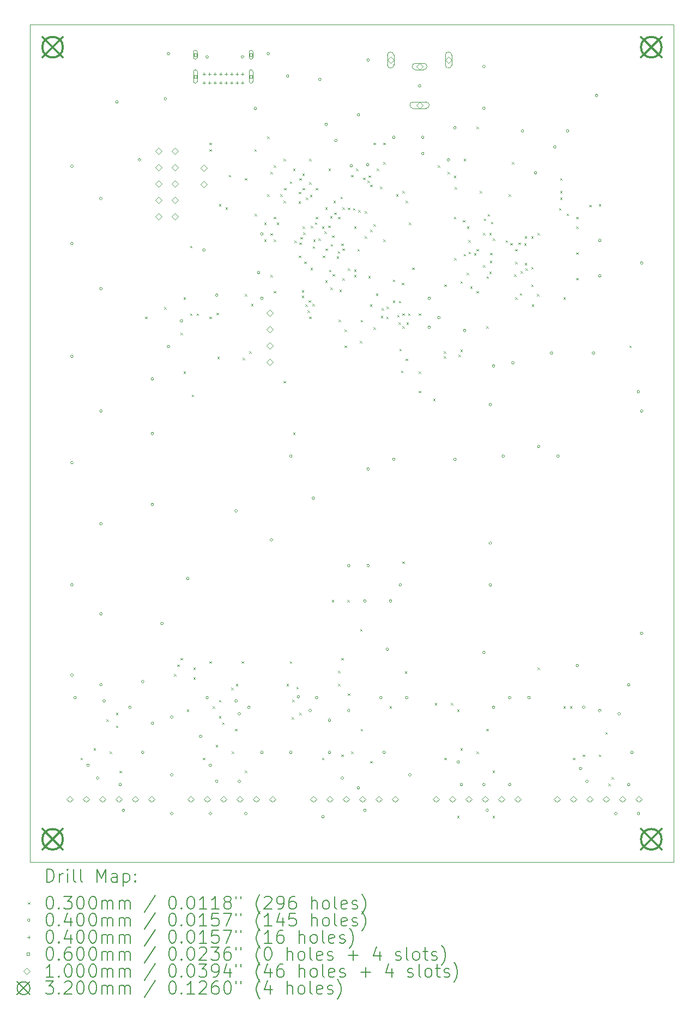
<source format=gbr>
%TF.GenerationSoftware,KiCad,Pcbnew,8.0.2*%
%TF.CreationDate,2024-05-15T00:29:23-07:00*%
%TF.ProjectId,Flying_Fader,466c7969-6e67-45f4-9661-6465722e6b69,1*%
%TF.SameCoordinates,Original*%
%TF.FileFunction,Drillmap*%
%TF.FilePolarity,Positive*%
%FSLAX45Y45*%
G04 Gerber Fmt 4.5, Leading zero omitted, Abs format (unit mm)*
G04 Created by KiCad (PCBNEW 8.0.2) date 2024-05-15 00:29:23*
%MOMM*%
%LPD*%
G01*
G04 APERTURE LIST*
%ADD10C,0.038100*%
%ADD11C,0.200000*%
%ADD12C,0.100000*%
%ADD13C,0.320000*%
G04 APERTURE END LIST*
D10*
X4000000Y-3550000D02*
X14000000Y-3550000D01*
X14000000Y-16550000D01*
X4000000Y-16550000D01*
X4000000Y-3550000D01*
D11*
D12*
X4785000Y-14935000D02*
X4815000Y-14965000D01*
X4815000Y-14935000D02*
X4785000Y-14965000D01*
X4985000Y-14785000D02*
X5015000Y-14815000D01*
X5015000Y-14785000D02*
X4985000Y-14815000D01*
X5185000Y-14335000D02*
X5215000Y-14365000D01*
X5215000Y-14335000D02*
X5185000Y-14365000D01*
X5235000Y-14835000D02*
X5265000Y-14865000D01*
X5265000Y-14835000D02*
X5235000Y-14865000D01*
X5335000Y-14235000D02*
X5365000Y-14265000D01*
X5365000Y-14235000D02*
X5335000Y-14265000D01*
X5335000Y-14435000D02*
X5365000Y-14465000D01*
X5365000Y-14435000D02*
X5335000Y-14465000D01*
X5389224Y-15139225D02*
X5419224Y-15169225D01*
X5419224Y-15139225D02*
X5389224Y-15169225D01*
X5785000Y-8085000D02*
X5815000Y-8115000D01*
X5815000Y-8085000D02*
X5785000Y-8115000D01*
X6085000Y-7935000D02*
X6115000Y-7965000D01*
X6115000Y-7935000D02*
X6085000Y-7965000D01*
X6235000Y-13635000D02*
X6265000Y-13665000D01*
X6265000Y-13635000D02*
X6235000Y-13665000D01*
X6285000Y-13485000D02*
X6315000Y-13515000D01*
X6315000Y-13485000D02*
X6285000Y-13515000D01*
X6335000Y-8335000D02*
X6365000Y-8365000D01*
X6365000Y-8335000D02*
X6335000Y-8365000D01*
X6335000Y-13385000D02*
X6365000Y-13415000D01*
X6365000Y-13385000D02*
X6335000Y-13415000D01*
X6385000Y-7785000D02*
X6415000Y-7815000D01*
X6415000Y-7785000D02*
X6385000Y-7815000D01*
X6385000Y-8935000D02*
X6415000Y-8965000D01*
X6415000Y-8935000D02*
X6385000Y-8965000D01*
X6435000Y-14185000D02*
X6465000Y-14215000D01*
X6465000Y-14185000D02*
X6435000Y-14215000D01*
X6485000Y-6985000D02*
X6515000Y-7015000D01*
X6515000Y-6985000D02*
X6485000Y-7015000D01*
X6485000Y-8035000D02*
X6515000Y-8065000D01*
X6515000Y-8035000D02*
X6485000Y-8065000D01*
X6512003Y-9294669D02*
X6542003Y-9324669D01*
X6542003Y-9294669D02*
X6512003Y-9324669D01*
X6535000Y-13535000D02*
X6565000Y-13565000D01*
X6565000Y-13535000D02*
X6535000Y-13565000D01*
X6535000Y-13685000D02*
X6565000Y-13715000D01*
X6565000Y-13685000D02*
X6535000Y-13715000D01*
X6585000Y-8035000D02*
X6615000Y-8065000D01*
X6615000Y-8035000D02*
X6585000Y-8065000D01*
X6685000Y-14935000D02*
X6715000Y-14965000D01*
X6715000Y-14935000D02*
X6685000Y-14965000D01*
X6785000Y-5385000D02*
X6815000Y-5415000D01*
X6815000Y-5385000D02*
X6785000Y-5415000D01*
X6785000Y-5485000D02*
X6815000Y-5515000D01*
X6815000Y-5485000D02*
X6785000Y-5515000D01*
X6785000Y-8085000D02*
X6815000Y-8115000D01*
X6815000Y-8085000D02*
X6785000Y-8115000D01*
X6785000Y-13435000D02*
X6815000Y-13465000D01*
X6815000Y-13435000D02*
X6785000Y-13465000D01*
X6835000Y-14135000D02*
X6865000Y-14165000D01*
X6865000Y-14135000D02*
X6835000Y-14165000D01*
X6885000Y-14735000D02*
X6915000Y-14765000D01*
X6915000Y-14735000D02*
X6885000Y-14765000D01*
X6895104Y-8024896D02*
X6925104Y-8054896D01*
X6925104Y-8024896D02*
X6895104Y-8054896D01*
X6908500Y-8708500D02*
X6938500Y-8738500D01*
X6938500Y-8708500D02*
X6908500Y-8738500D01*
X6935000Y-6335000D02*
X6965000Y-6365000D01*
X6965000Y-6335000D02*
X6935000Y-6365000D01*
X6935000Y-14035000D02*
X6965000Y-14065000D01*
X6965000Y-14035000D02*
X6935000Y-14065000D01*
X6935000Y-14285000D02*
X6965000Y-14315000D01*
X6965000Y-14285000D02*
X6935000Y-14315000D01*
X6985000Y-14385000D02*
X7015000Y-14415000D01*
X7015000Y-14385000D02*
X6985000Y-14415000D01*
X7035000Y-6385000D02*
X7065000Y-6415000D01*
X7065000Y-6385000D02*
X7035000Y-6415000D01*
X7085000Y-5885000D02*
X7115000Y-5915000D01*
X7115000Y-5885000D02*
X7085000Y-5915000D01*
X7124896Y-13845104D02*
X7154896Y-13875104D01*
X7154896Y-13845104D02*
X7124896Y-13875104D01*
X7135000Y-14835000D02*
X7165000Y-14865000D01*
X7165000Y-14835000D02*
X7135000Y-14865000D01*
X7185000Y-14485000D02*
X7215000Y-14515000D01*
X7215000Y-14485000D02*
X7185000Y-14515000D01*
X7197500Y-13785000D02*
X7227500Y-13815000D01*
X7227500Y-13785000D02*
X7197500Y-13815000D01*
X7285000Y-13435000D02*
X7315000Y-13465000D01*
X7315000Y-13435000D02*
X7285000Y-13465000D01*
X7300200Y-8722600D02*
X7330200Y-8752600D01*
X7330200Y-8722600D02*
X7300200Y-8752600D01*
X7335000Y-5935000D02*
X7365000Y-5965000D01*
X7365000Y-5935000D02*
X7335000Y-5965000D01*
X7335000Y-7735000D02*
X7365000Y-7765000D01*
X7365000Y-7735000D02*
X7335000Y-7765000D01*
X7335000Y-15135000D02*
X7365000Y-15165000D01*
X7365000Y-15135000D02*
X7335000Y-15165000D01*
X7401800Y-8621000D02*
X7431800Y-8651000D01*
X7431800Y-8621000D02*
X7401800Y-8651000D01*
X7435000Y-7885000D02*
X7465000Y-7915000D01*
X7465000Y-7885000D02*
X7435000Y-7915000D01*
X7485000Y-5485000D02*
X7515000Y-5515000D01*
X7515000Y-5485000D02*
X7485000Y-5515000D01*
X7490806Y-6490806D02*
X7520806Y-6520806D01*
X7520806Y-6490806D02*
X7490806Y-6520806D01*
X7635000Y-6622500D02*
X7665000Y-6652500D01*
X7665000Y-6622500D02*
X7635000Y-6652500D01*
X7635000Y-6885000D02*
X7665000Y-6915000D01*
X7665000Y-6885000D02*
X7635000Y-6915000D01*
X7685000Y-5285000D02*
X7715000Y-5315000D01*
X7715000Y-5285000D02*
X7685000Y-5315000D01*
X7685000Y-6185000D02*
X7715000Y-6215000D01*
X7715000Y-6185000D02*
X7685000Y-6215000D01*
X7735000Y-5835000D02*
X7765000Y-5865000D01*
X7765000Y-5835000D02*
X7735000Y-5865000D01*
X7735000Y-6787344D02*
X7765000Y-6817344D01*
X7765000Y-6787344D02*
X7735000Y-6817344D01*
X7735000Y-7435000D02*
X7765000Y-7465000D01*
X7765000Y-7435000D02*
X7735000Y-7465000D01*
X7785000Y-5735000D02*
X7815000Y-5765000D01*
X7815000Y-5735000D02*
X7785000Y-5765000D01*
X7785000Y-6535000D02*
X7815000Y-6565000D01*
X7815000Y-6535000D02*
X7785000Y-6565000D01*
X7785000Y-6885000D02*
X7815000Y-6915000D01*
X7815000Y-6885000D02*
X7785000Y-6915000D01*
X7785000Y-7685000D02*
X7815000Y-7715000D01*
X7815000Y-7685000D02*
X7785000Y-7715000D01*
X7832387Y-6622500D02*
X7862387Y-6652500D01*
X7862387Y-6622500D02*
X7832387Y-6652500D01*
X7885000Y-6185000D02*
X7915000Y-6215000D01*
X7915000Y-6185000D02*
X7885000Y-6215000D01*
X7935000Y-5635000D02*
X7965000Y-5665000D01*
X7965000Y-5635000D02*
X7935000Y-5665000D01*
X7935000Y-6285000D02*
X7965000Y-6315000D01*
X7965000Y-6285000D02*
X7935000Y-6315000D01*
X7935000Y-9085000D02*
X7965000Y-9115000D01*
X7965000Y-9085000D02*
X7935000Y-9115000D01*
X7947500Y-6085000D02*
X7977500Y-6115000D01*
X7977500Y-6085000D02*
X7947500Y-6115000D01*
X7985000Y-13785000D02*
X8015000Y-13815000D01*
X8015000Y-13785000D02*
X7985000Y-13815000D01*
X8035000Y-5985000D02*
X8065000Y-6015000D01*
X8065000Y-5985000D02*
X8035000Y-6015000D01*
X8035000Y-13435000D02*
X8065000Y-13465000D01*
X8065000Y-13435000D02*
X8035000Y-13465000D01*
X8065806Y-14304194D02*
X8095806Y-14334194D01*
X8095806Y-14304194D02*
X8065806Y-14334194D01*
X8072944Y-14034556D02*
X8102944Y-14064556D01*
X8102944Y-14034556D02*
X8072944Y-14064556D01*
X8085000Y-5785000D02*
X8115000Y-5815000D01*
X8115000Y-5785000D02*
X8085000Y-5815000D01*
X8085000Y-9885000D02*
X8115000Y-9915000D01*
X8115000Y-9885000D02*
X8085000Y-9915000D01*
X8106195Y-6903144D02*
X8136195Y-6933144D01*
X8136195Y-6903144D02*
X8106195Y-6933144D01*
X8135000Y-13835000D02*
X8165000Y-13865000D01*
X8165000Y-13835000D02*
X8135000Y-13865000D01*
X8169929Y-6294690D02*
X8199929Y-6324690D01*
X8199929Y-6294690D02*
X8169929Y-6324690D01*
X8172500Y-6147056D02*
X8202500Y-6177056D01*
X8202500Y-6147056D02*
X8172500Y-6177056D01*
X8172500Y-7135000D02*
X8202500Y-7165000D01*
X8202500Y-7135000D02*
X8172500Y-7165000D01*
X8185000Y-5935000D02*
X8215000Y-5965000D01*
X8215000Y-5935000D02*
X8185000Y-5965000D01*
X8185000Y-6935000D02*
X8215000Y-6965000D01*
X8215000Y-6935000D02*
X8185000Y-6965000D01*
X8185000Y-14235000D02*
X8215000Y-14265000D01*
X8215000Y-14235000D02*
X8185000Y-14265000D01*
X8197500Y-6847500D02*
X8227500Y-6877500D01*
X8227500Y-6847500D02*
X8197500Y-6877500D01*
X8221136Y-7759103D02*
X8251136Y-7789103D01*
X8251136Y-7759103D02*
X8221136Y-7789103D01*
X8222771Y-7674119D02*
X8252771Y-7704119D01*
X8252771Y-7674119D02*
X8222771Y-7704119D01*
X8227748Y-5861531D02*
X8257748Y-5891531D01*
X8257748Y-5861531D02*
X8227748Y-5891531D01*
X8235000Y-6085000D02*
X8265000Y-6115000D01*
X8265000Y-6085000D02*
X8235000Y-6115000D01*
X8235000Y-6685000D02*
X8265000Y-6715000D01*
X8265000Y-6685000D02*
X8235000Y-6715000D01*
X8241232Y-6774613D02*
X8271232Y-6804613D01*
X8271232Y-6774613D02*
X8241232Y-6804613D01*
X8258385Y-7229998D02*
X8288385Y-7259998D01*
X8288385Y-7229998D02*
X8258385Y-7259998D01*
X8274896Y-7895104D02*
X8304896Y-7925104D01*
X8304896Y-7895104D02*
X8274896Y-7925104D01*
X8285000Y-6235000D02*
X8315000Y-6265000D01*
X8315000Y-6235000D02*
X8285000Y-6265000D01*
X8309579Y-7986355D02*
X8339579Y-8016355D01*
X8339579Y-7986355D02*
X8309579Y-8016355D01*
X8324898Y-7832118D02*
X8354898Y-7862118D01*
X8354898Y-7832118D02*
X8324898Y-7862118D01*
X8334273Y-5999450D02*
X8364273Y-6029450D01*
X8364273Y-5999450D02*
X8334273Y-6029450D01*
X8335000Y-5635000D02*
X8365000Y-5665000D01*
X8365000Y-5635000D02*
X8335000Y-5665000D01*
X8335000Y-8085000D02*
X8365000Y-8115000D01*
X8365000Y-8085000D02*
X8335000Y-8115000D01*
X8346838Y-6192365D02*
X8376838Y-6222365D01*
X8376838Y-6192365D02*
X8346838Y-6222365D01*
X8357335Y-7326046D02*
X8387335Y-7356046D01*
X8387335Y-7326046D02*
X8357335Y-7356046D01*
X8360000Y-6675381D02*
X8390000Y-6705381D01*
X8390000Y-6675381D02*
X8360000Y-6705381D01*
X8385000Y-7885000D02*
X8415000Y-7915000D01*
X8415000Y-7885000D02*
X8385000Y-7915000D01*
X8388892Y-6993608D02*
X8418892Y-7023608D01*
X8418892Y-6993608D02*
X8388892Y-7023608D01*
X8397500Y-6885000D02*
X8427500Y-6915000D01*
X8427500Y-6885000D02*
X8397500Y-6915000D01*
X8425310Y-6619929D02*
X8455310Y-6649929D01*
X8455310Y-6619929D02*
X8425310Y-6649929D01*
X8435000Y-6085000D02*
X8465000Y-6115000D01*
X8465000Y-6085000D02*
X8435000Y-6115000D01*
X8435000Y-6535000D02*
X8465000Y-6565000D01*
X8465000Y-6535000D02*
X8435000Y-6565000D01*
X8480728Y-6867889D02*
X8510728Y-6897889D01*
X8510728Y-6867889D02*
X8480728Y-6897889D01*
X8535000Y-6685000D02*
X8565000Y-6715000D01*
X8565000Y-6685000D02*
X8535000Y-6715000D01*
X8535000Y-14935000D02*
X8565000Y-14965000D01*
X8565000Y-14935000D02*
X8535000Y-14965000D01*
X8546350Y-7135000D02*
X8576350Y-7165000D01*
X8576350Y-7135000D02*
X8546350Y-7165000D01*
X8573650Y-6761861D02*
X8603650Y-6791861D01*
X8603650Y-6761861D02*
X8573650Y-6791861D01*
X8585000Y-6385000D02*
X8615000Y-6415000D01*
X8615000Y-6385000D02*
X8585000Y-6415000D01*
X8586546Y-7522500D02*
X8616546Y-7552500D01*
X8616546Y-7522500D02*
X8586546Y-7552500D01*
X8588286Y-7027794D02*
X8618286Y-7057794D01*
X8618286Y-7027794D02*
X8588286Y-7057794D01*
X8629782Y-6671993D02*
X8659782Y-6701993D01*
X8659782Y-6671993D02*
X8629782Y-6701993D01*
X8635000Y-5785000D02*
X8665000Y-5815000D01*
X8665000Y-5785000D02*
X8635000Y-5815000D01*
X8642326Y-7355564D02*
X8672326Y-7385564D01*
X8672326Y-7355564D02*
X8642326Y-7385564D01*
X8661885Y-6523496D02*
X8691885Y-6553496D01*
X8691885Y-6523496D02*
X8661885Y-6553496D01*
X8663206Y-7631838D02*
X8693206Y-7661838D01*
X8693206Y-7631838D02*
X8663206Y-7661838D01*
X8668760Y-6960441D02*
X8698760Y-6990441D01*
X8698760Y-6960441D02*
X8668760Y-6990441D01*
X8685000Y-12485000D02*
X8715000Y-12515000D01*
X8715000Y-12485000D02*
X8685000Y-12515000D01*
X8691365Y-6822500D02*
X8721365Y-6852500D01*
X8721365Y-6822500D02*
X8691365Y-6852500D01*
X8700129Y-7425545D02*
X8730129Y-7455545D01*
X8730129Y-7425545D02*
X8700129Y-7455545D01*
X8710698Y-6285000D02*
X8740698Y-6315000D01*
X8740698Y-6285000D02*
X8710698Y-6315000D01*
X8724284Y-6465778D02*
X8754284Y-6495778D01*
X8754284Y-6465778D02*
X8724284Y-6495778D01*
X8761001Y-7148500D02*
X8791001Y-7178500D01*
X8791001Y-7148500D02*
X8761001Y-7178500D01*
X8779060Y-7069344D02*
X8809060Y-7099344D01*
X8809060Y-7069344D02*
X8779060Y-7099344D01*
X8785000Y-6535000D02*
X8815000Y-6565000D01*
X8815000Y-6535000D02*
X8785000Y-6565000D01*
X8785000Y-13585000D02*
X8815000Y-13615000D01*
X8815000Y-13585000D02*
X8785000Y-13615000D01*
X8785000Y-13785000D02*
X8815000Y-13815000D01*
X8815000Y-13785000D02*
X8785000Y-13815000D01*
X8790511Y-8129489D02*
X8820511Y-8159489D01*
X8820511Y-8129489D02*
X8790511Y-8159489D01*
X8804194Y-7665806D02*
X8834194Y-7695806D01*
X8834194Y-7665806D02*
X8804194Y-7695806D01*
X8822030Y-6223253D02*
X8852030Y-6253253D01*
X8852030Y-6223253D02*
X8822030Y-6253253D01*
X8835000Y-6950000D02*
X8865000Y-6980000D01*
X8865000Y-6950000D02*
X8835000Y-6980000D01*
X8835000Y-13385000D02*
X8865000Y-13415000D01*
X8865000Y-13385000D02*
X8835000Y-13415000D01*
X8835000Y-14885000D02*
X8865000Y-14915000D01*
X8865000Y-14885000D02*
X8835000Y-14915000D01*
X8850456Y-6385000D02*
X8880456Y-6415000D01*
X8880456Y-6385000D02*
X8850456Y-6415000D01*
X8850561Y-7486383D02*
X8880561Y-7516383D01*
X8880561Y-7486383D02*
X8850561Y-7516383D01*
X8851498Y-7024871D02*
X8881498Y-7054871D01*
X8881498Y-7024871D02*
X8851498Y-7054871D01*
X8885000Y-8285000D02*
X8915000Y-8315000D01*
X8915000Y-8285000D02*
X8885000Y-8315000D01*
X8885000Y-8535000D02*
X8915000Y-8565000D01*
X8915000Y-8535000D02*
X8885000Y-8565000D01*
X8926250Y-12485000D02*
X8956250Y-12515000D01*
X8956250Y-12485000D02*
X8926250Y-12515000D01*
X8935000Y-7335000D02*
X8965000Y-7365000D01*
X8965000Y-7335000D02*
X8935000Y-7365000D01*
X8935000Y-13935000D02*
X8965000Y-13965000D01*
X8965000Y-13935000D02*
X8935000Y-13965000D01*
X8935425Y-6390180D02*
X8965425Y-6420180D01*
X8965425Y-6390180D02*
X8935425Y-6420180D01*
X8985000Y-5885000D02*
X9015000Y-5915000D01*
X9015000Y-5885000D02*
X8985000Y-5915000D01*
X8985000Y-14835000D02*
X9015000Y-14865000D01*
X9015000Y-14835000D02*
X8985000Y-14865000D01*
X9018520Y-6399597D02*
X9048520Y-6429597D01*
X9048520Y-6399597D02*
X9018520Y-6429597D01*
X9035000Y-6685000D02*
X9065000Y-6715000D01*
X9065000Y-6685000D02*
X9035000Y-6715000D01*
X9035000Y-7350000D02*
X9065000Y-7380000D01*
X9065000Y-7350000D02*
X9035000Y-7380000D01*
X9035000Y-7435000D02*
X9065000Y-7465000D01*
X9065000Y-7435000D02*
X9035000Y-7465000D01*
X9061739Y-5784963D02*
X9091739Y-5814963D01*
X9091739Y-5784963D02*
X9061739Y-5814963D01*
X9085000Y-7035000D02*
X9115000Y-7065000D01*
X9115000Y-7035000D02*
X9085000Y-7065000D01*
X9098350Y-6428790D02*
X9128350Y-6458790D01*
X9128350Y-6428790D02*
X9098350Y-6458790D01*
X9121761Y-8460739D02*
X9151761Y-8490739D01*
X9151761Y-8460739D02*
X9121761Y-8490739D01*
X9126250Y-12935000D02*
X9156250Y-12965000D01*
X9156250Y-12935000D02*
X9126250Y-12965000D01*
X9135000Y-8135000D02*
X9165000Y-8165000D01*
X9165000Y-8135000D02*
X9135000Y-8165000D01*
X9135000Y-14485000D02*
X9165000Y-14515000D01*
X9165000Y-14485000D02*
X9135000Y-14515000D01*
X9174896Y-5924896D02*
X9204896Y-5954896D01*
X9204896Y-5924896D02*
X9174896Y-5954896D01*
X9197500Y-6835000D02*
X9227500Y-6865000D01*
X9227500Y-6835000D02*
X9197500Y-6865000D01*
X9199092Y-6447500D02*
X9229092Y-6477500D01*
X9229092Y-6447500D02*
X9199092Y-6477500D01*
X9239285Y-5973107D02*
X9269285Y-6003107D01*
X9269285Y-5973107D02*
X9239285Y-6003107D01*
X9254194Y-7454194D02*
X9284194Y-7484194D01*
X9284194Y-7454194D02*
X9254194Y-7484194D01*
X9260000Y-5890669D02*
X9290000Y-5920669D01*
X9290000Y-5890669D02*
X9260000Y-5920669D01*
X9277461Y-7892539D02*
X9307461Y-7922539D01*
X9307461Y-7892539D02*
X9277461Y-7922539D01*
X9285000Y-6035000D02*
X9315000Y-6065000D01*
X9315000Y-6035000D02*
X9285000Y-6065000D01*
X9285000Y-6735000D02*
X9315000Y-6765000D01*
X9315000Y-6735000D02*
X9285000Y-6765000D01*
X9285000Y-14985000D02*
X9315000Y-15015000D01*
X9315000Y-14985000D02*
X9285000Y-15015000D01*
X9335000Y-5385000D02*
X9365000Y-5415000D01*
X9365000Y-5385000D02*
X9335000Y-5415000D01*
X9335000Y-6647500D02*
X9365000Y-6677500D01*
X9365000Y-6647500D02*
X9335000Y-6677500D01*
X9336546Y-8248157D02*
X9366546Y-8278157D01*
X9366546Y-8248157D02*
X9336546Y-8278157D01*
X9373490Y-7722500D02*
X9403490Y-7752500D01*
X9403490Y-7722500D02*
X9373490Y-7752500D01*
X9385000Y-5785002D02*
X9415000Y-5815002D01*
X9415000Y-5785002D02*
X9385000Y-5815002D01*
X9435000Y-6066303D02*
X9465000Y-6096303D01*
X9465000Y-6066303D02*
X9435000Y-6096303D01*
X9447944Y-8072500D02*
X9477944Y-8102500D01*
X9477944Y-8072500D02*
X9447944Y-8102500D01*
X9462567Y-7952514D02*
X9492567Y-7982514D01*
X9492567Y-7952514D02*
X9462567Y-7982514D01*
X9485000Y-5385000D02*
X9515000Y-5415000D01*
X9515000Y-5385000D02*
X9485000Y-5415000D01*
X9485000Y-5685000D02*
X9515000Y-5715000D01*
X9515000Y-5685000D02*
X9485000Y-5715000D01*
X9485000Y-6885000D02*
X9515000Y-6915000D01*
X9515000Y-6885000D02*
X9485000Y-6915000D01*
X9535000Y-8085000D02*
X9565000Y-8115000D01*
X9565000Y-8085000D02*
X9535000Y-8115000D01*
X9539405Y-7927500D02*
X9569405Y-7957500D01*
X9569405Y-7927500D02*
X9539405Y-7957500D01*
X9585000Y-14135000D02*
X9615000Y-14165000D01*
X9615000Y-14135000D02*
X9585000Y-14165000D01*
X9635000Y-7835000D02*
X9665000Y-7865000D01*
X9665000Y-7835000D02*
X9635000Y-7865000D01*
X9635333Y-7508341D02*
X9665333Y-7538341D01*
X9665333Y-7508341D02*
X9635333Y-7538341D01*
X9685000Y-6185000D02*
X9715000Y-6215000D01*
X9715000Y-6185000D02*
X9685000Y-6215000D01*
X9703093Y-8057721D02*
X9733093Y-8087721D01*
X9733093Y-8057721D02*
X9703093Y-8087721D01*
X9724896Y-8174896D02*
X9754896Y-8204896D01*
X9754896Y-8174896D02*
X9724896Y-8204896D01*
X9727681Y-7839292D02*
X9757681Y-7869292D01*
X9757681Y-7839292D02*
X9727681Y-7869292D01*
X9735000Y-8585000D02*
X9765000Y-8615000D01*
X9765000Y-8585000D02*
X9735000Y-8615000D01*
X9760444Y-8922056D02*
X9790444Y-8952056D01*
X9790444Y-8922056D02*
X9760444Y-8952056D01*
X9775381Y-7560000D02*
X9805381Y-7590000D01*
X9805381Y-7560000D02*
X9775381Y-7590000D01*
X9785000Y-6135000D02*
X9815000Y-6165000D01*
X9815000Y-6135000D02*
X9785000Y-6165000D01*
X9785000Y-8035000D02*
X9815000Y-8065000D01*
X9815000Y-8035000D02*
X9785000Y-8065000D01*
X9785000Y-8235000D02*
X9815000Y-8265000D01*
X9815000Y-8235000D02*
X9785000Y-8265000D01*
X9785000Y-11885000D02*
X9815000Y-11915000D01*
X9815000Y-11885000D02*
X9785000Y-11915000D01*
X9822500Y-13592878D02*
X9852500Y-13622878D01*
X9852500Y-13592878D02*
X9822500Y-13622878D01*
X9835000Y-6285000D02*
X9865000Y-6315000D01*
X9865000Y-6285000D02*
X9835000Y-6315000D01*
X9835000Y-8735000D02*
X9865000Y-8765000D01*
X9865000Y-8735000D02*
X9835000Y-8765000D01*
X9845104Y-8174896D02*
X9875104Y-8204896D01*
X9875104Y-8174896D02*
X9845104Y-8204896D01*
X9870000Y-8035000D02*
X9900000Y-8065000D01*
X9900000Y-8035000D02*
X9870000Y-8065000D01*
X9885000Y-6623469D02*
X9915000Y-6653469D01*
X9915000Y-6623469D02*
X9885000Y-6653469D01*
X9935000Y-7322500D02*
X9965000Y-7352500D01*
X9965000Y-7322500D02*
X9935000Y-7352500D01*
X10035000Y-8035000D02*
X10065000Y-8065000D01*
X10065000Y-8035000D02*
X10035000Y-8065000D01*
X10035000Y-8935000D02*
X10065000Y-8965000D01*
X10065000Y-8935000D02*
X10035000Y-8965000D01*
X10035000Y-9235000D02*
X10065000Y-9265000D01*
X10065000Y-9235000D02*
X10035000Y-9265000D01*
X10260000Y-9360000D02*
X10290000Y-9390000D01*
X10290000Y-9360000D02*
X10260000Y-9390000D01*
X10285000Y-14085000D02*
X10315000Y-14115000D01*
X10315000Y-14085000D02*
X10285000Y-14115000D01*
X10335000Y-5735000D02*
X10365000Y-5765000D01*
X10365000Y-5735000D02*
X10335000Y-5765000D01*
X10424400Y-8621000D02*
X10454400Y-8651000D01*
X10454400Y-8621000D02*
X10424400Y-8651000D01*
X10424400Y-8697200D02*
X10454400Y-8727200D01*
X10454400Y-8697200D02*
X10424400Y-8727200D01*
X10435000Y-7585000D02*
X10465000Y-7615000D01*
X10465000Y-7585000D02*
X10435000Y-7615000D01*
X10435000Y-14935000D02*
X10465000Y-14965000D01*
X10465000Y-14935000D02*
X10435000Y-14965000D01*
X10485000Y-5835000D02*
X10515000Y-5865000D01*
X10515000Y-5835000D02*
X10485000Y-5865000D01*
X10535000Y-14085000D02*
X10565000Y-14115000D01*
X10565000Y-14085000D02*
X10535000Y-14115000D01*
X10585000Y-5897500D02*
X10615000Y-5927500D01*
X10615000Y-5897500D02*
X10585000Y-5927500D01*
X10585000Y-6535000D02*
X10615000Y-6565000D01*
X10615000Y-6535000D02*
X10585000Y-6565000D01*
X10586990Y-7174544D02*
X10616990Y-7204544D01*
X10616990Y-7174544D02*
X10586990Y-7204544D01*
X10597500Y-6072500D02*
X10627500Y-6102500D01*
X10627500Y-6072500D02*
X10597500Y-6102500D01*
X10635000Y-14185000D02*
X10665000Y-14215000D01*
X10665000Y-14185000D02*
X10635000Y-14215000D01*
X10635000Y-15835000D02*
X10665000Y-15865000D01*
X10665000Y-15835000D02*
X10635000Y-15865000D01*
X10653000Y-8671800D02*
X10683000Y-8701800D01*
X10683000Y-8671800D02*
X10653000Y-8701800D01*
X10685000Y-7535000D02*
X10715000Y-7565000D01*
X10715000Y-7535000D02*
X10685000Y-7565000D01*
X10685000Y-8595600D02*
X10715000Y-8625600D01*
X10715000Y-8595600D02*
X10685000Y-8625600D01*
X10685000Y-14785000D02*
X10715000Y-14815000D01*
X10715000Y-14785000D02*
X10685000Y-14815000D01*
X10723519Y-6585131D02*
X10753519Y-6615131D01*
X10753519Y-6585131D02*
X10723519Y-6615131D01*
X10735000Y-5635000D02*
X10765000Y-5665000D01*
X10765000Y-5635000D02*
X10735000Y-5665000D01*
X10735000Y-7112500D02*
X10765000Y-7142500D01*
X10765000Y-7112500D02*
X10735000Y-7142500D01*
X10780000Y-7401800D02*
X10810000Y-7431800D01*
X10810000Y-7401800D02*
X10780000Y-7431800D01*
X10785000Y-6685000D02*
X10815000Y-6715000D01*
X10815000Y-6685000D02*
X10785000Y-6715000D01*
X10808097Y-6896486D02*
X10838097Y-6926486D01*
X10838097Y-6896486D02*
X10808097Y-6926486D01*
X10812625Y-7077868D02*
X10842625Y-7107868D01*
X10842625Y-7077868D02*
X10812625Y-7107868D01*
X10837466Y-7612990D02*
X10867466Y-7642990D01*
X10867466Y-7612990D02*
X10837466Y-7642990D01*
X10894757Y-7099762D02*
X10924757Y-7129762D01*
X10924757Y-7099762D02*
X10894757Y-7129762D01*
X10935000Y-5135000D02*
X10965000Y-5165000D01*
X10965000Y-5135000D02*
X10935000Y-5165000D01*
X10935000Y-7035000D02*
X10965000Y-7065000D01*
X10965000Y-7035000D02*
X10935000Y-7065000D01*
X10935000Y-7685000D02*
X10965000Y-7715000D01*
X10965000Y-7685000D02*
X10935000Y-7715000D01*
X10935000Y-14835000D02*
X10965000Y-14865000D01*
X10965000Y-14835000D02*
X10935000Y-14865000D01*
X10985000Y-6135000D02*
X11015000Y-6165000D01*
X11015000Y-6135000D02*
X10985000Y-6165000D01*
X11035000Y-6785000D02*
X11065000Y-6815000D01*
X11065000Y-6785000D02*
X11035000Y-6815000D01*
X11035000Y-7285000D02*
X11065000Y-7315000D01*
X11065000Y-7285000D02*
X11035000Y-7315000D01*
X11046875Y-6560112D02*
X11076875Y-6590112D01*
X11076875Y-6560112D02*
X11046875Y-6590112D01*
X11085000Y-8235000D02*
X11115000Y-8265000D01*
X11115000Y-8235000D02*
X11085000Y-8265000D01*
X11085000Y-14485000D02*
X11115000Y-14515000D01*
X11115000Y-14485000D02*
X11085000Y-14515000D01*
X11091934Y-7458282D02*
X11121934Y-7488282D01*
X11121934Y-7458282D02*
X11091934Y-7488282D01*
X11106577Y-6494068D02*
X11136577Y-6524068D01*
X11136577Y-6494068D02*
X11106577Y-6524068D01*
X11135000Y-6785000D02*
X11165000Y-6815000D01*
X11165000Y-6785000D02*
X11135000Y-6815000D01*
X11135000Y-7385000D02*
X11165000Y-7415000D01*
X11165000Y-7385000D02*
X11135000Y-7415000D01*
X11143460Y-7216757D02*
X11173460Y-7246757D01*
X11173460Y-7216757D02*
X11143460Y-7246757D01*
X11147912Y-7093118D02*
X11177912Y-7123118D01*
X11177912Y-7093118D02*
X11147912Y-7123118D01*
X11160000Y-6610000D02*
X11190000Y-6640000D01*
X11190000Y-6610000D02*
X11160000Y-6640000D01*
X11185000Y-15135000D02*
X11215000Y-15165000D01*
X11215000Y-15135000D02*
X11185000Y-15165000D01*
X11185000Y-15835000D02*
X11215000Y-15865000D01*
X11215000Y-15835000D02*
X11185000Y-15865000D01*
X11186400Y-6868400D02*
X11216400Y-6898400D01*
X11216400Y-6868400D02*
X11186400Y-6898400D01*
X11387514Y-6900470D02*
X11417514Y-6930470D01*
X11417514Y-6900470D02*
X11387514Y-6930470D01*
X11435000Y-6185000D02*
X11465000Y-6215000D01*
X11465000Y-6185000D02*
X11435000Y-6215000D01*
X11461662Y-6942028D02*
X11491662Y-6972028D01*
X11491662Y-6942028D02*
X11461662Y-6972028D01*
X11485000Y-5685000D02*
X11515000Y-5715000D01*
X11515000Y-5685000D02*
X11485000Y-5715000D01*
X11516600Y-7427200D02*
X11546600Y-7457200D01*
X11546600Y-7427200D02*
X11516600Y-7457200D01*
X11535000Y-7035000D02*
X11565000Y-7065000D01*
X11565000Y-7035000D02*
X11535000Y-7065000D01*
X11535000Y-7235000D02*
X11565000Y-7265000D01*
X11565000Y-7235000D02*
X11535000Y-7265000D01*
X11535000Y-7785000D02*
X11565000Y-7815000D01*
X11565000Y-7785000D02*
X11535000Y-7815000D01*
X11585000Y-6935000D02*
X11615000Y-6965000D01*
X11615000Y-6935000D02*
X11585000Y-6965000D01*
X11609370Y-7722242D02*
X11639370Y-7752242D01*
X11639370Y-7722242D02*
X11609370Y-7752242D01*
X11618200Y-7376400D02*
X11648200Y-7406400D01*
X11648200Y-7376400D02*
X11618200Y-7406400D01*
X11674896Y-6945104D02*
X11704896Y-6975104D01*
X11704896Y-6945104D02*
X11674896Y-6975104D01*
X11685000Y-6835000D02*
X11715000Y-6865000D01*
X11715000Y-6835000D02*
X11685000Y-6865000D01*
X11685000Y-7251500D02*
X11715000Y-7281500D01*
X11715000Y-7251500D02*
X11685000Y-7281500D01*
X11694400Y-7336500D02*
X11724400Y-7366500D01*
X11724400Y-7336500D02*
X11694400Y-7366500D01*
X11785000Y-6835000D02*
X11815000Y-6865000D01*
X11815000Y-6835000D02*
X11785000Y-6865000D01*
X11785000Y-7314000D02*
X11815000Y-7344000D01*
X11815000Y-7314000D02*
X11785000Y-7344000D01*
X11785000Y-7585000D02*
X11815000Y-7615000D01*
X11815000Y-7585000D02*
X11785000Y-7615000D01*
X11795050Y-7895050D02*
X11825050Y-7925050D01*
X11825050Y-7895050D02*
X11795050Y-7925050D01*
X11872200Y-7732000D02*
X11902200Y-7762000D01*
X11902200Y-7732000D02*
X11872200Y-7762000D01*
X11885000Y-6785000D02*
X11915000Y-6815000D01*
X11915000Y-6785000D02*
X11885000Y-6815000D01*
X11885000Y-13535000D02*
X11915000Y-13565000D01*
X11915000Y-13535000D02*
X11885000Y-13565000D01*
X12218459Y-6399747D02*
X12248459Y-6429747D01*
X12248459Y-6399747D02*
X12218459Y-6429747D01*
X12235000Y-5935000D02*
X12265000Y-5965000D01*
X12265000Y-5935000D02*
X12235000Y-5965000D01*
X12235000Y-6135000D02*
X12265000Y-6165000D01*
X12265000Y-6135000D02*
X12235000Y-6165000D01*
X12235000Y-6235000D02*
X12265000Y-6265000D01*
X12265000Y-6235000D02*
X12235000Y-6265000D01*
X12285000Y-7785000D02*
X12315000Y-7815000D01*
X12315000Y-7785000D02*
X12285000Y-7815000D01*
X12285000Y-14135000D02*
X12315000Y-14165000D01*
X12315000Y-14135000D02*
X12285000Y-14165000D01*
X12335000Y-6485000D02*
X12365000Y-6515000D01*
X12365000Y-6485000D02*
X12335000Y-6515000D01*
X12385000Y-14135000D02*
X12415000Y-14165000D01*
X12415000Y-14135000D02*
X12385000Y-14165000D01*
X12435000Y-14935000D02*
X12465000Y-14965000D01*
X12465000Y-14935000D02*
X12435000Y-14965000D01*
X12485000Y-6535000D02*
X12515000Y-6565000D01*
X12515000Y-6535000D02*
X12485000Y-6565000D01*
X12485000Y-6685000D02*
X12515000Y-6715000D01*
X12515000Y-6685000D02*
X12485000Y-6715000D01*
X12485000Y-7085000D02*
X12515000Y-7115000D01*
X12515000Y-7085000D02*
X12485000Y-7115000D01*
X12485000Y-7485000D02*
X12515000Y-7515000D01*
X12515000Y-7485000D02*
X12485000Y-7515000D01*
X12585000Y-14885000D02*
X12615000Y-14915000D01*
X12615000Y-14885000D02*
X12585000Y-14915000D01*
X12685000Y-6347500D02*
X12715000Y-6377500D01*
X12715000Y-6347500D02*
X12685000Y-6377500D01*
X12835000Y-6335000D02*
X12865000Y-6365000D01*
X12865000Y-6335000D02*
X12835000Y-6365000D01*
X12835000Y-14885000D02*
X12865000Y-14915000D01*
X12865000Y-14885000D02*
X12835000Y-14915000D01*
X12935000Y-14535000D02*
X12965000Y-14565000D01*
X12965000Y-14535000D02*
X12935000Y-14565000D01*
X12985000Y-15335000D02*
X13015000Y-15365000D01*
X13015000Y-15335000D02*
X12985000Y-15365000D01*
X13035000Y-15235000D02*
X13065000Y-15265000D01*
X13065000Y-15235000D02*
X13035000Y-15265000D01*
X13310000Y-8535000D02*
X13340000Y-8565000D01*
X13340000Y-8535000D02*
X13310000Y-8565000D01*
X4670000Y-5750000D02*
G75*
G02*
X4630000Y-5750000I-20000J0D01*
G01*
X4630000Y-5750000D02*
G75*
G02*
X4670000Y-5750000I20000J0D01*
G01*
X4670000Y-6950000D02*
G75*
G02*
X4630000Y-6950000I-20000J0D01*
G01*
X4630000Y-6950000D02*
G75*
G02*
X4670000Y-6950000I20000J0D01*
G01*
X4670000Y-8700000D02*
G75*
G02*
X4630000Y-8700000I-20000J0D01*
G01*
X4630000Y-8700000D02*
G75*
G02*
X4670000Y-8700000I20000J0D01*
G01*
X4670000Y-10350000D02*
G75*
G02*
X4630000Y-10350000I-20000J0D01*
G01*
X4630000Y-10350000D02*
G75*
G02*
X4670000Y-10350000I20000J0D01*
G01*
X4670000Y-12250000D02*
G75*
G02*
X4630000Y-12250000I-20000J0D01*
G01*
X4630000Y-12250000D02*
G75*
G02*
X4670000Y-12250000I20000J0D01*
G01*
X4670000Y-13650000D02*
G75*
G02*
X4630000Y-13650000I-20000J0D01*
G01*
X4630000Y-13650000D02*
G75*
G02*
X4670000Y-13650000I20000J0D01*
G01*
X4720000Y-14000001D02*
G75*
G02*
X4680000Y-14000001I-20000J0D01*
G01*
X4680000Y-14000001D02*
G75*
G02*
X4720000Y-14000001I20000J0D01*
G01*
X4920000Y-15050000D02*
G75*
G02*
X4880000Y-15050000I-20000J0D01*
G01*
X4880000Y-15050000D02*
G75*
G02*
X4920000Y-15050000I20000J0D01*
G01*
X5070000Y-15250000D02*
G75*
G02*
X5030000Y-15250000I-20000J0D01*
G01*
X5030000Y-15250000D02*
G75*
G02*
X5070000Y-15250000I20000J0D01*
G01*
X5120000Y-6250000D02*
G75*
G02*
X5080000Y-6250000I-20000J0D01*
G01*
X5080000Y-6250000D02*
G75*
G02*
X5120000Y-6250000I20000J0D01*
G01*
X5120000Y-7650000D02*
G75*
G02*
X5080000Y-7650000I-20000J0D01*
G01*
X5080000Y-7650000D02*
G75*
G02*
X5120000Y-7650000I20000J0D01*
G01*
X5120000Y-9550000D02*
G75*
G02*
X5080000Y-9550000I-20000J0D01*
G01*
X5080000Y-9550000D02*
G75*
G02*
X5120000Y-9550000I20000J0D01*
G01*
X5120000Y-11300000D02*
G75*
G02*
X5080000Y-11300000I-20000J0D01*
G01*
X5080000Y-11300000D02*
G75*
G02*
X5120000Y-11300000I20000J0D01*
G01*
X5120000Y-12700000D02*
G75*
G02*
X5080000Y-12700000I-20000J0D01*
G01*
X5080000Y-12700000D02*
G75*
G02*
X5120000Y-12700000I20000J0D01*
G01*
X5120000Y-13800000D02*
G75*
G02*
X5080000Y-13800000I-20000J0D01*
G01*
X5080000Y-13800000D02*
G75*
G02*
X5120000Y-13800000I20000J0D01*
G01*
X5170000Y-14050000D02*
G75*
G02*
X5130000Y-14050000I-20000J0D01*
G01*
X5130000Y-14050000D02*
G75*
G02*
X5170000Y-14050000I20000J0D01*
G01*
X5370000Y-4750000D02*
G75*
G02*
X5330000Y-4750000I-20000J0D01*
G01*
X5330000Y-4750000D02*
G75*
G02*
X5370000Y-4750000I20000J0D01*
G01*
X5420000Y-15350000D02*
G75*
G02*
X5380000Y-15350000I-20000J0D01*
G01*
X5380000Y-15350000D02*
G75*
G02*
X5420000Y-15350000I20000J0D01*
G01*
X5470000Y-15750000D02*
G75*
G02*
X5430000Y-15750000I-20000J0D01*
G01*
X5430000Y-15750000D02*
G75*
G02*
X5470000Y-15750000I20000J0D01*
G01*
X5570000Y-14150000D02*
G75*
G02*
X5530000Y-14150000I-20000J0D01*
G01*
X5530000Y-14150000D02*
G75*
G02*
X5570000Y-14150000I20000J0D01*
G01*
X5720000Y-5650000D02*
G75*
G02*
X5680000Y-5650000I-20000J0D01*
G01*
X5680000Y-5650000D02*
G75*
G02*
X5720000Y-5650000I20000J0D01*
G01*
X5770000Y-13750000D02*
G75*
G02*
X5730000Y-13750000I-20000J0D01*
G01*
X5730000Y-13750000D02*
G75*
G02*
X5770000Y-13750000I20000J0D01*
G01*
X5770000Y-14850000D02*
G75*
G02*
X5730000Y-14850000I-20000J0D01*
G01*
X5730000Y-14850000D02*
G75*
G02*
X5770000Y-14850000I20000J0D01*
G01*
X5920000Y-9050000D02*
G75*
G02*
X5880000Y-9050000I-20000J0D01*
G01*
X5880000Y-9050000D02*
G75*
G02*
X5920000Y-9050000I20000J0D01*
G01*
X5920000Y-9900000D02*
G75*
G02*
X5880000Y-9900000I-20000J0D01*
G01*
X5880000Y-9900000D02*
G75*
G02*
X5920000Y-9900000I20000J0D01*
G01*
X5920000Y-11000000D02*
G75*
G02*
X5880000Y-11000000I-20000J0D01*
G01*
X5880000Y-11000000D02*
G75*
G02*
X5920000Y-11000000I20000J0D01*
G01*
X5920000Y-14400000D02*
G75*
G02*
X5880000Y-14400000I-20000J0D01*
G01*
X5880000Y-14400000D02*
G75*
G02*
X5920000Y-14400000I20000J0D01*
G01*
X6070000Y-12850000D02*
G75*
G02*
X6030000Y-12850000I-20000J0D01*
G01*
X6030000Y-12850000D02*
G75*
G02*
X6070000Y-12850000I20000J0D01*
G01*
X6120000Y-4700000D02*
G75*
G02*
X6080000Y-4700000I-20000J0D01*
G01*
X6080000Y-4700000D02*
G75*
G02*
X6120000Y-4700000I20000J0D01*
G01*
X6170000Y-4000000D02*
G75*
G02*
X6130000Y-4000000I-20000J0D01*
G01*
X6130000Y-4000000D02*
G75*
G02*
X6170000Y-4000000I20000J0D01*
G01*
X6170000Y-8550000D02*
G75*
G02*
X6130000Y-8550000I-20000J0D01*
G01*
X6130000Y-8550000D02*
G75*
G02*
X6170000Y-8550000I20000J0D01*
G01*
X6220000Y-14300000D02*
G75*
G02*
X6180000Y-14300000I-20000J0D01*
G01*
X6180000Y-14300000D02*
G75*
G02*
X6220000Y-14300000I20000J0D01*
G01*
X6220000Y-15200000D02*
G75*
G02*
X6180000Y-15200000I-20000J0D01*
G01*
X6180000Y-15200000D02*
G75*
G02*
X6220000Y-15200000I20000J0D01*
G01*
X6220000Y-15800000D02*
G75*
G02*
X6180000Y-15800000I-20000J0D01*
G01*
X6180000Y-15800000D02*
G75*
G02*
X6220000Y-15800000I20000J0D01*
G01*
X6370000Y-8150000D02*
G75*
G02*
X6330000Y-8150000I-20000J0D01*
G01*
X6330000Y-8150000D02*
G75*
G02*
X6370000Y-8150000I20000J0D01*
G01*
X6470000Y-12150000D02*
G75*
G02*
X6430000Y-12150000I-20000J0D01*
G01*
X6430000Y-12150000D02*
G75*
G02*
X6470000Y-12150000I20000J0D01*
G01*
X6670000Y-14600000D02*
G75*
G02*
X6630000Y-14600000I-20000J0D01*
G01*
X6630000Y-14600000D02*
G75*
G02*
X6670000Y-14600000I20000J0D01*
G01*
X6720000Y-7050000D02*
G75*
G02*
X6680000Y-7050000I-20000J0D01*
G01*
X6680000Y-7050000D02*
G75*
G02*
X6720000Y-7050000I20000J0D01*
G01*
X6770000Y-4050000D02*
G75*
G02*
X6730000Y-4050000I-20000J0D01*
G01*
X6730000Y-4050000D02*
G75*
G02*
X6770000Y-4050000I20000J0D01*
G01*
X6770000Y-14000000D02*
G75*
G02*
X6730000Y-14000000I-20000J0D01*
G01*
X6730000Y-14000000D02*
G75*
G02*
X6770000Y-14000000I20000J0D01*
G01*
X6820000Y-15050000D02*
G75*
G02*
X6780000Y-15050000I-20000J0D01*
G01*
X6780000Y-15050000D02*
G75*
G02*
X6820000Y-15050000I20000J0D01*
G01*
X6820000Y-15800000D02*
G75*
G02*
X6780000Y-15800000I-20000J0D01*
G01*
X6780000Y-15800000D02*
G75*
G02*
X6820000Y-15800000I20000J0D01*
G01*
X6920000Y-7750000D02*
G75*
G02*
X6880000Y-7750000I-20000J0D01*
G01*
X6880000Y-7750000D02*
G75*
G02*
X6920000Y-7750000I20000J0D01*
G01*
X6920000Y-15300000D02*
G75*
G02*
X6880000Y-15300000I-20000J0D01*
G01*
X6880000Y-15300000D02*
G75*
G02*
X6920000Y-15300000I20000J0D01*
G01*
X7220000Y-11100000D02*
G75*
G02*
X7180000Y-11100000I-20000J0D01*
G01*
X7180000Y-11100000D02*
G75*
G02*
X7220000Y-11100000I20000J0D01*
G01*
X7220000Y-14050000D02*
G75*
G02*
X7180000Y-14050000I-20000J0D01*
G01*
X7180000Y-14050000D02*
G75*
G02*
X7220000Y-14050000I20000J0D01*
G01*
X7270000Y-14250000D02*
G75*
G02*
X7230000Y-14250000I-20000J0D01*
G01*
X7230000Y-14250000D02*
G75*
G02*
X7270000Y-14250000I20000J0D01*
G01*
X7270000Y-15300000D02*
G75*
G02*
X7230000Y-15300000I-20000J0D01*
G01*
X7230000Y-15300000D02*
G75*
G02*
X7270000Y-15300000I20000J0D01*
G01*
X7320000Y-4050000D02*
G75*
G02*
X7280000Y-4050000I-20000J0D01*
G01*
X7280000Y-4050000D02*
G75*
G02*
X7320000Y-4050000I20000J0D01*
G01*
X7370000Y-15800000D02*
G75*
G02*
X7330000Y-15800000I-20000J0D01*
G01*
X7330000Y-15800000D02*
G75*
G02*
X7370000Y-15800000I20000J0D01*
G01*
X7420000Y-14150000D02*
G75*
G02*
X7380000Y-14150000I-20000J0D01*
G01*
X7380000Y-14150000D02*
G75*
G02*
X7420000Y-14150000I20000J0D01*
G01*
X7520000Y-4850000D02*
G75*
G02*
X7480000Y-4850000I-20000J0D01*
G01*
X7480000Y-4850000D02*
G75*
G02*
X7520000Y-4850000I20000J0D01*
G01*
X7570000Y-7400000D02*
G75*
G02*
X7530000Y-7400000I-20000J0D01*
G01*
X7530000Y-7400000D02*
G75*
G02*
X7570000Y-7400000I20000J0D01*
G01*
X7620000Y-6800000D02*
G75*
G02*
X7580000Y-6800000I-20000J0D01*
G01*
X7580000Y-6800000D02*
G75*
G02*
X7620000Y-6800000I20000J0D01*
G01*
X7620000Y-7800000D02*
G75*
G02*
X7580000Y-7800000I-20000J0D01*
G01*
X7580000Y-7800000D02*
G75*
G02*
X7620000Y-7800000I20000J0D01*
G01*
X7620000Y-14850000D02*
G75*
G02*
X7580000Y-14850000I-20000J0D01*
G01*
X7580000Y-14850000D02*
G75*
G02*
X7620000Y-14850000I20000J0D01*
G01*
X7720000Y-4000000D02*
G75*
G02*
X7680000Y-4000000I-20000J0D01*
G01*
X7680000Y-4000000D02*
G75*
G02*
X7720000Y-4000000I20000J0D01*
G01*
X7770000Y-11550000D02*
G75*
G02*
X7730000Y-11550000I-20000J0D01*
G01*
X7730000Y-11550000D02*
G75*
G02*
X7770000Y-11550000I20000J0D01*
G01*
X8020000Y-4350000D02*
G75*
G02*
X7980000Y-4350000I-20000J0D01*
G01*
X7980000Y-4350000D02*
G75*
G02*
X8020000Y-4350000I20000J0D01*
G01*
X8070000Y-10250000D02*
G75*
G02*
X8030000Y-10250000I-20000J0D01*
G01*
X8030000Y-10250000D02*
G75*
G02*
X8070000Y-10250000I20000J0D01*
G01*
X8070000Y-14850000D02*
G75*
G02*
X8030000Y-14850000I-20000J0D01*
G01*
X8030000Y-14850000D02*
G75*
G02*
X8070000Y-14850000I20000J0D01*
G01*
X8186086Y-13987154D02*
G75*
G02*
X8146086Y-13987154I-20000J0D01*
G01*
X8146086Y-13987154D02*
G75*
G02*
X8186086Y-13987154I20000J0D01*
G01*
X8370000Y-14200000D02*
G75*
G02*
X8330000Y-14200000I-20000J0D01*
G01*
X8330000Y-14200000D02*
G75*
G02*
X8370000Y-14200000I20000J0D01*
G01*
X8420000Y-10900000D02*
G75*
G02*
X8380000Y-10900000I-20000J0D01*
G01*
X8380000Y-10900000D02*
G75*
G02*
X8420000Y-10900000I20000J0D01*
G01*
X8470000Y-14000000D02*
G75*
G02*
X8430000Y-14000000I-20000J0D01*
G01*
X8430000Y-14000000D02*
G75*
G02*
X8470000Y-14000000I20000J0D01*
G01*
X8520000Y-4400000D02*
G75*
G02*
X8480000Y-4400000I-20000J0D01*
G01*
X8480000Y-4400000D02*
G75*
G02*
X8520000Y-4400000I20000J0D01*
G01*
X8570000Y-15850000D02*
G75*
G02*
X8530000Y-15850000I-20000J0D01*
G01*
X8530000Y-15850000D02*
G75*
G02*
X8570000Y-15850000I20000J0D01*
G01*
X8620000Y-5100000D02*
G75*
G02*
X8580000Y-5100000I-20000J0D01*
G01*
X8580000Y-5100000D02*
G75*
G02*
X8620000Y-5100000I20000J0D01*
G01*
X8670000Y-14350000D02*
G75*
G02*
X8630000Y-14350000I-20000J0D01*
G01*
X8630000Y-14350000D02*
G75*
G02*
X8670000Y-14350000I20000J0D01*
G01*
X8670000Y-14850000D02*
G75*
G02*
X8630000Y-14850000I-20000J0D01*
G01*
X8630000Y-14850000D02*
G75*
G02*
X8670000Y-14850000I20000J0D01*
G01*
X8770000Y-5350000D02*
G75*
G02*
X8730000Y-5350000I-20000J0D01*
G01*
X8730000Y-5350000D02*
G75*
G02*
X8770000Y-5350000I20000J0D01*
G01*
X8870000Y-15250000D02*
G75*
G02*
X8830000Y-15250000I-20000J0D01*
G01*
X8830000Y-15250000D02*
G75*
G02*
X8870000Y-15250000I20000J0D01*
G01*
X8970000Y-11950000D02*
G75*
G02*
X8930000Y-11950000I-20000J0D01*
G01*
X8930000Y-11950000D02*
G75*
G02*
X8970000Y-11950000I20000J0D01*
G01*
X8970000Y-14200000D02*
G75*
G02*
X8930000Y-14200000I-20000J0D01*
G01*
X8930000Y-14200000D02*
G75*
G02*
X8970000Y-14200000I20000J0D01*
G01*
X9010704Y-5741130D02*
G75*
G02*
X8970704Y-5741130I-20000J0D01*
G01*
X8970704Y-5741130D02*
G75*
G02*
X9010704Y-5741130I20000J0D01*
G01*
X9120000Y-4950000D02*
G75*
G02*
X9080000Y-4950000I-20000J0D01*
G01*
X9080000Y-4950000D02*
G75*
G02*
X9120000Y-4950000I20000J0D01*
G01*
X9120000Y-15400000D02*
G75*
G02*
X9080000Y-15400000I-20000J0D01*
G01*
X9080000Y-15400000D02*
G75*
G02*
X9120000Y-15400000I20000J0D01*
G01*
X9220000Y-12500000D02*
G75*
G02*
X9180000Y-12500000I-20000J0D01*
G01*
X9180000Y-12500000D02*
G75*
G02*
X9220000Y-12500000I20000J0D01*
G01*
X9220000Y-15750000D02*
G75*
G02*
X9180000Y-15750000I-20000J0D01*
G01*
X9180000Y-15750000D02*
G75*
G02*
X9220000Y-15750000I20000J0D01*
G01*
X9263274Y-5722463D02*
G75*
G02*
X9223274Y-5722463I-20000J0D01*
G01*
X9223274Y-5722463D02*
G75*
G02*
X9263274Y-5722463I20000J0D01*
G01*
X9270000Y-4100000D02*
G75*
G02*
X9230000Y-4100000I-20000J0D01*
G01*
X9230000Y-4100000D02*
G75*
G02*
X9270000Y-4100000I20000J0D01*
G01*
X9270000Y-10450000D02*
G75*
G02*
X9230000Y-10450000I-20000J0D01*
G01*
X9230000Y-10450000D02*
G75*
G02*
X9270000Y-10450000I20000J0D01*
G01*
X9270000Y-11950000D02*
G75*
G02*
X9230000Y-11950000I-20000J0D01*
G01*
X9230000Y-11950000D02*
G75*
G02*
X9270000Y-11950000I20000J0D01*
G01*
X9470000Y-14000000D02*
G75*
G02*
X9430000Y-14000000I-20000J0D01*
G01*
X9430000Y-14000000D02*
G75*
G02*
X9470000Y-14000000I20000J0D01*
G01*
X9520000Y-14850000D02*
G75*
G02*
X9480000Y-14850000I-20000J0D01*
G01*
X9480000Y-14850000D02*
G75*
G02*
X9520000Y-14850000I20000J0D01*
G01*
X9570000Y-13250000D02*
G75*
G02*
X9530000Y-13250000I-20000J0D01*
G01*
X9530000Y-13250000D02*
G75*
G02*
X9570000Y-13250000I20000J0D01*
G01*
X9620000Y-12500000D02*
G75*
G02*
X9580000Y-12500000I-20000J0D01*
G01*
X9580000Y-12500000D02*
G75*
G02*
X9620000Y-12500000I20000J0D01*
G01*
X9670000Y-5300000D02*
G75*
G02*
X9630000Y-5300000I-20000J0D01*
G01*
X9630000Y-5300000D02*
G75*
G02*
X9670000Y-5300000I20000J0D01*
G01*
X9670000Y-10300000D02*
G75*
G02*
X9630000Y-10300000I-20000J0D01*
G01*
X9630000Y-10300000D02*
G75*
G02*
X9670000Y-10300000I20000J0D01*
G01*
X9770000Y-12250000D02*
G75*
G02*
X9730000Y-12250000I-20000J0D01*
G01*
X9730000Y-12250000D02*
G75*
G02*
X9770000Y-12250000I20000J0D01*
G01*
X9870000Y-14000000D02*
G75*
G02*
X9830000Y-14000000I-20000J0D01*
G01*
X9830000Y-14000000D02*
G75*
G02*
X9870000Y-14000000I20000J0D01*
G01*
X9920000Y-15200000D02*
G75*
G02*
X9880000Y-15200000I-20000J0D01*
G01*
X9880000Y-15200000D02*
G75*
G02*
X9920000Y-15200000I20000J0D01*
G01*
X10070000Y-4500000D02*
G75*
G02*
X10030000Y-4500000I-20000J0D01*
G01*
X10030000Y-4500000D02*
G75*
G02*
X10070000Y-4500000I20000J0D01*
G01*
X10120000Y-5300000D02*
G75*
G02*
X10080000Y-5300000I-20000J0D01*
G01*
X10080000Y-5300000D02*
G75*
G02*
X10120000Y-5300000I20000J0D01*
G01*
X10120000Y-5550000D02*
G75*
G02*
X10080000Y-5550000I-20000J0D01*
G01*
X10080000Y-5550000D02*
G75*
G02*
X10120000Y-5550000I20000J0D01*
G01*
X10220000Y-7800000D02*
G75*
G02*
X10180000Y-7800000I-20000J0D01*
G01*
X10180000Y-7800000D02*
G75*
G02*
X10220000Y-7800000I20000J0D01*
G01*
X10220000Y-8250000D02*
G75*
G02*
X10180000Y-8250000I-20000J0D01*
G01*
X10180000Y-8250000D02*
G75*
G02*
X10220000Y-8250000I20000J0D01*
G01*
X10370000Y-8100000D02*
G75*
G02*
X10330000Y-8100000I-20000J0D01*
G01*
X10330000Y-8100000D02*
G75*
G02*
X10370000Y-8100000I20000J0D01*
G01*
X10520000Y-5650000D02*
G75*
G02*
X10480000Y-5650000I-20000J0D01*
G01*
X10480000Y-5650000D02*
G75*
G02*
X10520000Y-5650000I20000J0D01*
G01*
X10620000Y-5150000D02*
G75*
G02*
X10580000Y-5150000I-20000J0D01*
G01*
X10580000Y-5150000D02*
G75*
G02*
X10620000Y-5150000I20000J0D01*
G01*
X10620000Y-10300000D02*
G75*
G02*
X10580000Y-10300000I-20000J0D01*
G01*
X10580000Y-10300000D02*
G75*
G02*
X10620000Y-10300000I20000J0D01*
G01*
X10670000Y-15000000D02*
G75*
G02*
X10630000Y-15000000I-20000J0D01*
G01*
X10630000Y-15000000D02*
G75*
G02*
X10670000Y-15000000I20000J0D01*
G01*
X10720000Y-15350000D02*
G75*
G02*
X10680000Y-15350000I-20000J0D01*
G01*
X10680000Y-15350000D02*
G75*
G02*
X10720000Y-15350000I20000J0D01*
G01*
X10770000Y-8300000D02*
G75*
G02*
X10730000Y-8300000I-20000J0D01*
G01*
X10730000Y-8300000D02*
G75*
G02*
X10770000Y-8300000I20000J0D01*
G01*
X11070000Y-4200000D02*
G75*
G02*
X11030000Y-4200000I-20000J0D01*
G01*
X11030000Y-4200000D02*
G75*
G02*
X11070000Y-4200000I20000J0D01*
G01*
X11070000Y-4850000D02*
G75*
G02*
X11030000Y-4850000I-20000J0D01*
G01*
X11030000Y-4850000D02*
G75*
G02*
X11070000Y-4850000I20000J0D01*
G01*
X11070000Y-13300000D02*
G75*
G02*
X11030000Y-13300000I-20000J0D01*
G01*
X11030000Y-13300000D02*
G75*
G02*
X11070000Y-13300000I20000J0D01*
G01*
X11070000Y-15350000D02*
G75*
G02*
X11030000Y-15350000I-20000J0D01*
G01*
X11030000Y-15350000D02*
G75*
G02*
X11070000Y-15350000I20000J0D01*
G01*
X11120000Y-15750000D02*
G75*
G02*
X11080000Y-15750000I-20000J0D01*
G01*
X11080000Y-15750000D02*
G75*
G02*
X11120000Y-15750000I20000J0D01*
G01*
X11170000Y-9450000D02*
G75*
G02*
X11130000Y-9450000I-20000J0D01*
G01*
X11130000Y-9450000D02*
G75*
G02*
X11170000Y-9450000I20000J0D01*
G01*
X11170000Y-11600000D02*
G75*
G02*
X11130000Y-11600000I-20000J0D01*
G01*
X11130000Y-11600000D02*
G75*
G02*
X11170000Y-11600000I20000J0D01*
G01*
X11170000Y-12250000D02*
G75*
G02*
X11130000Y-12250000I-20000J0D01*
G01*
X11130000Y-12250000D02*
G75*
G02*
X11170000Y-12250000I20000J0D01*
G01*
X11220000Y-8850000D02*
G75*
G02*
X11180000Y-8850000I-20000J0D01*
G01*
X11180000Y-8850000D02*
G75*
G02*
X11220000Y-8850000I20000J0D01*
G01*
X11220000Y-14150000D02*
G75*
G02*
X11180000Y-14150000I-20000J0D01*
G01*
X11180000Y-14150000D02*
G75*
G02*
X11220000Y-14150000I20000J0D01*
G01*
X11370000Y-10250000D02*
G75*
G02*
X11330000Y-10250000I-20000J0D01*
G01*
X11330000Y-10250000D02*
G75*
G02*
X11370000Y-10250000I20000J0D01*
G01*
X11470000Y-14000000D02*
G75*
G02*
X11430000Y-14000000I-20000J0D01*
G01*
X11430000Y-14000000D02*
G75*
G02*
X11470000Y-14000000I20000J0D01*
G01*
X11470000Y-15350000D02*
G75*
G02*
X11430000Y-15350000I-20000J0D01*
G01*
X11430000Y-15350000D02*
G75*
G02*
X11470000Y-15350000I20000J0D01*
G01*
X11520000Y-8800000D02*
G75*
G02*
X11480000Y-8800000I-20000J0D01*
G01*
X11480000Y-8800000D02*
G75*
G02*
X11520000Y-8800000I20000J0D01*
G01*
X11670000Y-5200000D02*
G75*
G02*
X11630000Y-5200000I-20000J0D01*
G01*
X11630000Y-5200000D02*
G75*
G02*
X11670000Y-5200000I20000J0D01*
G01*
X11770000Y-14000000D02*
G75*
G02*
X11730000Y-14000000I-20000J0D01*
G01*
X11730000Y-14000000D02*
G75*
G02*
X11770000Y-14000000I20000J0D01*
G01*
X11870000Y-5850000D02*
G75*
G02*
X11830000Y-5850000I-20000J0D01*
G01*
X11830000Y-5850000D02*
G75*
G02*
X11870000Y-5850000I20000J0D01*
G01*
X11920000Y-10100000D02*
G75*
G02*
X11880000Y-10100000I-20000J0D01*
G01*
X11880000Y-10100000D02*
G75*
G02*
X11920000Y-10100000I20000J0D01*
G01*
X12120000Y-8650000D02*
G75*
G02*
X12080000Y-8650000I-20000J0D01*
G01*
X12080000Y-8650000D02*
G75*
G02*
X12120000Y-8650000I20000J0D01*
G01*
X12170000Y-5450000D02*
G75*
G02*
X12130000Y-5450000I-20000J0D01*
G01*
X12130000Y-5450000D02*
G75*
G02*
X12170000Y-5450000I20000J0D01*
G01*
X12220000Y-10250000D02*
G75*
G02*
X12180000Y-10250000I-20000J0D01*
G01*
X12180000Y-10250000D02*
G75*
G02*
X12220000Y-10250000I20000J0D01*
G01*
X12370000Y-5200000D02*
G75*
G02*
X12330000Y-5200000I-20000J0D01*
G01*
X12330000Y-5200000D02*
G75*
G02*
X12370000Y-5200000I20000J0D01*
G01*
X12520000Y-13500000D02*
G75*
G02*
X12480000Y-13500000I-20000J0D01*
G01*
X12480000Y-13500000D02*
G75*
G02*
X12520000Y-13500000I20000J0D01*
G01*
X12570000Y-15100000D02*
G75*
G02*
X12530000Y-15100000I-20000J0D01*
G01*
X12530000Y-15100000D02*
G75*
G02*
X12570000Y-15100000I20000J0D01*
G01*
X12620000Y-14150000D02*
G75*
G02*
X12580000Y-14150000I-20000J0D01*
G01*
X12580000Y-14150000D02*
G75*
G02*
X12620000Y-14150000I20000J0D01*
G01*
X12670000Y-15300000D02*
G75*
G02*
X12630000Y-15300000I-20000J0D01*
G01*
X12630000Y-15300000D02*
G75*
G02*
X12670000Y-15300000I20000J0D01*
G01*
X12770000Y-8650000D02*
G75*
G02*
X12730000Y-8650000I-20000J0D01*
G01*
X12730000Y-8650000D02*
G75*
G02*
X12770000Y-8650000I20000J0D01*
G01*
X12820000Y-4650000D02*
G75*
G02*
X12780000Y-4650000I-20000J0D01*
G01*
X12780000Y-4650000D02*
G75*
G02*
X12820000Y-4650000I20000J0D01*
G01*
X12870000Y-6900000D02*
G75*
G02*
X12830000Y-6900000I-20000J0D01*
G01*
X12830000Y-6900000D02*
G75*
G02*
X12870000Y-6900000I20000J0D01*
G01*
X12870000Y-7450000D02*
G75*
G02*
X12830000Y-7450000I-20000J0D01*
G01*
X12830000Y-7450000D02*
G75*
G02*
X12870000Y-7450000I20000J0D01*
G01*
X12870000Y-14200000D02*
G75*
G02*
X12830000Y-14200000I-20000J0D01*
G01*
X12830000Y-14200000D02*
G75*
G02*
X12870000Y-14200000I20000J0D01*
G01*
X13120000Y-15800000D02*
G75*
G02*
X13080000Y-15800000I-20000J0D01*
G01*
X13080000Y-15800000D02*
G75*
G02*
X13120000Y-15800000I20000J0D01*
G01*
X13170000Y-14250000D02*
G75*
G02*
X13130000Y-14250000I-20000J0D01*
G01*
X13130000Y-14250000D02*
G75*
G02*
X13170000Y-14250000I20000J0D01*
G01*
X13320000Y-13800000D02*
G75*
G02*
X13280000Y-13800000I-20000J0D01*
G01*
X13280000Y-13800000D02*
G75*
G02*
X13320000Y-13800000I20000J0D01*
G01*
X13320000Y-15350000D02*
G75*
G02*
X13280000Y-15350000I-20000J0D01*
G01*
X13280000Y-15350000D02*
G75*
G02*
X13320000Y-15350000I20000J0D01*
G01*
X13370000Y-14850000D02*
G75*
G02*
X13330000Y-14850000I-20000J0D01*
G01*
X13330000Y-14850000D02*
G75*
G02*
X13370000Y-14850000I20000J0D01*
G01*
X13470000Y-9250000D02*
G75*
G02*
X13430000Y-9250000I-20000J0D01*
G01*
X13430000Y-9250000D02*
G75*
G02*
X13470000Y-9250000I20000J0D01*
G01*
X13470000Y-15800000D02*
G75*
G02*
X13430000Y-15800000I-20000J0D01*
G01*
X13430000Y-15800000D02*
G75*
G02*
X13470000Y-15800000I20000J0D01*
G01*
X13520000Y-7250000D02*
G75*
G02*
X13480000Y-7250000I-20000J0D01*
G01*
X13480000Y-7250000D02*
G75*
G02*
X13520000Y-7250000I20000J0D01*
G01*
X13520000Y-9550000D02*
G75*
G02*
X13480000Y-9550000I-20000J0D01*
G01*
X13480000Y-9550000D02*
G75*
G02*
X13520000Y-9550000I20000J0D01*
G01*
X13520000Y-13000000D02*
G75*
G02*
X13480000Y-13000000I-20000J0D01*
G01*
X13480000Y-13000000D02*
G75*
G02*
X13520000Y-13000000I20000J0D01*
G01*
X6702500Y-4297500D02*
X6702500Y-4337500D01*
X6682500Y-4317500D02*
X6722500Y-4317500D01*
X6702500Y-4432500D02*
X6702500Y-4472500D01*
X6682500Y-4452500D02*
X6722500Y-4452500D01*
X6787500Y-4297500D02*
X6787500Y-4337500D01*
X6767500Y-4317500D02*
X6807500Y-4317500D01*
X6787500Y-4432500D02*
X6787500Y-4472500D01*
X6767500Y-4452500D02*
X6807500Y-4452500D01*
X6872500Y-4297500D02*
X6872500Y-4337500D01*
X6852500Y-4317500D02*
X6892500Y-4317500D01*
X6872500Y-4432500D02*
X6872500Y-4472500D01*
X6852500Y-4452500D02*
X6892500Y-4452500D01*
X6957500Y-4297500D02*
X6957500Y-4337500D01*
X6937500Y-4317500D02*
X6977500Y-4317500D01*
X6957500Y-4432500D02*
X6957500Y-4472500D01*
X6937500Y-4452500D02*
X6977500Y-4452500D01*
X7042500Y-4297500D02*
X7042500Y-4337500D01*
X7022500Y-4317500D02*
X7062500Y-4317500D01*
X7042500Y-4432500D02*
X7042500Y-4472500D01*
X7022500Y-4452500D02*
X7062500Y-4452500D01*
X7127500Y-4297500D02*
X7127500Y-4337500D01*
X7107500Y-4317500D02*
X7147500Y-4317500D01*
X7127500Y-4432500D02*
X7127500Y-4472500D01*
X7107500Y-4452500D02*
X7147500Y-4452500D01*
X7212500Y-4297500D02*
X7212500Y-4337500D01*
X7192500Y-4317500D02*
X7232500Y-4317500D01*
X7212500Y-4432500D02*
X7212500Y-4472500D01*
X7192500Y-4452500D02*
X7232500Y-4452500D01*
X7297500Y-4297500D02*
X7297500Y-4337500D01*
X7277500Y-4317500D02*
X7317500Y-4317500D01*
X7297500Y-4432500D02*
X7297500Y-4472500D01*
X7277500Y-4452500D02*
X7317500Y-4452500D01*
X6588713Y-4037713D02*
X6588713Y-3995287D01*
X6546287Y-3995287D01*
X6546287Y-4037713D01*
X6588713Y-4037713D01*
X6597500Y-4056500D02*
X6597500Y-3976500D01*
X6537500Y-3976500D02*
G75*
G02*
X6597500Y-3976500I30000J0D01*
G01*
X6537500Y-3976500D02*
X6537500Y-4056500D01*
X6537500Y-4056500D02*
G75*
G03*
X6597500Y-4056500I30000J0D01*
G01*
X6588713Y-4375713D02*
X6588713Y-4333287D01*
X6546287Y-4333287D01*
X6546287Y-4375713D01*
X6588713Y-4375713D01*
X6597500Y-4429500D02*
X6597500Y-4279500D01*
X6537500Y-4279500D02*
G75*
G02*
X6597500Y-4279500I30000J0D01*
G01*
X6537500Y-4279500D02*
X6537500Y-4429500D01*
X6537500Y-4429500D02*
G75*
G03*
X6597500Y-4429500I30000J0D01*
G01*
X7453713Y-4037713D02*
X7453713Y-3995287D01*
X7411287Y-3995287D01*
X7411287Y-4037713D01*
X7453713Y-4037713D01*
X7462500Y-4056500D02*
X7462500Y-3976500D01*
X7402500Y-3976500D02*
G75*
G02*
X7462500Y-3976500I30000J0D01*
G01*
X7402500Y-3976500D02*
X7402500Y-4056500D01*
X7402500Y-4056500D02*
G75*
G03*
X7462500Y-4056500I30000J0D01*
G01*
X7453713Y-4375713D02*
X7453713Y-4333287D01*
X7411287Y-4333287D01*
X7411287Y-4375713D01*
X7453713Y-4375713D01*
X7462500Y-4429500D02*
X7462500Y-4279500D01*
X7402500Y-4279500D02*
G75*
G02*
X7462500Y-4279500I30000J0D01*
G01*
X7402500Y-4279500D02*
X7402500Y-4429500D01*
X7402500Y-4429500D02*
G75*
G03*
X7462500Y-4429500I30000J0D01*
G01*
X4614050Y-15626000D02*
X4664050Y-15576000D01*
X4614050Y-15526000D01*
X4564050Y-15576000D01*
X4614050Y-15626000D01*
X4868050Y-15626000D02*
X4918050Y-15576000D01*
X4868050Y-15526000D01*
X4818050Y-15576000D01*
X4868050Y-15626000D01*
X5122050Y-15626000D02*
X5172050Y-15576000D01*
X5122050Y-15526000D01*
X5072050Y-15576000D01*
X5122050Y-15626000D01*
X5376050Y-15626000D02*
X5426050Y-15576000D01*
X5376050Y-15526000D01*
X5326050Y-15576000D01*
X5376050Y-15626000D01*
X5630050Y-15626000D02*
X5680050Y-15576000D01*
X5630050Y-15526000D01*
X5580050Y-15576000D01*
X5630050Y-15626000D01*
X5884050Y-15626000D02*
X5934050Y-15576000D01*
X5884050Y-15526000D01*
X5834050Y-15576000D01*
X5884050Y-15626000D01*
X5993900Y-5562300D02*
X6043900Y-5512300D01*
X5993900Y-5462300D01*
X5943900Y-5512300D01*
X5993900Y-5562300D01*
X5993900Y-5816300D02*
X6043900Y-5766300D01*
X5993900Y-5716300D01*
X5943900Y-5766300D01*
X5993900Y-5816300D01*
X5993900Y-6070300D02*
X6043900Y-6020300D01*
X5993900Y-5970300D01*
X5943900Y-6020300D01*
X5993900Y-6070300D01*
X5993900Y-6324300D02*
X6043900Y-6274300D01*
X5993900Y-6224300D01*
X5943900Y-6274300D01*
X5993900Y-6324300D01*
X5993900Y-6578300D02*
X6043900Y-6528300D01*
X5993900Y-6478300D01*
X5943900Y-6528300D01*
X5993900Y-6578300D01*
X6247900Y-5562300D02*
X6297900Y-5512300D01*
X6247900Y-5462300D01*
X6197900Y-5512300D01*
X6247900Y-5562300D01*
X6247900Y-5816300D02*
X6297900Y-5766300D01*
X6247900Y-5716300D01*
X6197900Y-5766300D01*
X6247900Y-5816300D01*
X6247900Y-6070300D02*
X6297900Y-6020300D01*
X6247900Y-5970300D01*
X6197900Y-6020300D01*
X6247900Y-6070300D01*
X6247900Y-6324300D02*
X6297900Y-6274300D01*
X6247900Y-6224300D01*
X6197900Y-6274300D01*
X6247900Y-6324300D01*
X6247900Y-6578300D02*
X6297900Y-6528300D01*
X6247900Y-6478300D01*
X6197900Y-6528300D01*
X6247900Y-6578300D01*
X6493650Y-15626000D02*
X6543650Y-15576000D01*
X6493650Y-15526000D01*
X6443650Y-15576000D01*
X6493650Y-15626000D01*
X6700000Y-5822500D02*
X6750000Y-5772500D01*
X6700000Y-5722500D01*
X6650000Y-5772500D01*
X6700000Y-5822500D01*
X6700000Y-6076500D02*
X6750000Y-6026500D01*
X6700000Y-5976500D01*
X6650000Y-6026500D01*
X6700000Y-6076500D01*
X6747650Y-15626000D02*
X6797650Y-15576000D01*
X6747650Y-15526000D01*
X6697650Y-15576000D01*
X6747650Y-15626000D01*
X7001650Y-15626000D02*
X7051650Y-15576000D01*
X7001650Y-15526000D01*
X6951650Y-15576000D01*
X7001650Y-15626000D01*
X7255650Y-15626000D02*
X7305650Y-15576000D01*
X7255650Y-15526000D01*
X7205650Y-15576000D01*
X7255650Y-15626000D01*
X7509650Y-15626000D02*
X7559650Y-15576000D01*
X7509650Y-15526000D01*
X7459650Y-15576000D01*
X7509650Y-15626000D01*
X7721600Y-8076400D02*
X7771600Y-8026400D01*
X7721600Y-7976400D01*
X7671600Y-8026400D01*
X7721600Y-8076400D01*
X7721600Y-8330400D02*
X7771600Y-8280400D01*
X7721600Y-8230400D01*
X7671600Y-8280400D01*
X7721600Y-8330400D01*
X7721600Y-8584400D02*
X7771600Y-8534400D01*
X7721600Y-8484400D01*
X7671600Y-8534400D01*
X7721600Y-8584400D01*
X7721600Y-8838400D02*
X7771600Y-8788400D01*
X7721600Y-8738400D01*
X7671600Y-8788400D01*
X7721600Y-8838400D01*
X7763650Y-15626000D02*
X7813650Y-15576000D01*
X7763650Y-15526000D01*
X7713650Y-15576000D01*
X7763650Y-15626000D01*
X8398650Y-15626000D02*
X8448650Y-15576000D01*
X8398650Y-15526000D01*
X8348650Y-15576000D01*
X8398650Y-15626000D01*
X8652650Y-15626000D02*
X8702650Y-15576000D01*
X8652650Y-15526000D01*
X8602650Y-15576000D01*
X8652650Y-15626000D01*
X8906650Y-15626000D02*
X8956650Y-15576000D01*
X8906650Y-15526000D01*
X8856650Y-15576000D01*
X8906650Y-15626000D01*
X9160650Y-15626000D02*
X9210650Y-15576000D01*
X9160650Y-15526000D01*
X9110650Y-15576000D01*
X9160650Y-15626000D01*
X9414650Y-15626000D02*
X9464650Y-15576000D01*
X9414650Y-15526000D01*
X9364650Y-15576000D01*
X9414650Y-15626000D01*
X9600000Y-4150000D02*
X9650000Y-4100000D01*
X9600000Y-4050000D01*
X9550000Y-4100000D01*
X9600000Y-4150000D01*
X9650000Y-4175000D02*
X9650000Y-4025000D01*
X9550000Y-4025000D02*
G75*
G02*
X9650000Y-4025000I50000J0D01*
G01*
X9550000Y-4025000D02*
X9550000Y-4175000D01*
X9550000Y-4175000D02*
G75*
G03*
X9650000Y-4175000I50000J0D01*
G01*
X9668650Y-15626000D02*
X9718650Y-15576000D01*
X9668650Y-15526000D01*
X9618650Y-15576000D01*
X9668650Y-15626000D01*
X10050000Y-4250000D02*
X10100000Y-4200000D01*
X10050000Y-4150000D01*
X10000000Y-4200000D01*
X10050000Y-4250000D01*
X10115000Y-4150000D02*
X9985000Y-4150000D01*
X9985000Y-4250000D02*
G75*
G02*
X9985000Y-4150000I0J50000D01*
G01*
X9985000Y-4250000D02*
X10115000Y-4250000D01*
X10115000Y-4250000D02*
G75*
G03*
X10115000Y-4150000I0J50000D01*
G01*
X10050000Y-4850000D02*
X10100000Y-4800000D01*
X10050000Y-4750000D01*
X10000000Y-4800000D01*
X10050000Y-4850000D01*
X10150000Y-4750000D02*
X9950000Y-4750000D01*
X9950000Y-4850000D02*
G75*
G02*
X9950000Y-4750000I0J50000D01*
G01*
X9950000Y-4850000D02*
X10150000Y-4850000D01*
X10150000Y-4850000D02*
G75*
G03*
X10150000Y-4750000I0J50000D01*
G01*
X10303650Y-15626000D02*
X10353650Y-15576000D01*
X10303650Y-15526000D01*
X10253650Y-15576000D01*
X10303650Y-15626000D01*
X10500000Y-4150000D02*
X10550000Y-4100000D01*
X10500000Y-4050000D01*
X10450000Y-4100000D01*
X10500000Y-4150000D01*
X10550000Y-4175000D02*
X10550000Y-4025000D01*
X10450000Y-4025000D02*
G75*
G02*
X10550000Y-4025000I50000J0D01*
G01*
X10450000Y-4025000D02*
X10450000Y-4175000D01*
X10450000Y-4175000D02*
G75*
G03*
X10550000Y-4175000I50000J0D01*
G01*
X10557650Y-15626000D02*
X10607650Y-15576000D01*
X10557650Y-15526000D01*
X10507650Y-15576000D01*
X10557650Y-15626000D01*
X10811650Y-15626000D02*
X10861650Y-15576000D01*
X10811650Y-15526000D01*
X10761650Y-15576000D01*
X10811650Y-15626000D01*
X11065650Y-15626000D02*
X11115650Y-15576000D01*
X11065650Y-15526000D01*
X11015650Y-15576000D01*
X11065650Y-15626000D01*
X11319650Y-15626000D02*
X11369650Y-15576000D01*
X11319650Y-15526000D01*
X11269650Y-15576000D01*
X11319650Y-15626000D01*
X11573650Y-15626000D02*
X11623650Y-15576000D01*
X11573650Y-15526000D01*
X11523650Y-15576000D01*
X11573650Y-15626000D01*
X12183250Y-15626000D02*
X12233250Y-15576000D01*
X12183250Y-15526000D01*
X12133250Y-15576000D01*
X12183250Y-15626000D01*
X12437250Y-15626000D02*
X12487250Y-15576000D01*
X12437250Y-15526000D01*
X12387250Y-15576000D01*
X12437250Y-15626000D01*
X12691250Y-15626000D02*
X12741250Y-15576000D01*
X12691250Y-15526000D01*
X12641250Y-15576000D01*
X12691250Y-15626000D01*
X12945250Y-15626000D02*
X12995250Y-15576000D01*
X12945250Y-15526000D01*
X12895250Y-15576000D01*
X12945250Y-15626000D01*
X13199250Y-15626000D02*
X13249250Y-15576000D01*
X13199250Y-15526000D01*
X13149250Y-15576000D01*
X13199250Y-15626000D01*
X13453250Y-15626000D02*
X13503250Y-15576000D01*
X13453250Y-15526000D01*
X13403250Y-15576000D01*
X13453250Y-15626000D01*
D13*
X4190000Y-3740000D02*
X4510000Y-4060000D01*
X4510000Y-3740000D02*
X4190000Y-4060000D01*
X4510000Y-3900000D02*
G75*
G02*
X4190000Y-3900000I-160000J0D01*
G01*
X4190000Y-3900000D02*
G75*
G02*
X4510000Y-3900000I160000J0D01*
G01*
X4190000Y-16040000D02*
X4510000Y-16360000D01*
X4510000Y-16040000D02*
X4190000Y-16360000D01*
X4510000Y-16200000D02*
G75*
G02*
X4190000Y-16200000I-160000J0D01*
G01*
X4190000Y-16200000D02*
G75*
G02*
X4510000Y-16200000I160000J0D01*
G01*
X13490000Y-3740000D02*
X13810000Y-4060000D01*
X13810000Y-3740000D02*
X13490000Y-4060000D01*
X13810000Y-3900000D02*
G75*
G02*
X13490000Y-3900000I-160000J0D01*
G01*
X13490000Y-3900000D02*
G75*
G02*
X13810000Y-3900000I160000J0D01*
G01*
X13490000Y-16040000D02*
X13810000Y-16360000D01*
X13810000Y-16040000D02*
X13490000Y-16360000D01*
X13810000Y-16200000D02*
G75*
G02*
X13490000Y-16200000I-160000J0D01*
G01*
X13490000Y-16200000D02*
G75*
G02*
X13810000Y-16200000I160000J0D01*
G01*
D11*
X4258872Y-16863389D02*
X4258872Y-16663389D01*
X4258872Y-16663389D02*
X4306491Y-16663389D01*
X4306491Y-16663389D02*
X4335062Y-16672913D01*
X4335062Y-16672913D02*
X4354110Y-16691960D01*
X4354110Y-16691960D02*
X4363634Y-16711008D01*
X4363634Y-16711008D02*
X4373158Y-16749103D01*
X4373158Y-16749103D02*
X4373158Y-16777675D01*
X4373158Y-16777675D02*
X4363634Y-16815770D01*
X4363634Y-16815770D02*
X4354110Y-16834817D01*
X4354110Y-16834817D02*
X4335062Y-16853865D01*
X4335062Y-16853865D02*
X4306491Y-16863389D01*
X4306491Y-16863389D02*
X4258872Y-16863389D01*
X4458872Y-16863389D02*
X4458872Y-16730055D01*
X4458872Y-16768151D02*
X4468396Y-16749103D01*
X4468396Y-16749103D02*
X4477919Y-16739579D01*
X4477919Y-16739579D02*
X4496967Y-16730055D01*
X4496967Y-16730055D02*
X4516015Y-16730055D01*
X4582681Y-16863389D02*
X4582681Y-16730055D01*
X4582681Y-16663389D02*
X4573158Y-16672913D01*
X4573158Y-16672913D02*
X4582681Y-16682436D01*
X4582681Y-16682436D02*
X4592205Y-16672913D01*
X4592205Y-16672913D02*
X4582681Y-16663389D01*
X4582681Y-16663389D02*
X4582681Y-16682436D01*
X4706491Y-16863389D02*
X4687443Y-16853865D01*
X4687443Y-16853865D02*
X4677919Y-16834817D01*
X4677919Y-16834817D02*
X4677919Y-16663389D01*
X4811253Y-16863389D02*
X4792205Y-16853865D01*
X4792205Y-16853865D02*
X4782681Y-16834817D01*
X4782681Y-16834817D02*
X4782681Y-16663389D01*
X5039824Y-16863389D02*
X5039824Y-16663389D01*
X5039824Y-16663389D02*
X5106491Y-16806246D01*
X5106491Y-16806246D02*
X5173158Y-16663389D01*
X5173158Y-16663389D02*
X5173158Y-16863389D01*
X5354110Y-16863389D02*
X5354110Y-16758627D01*
X5354110Y-16758627D02*
X5344586Y-16739579D01*
X5344586Y-16739579D02*
X5325539Y-16730055D01*
X5325539Y-16730055D02*
X5287443Y-16730055D01*
X5287443Y-16730055D02*
X5268396Y-16739579D01*
X5354110Y-16853865D02*
X5335062Y-16863389D01*
X5335062Y-16863389D02*
X5287443Y-16863389D01*
X5287443Y-16863389D02*
X5268396Y-16853865D01*
X5268396Y-16853865D02*
X5258872Y-16834817D01*
X5258872Y-16834817D02*
X5258872Y-16815770D01*
X5258872Y-16815770D02*
X5268396Y-16796722D01*
X5268396Y-16796722D02*
X5287443Y-16787198D01*
X5287443Y-16787198D02*
X5335062Y-16787198D01*
X5335062Y-16787198D02*
X5354110Y-16777675D01*
X5449348Y-16730055D02*
X5449348Y-16930055D01*
X5449348Y-16739579D02*
X5468396Y-16730055D01*
X5468396Y-16730055D02*
X5506491Y-16730055D01*
X5506491Y-16730055D02*
X5525539Y-16739579D01*
X5525539Y-16739579D02*
X5535062Y-16749103D01*
X5535062Y-16749103D02*
X5544586Y-16768151D01*
X5544586Y-16768151D02*
X5544586Y-16825294D01*
X5544586Y-16825294D02*
X5535062Y-16844341D01*
X5535062Y-16844341D02*
X5525539Y-16853865D01*
X5525539Y-16853865D02*
X5506491Y-16863389D01*
X5506491Y-16863389D02*
X5468396Y-16863389D01*
X5468396Y-16863389D02*
X5449348Y-16853865D01*
X5630300Y-16844341D02*
X5639824Y-16853865D01*
X5639824Y-16853865D02*
X5630300Y-16863389D01*
X5630300Y-16863389D02*
X5620777Y-16853865D01*
X5620777Y-16853865D02*
X5630300Y-16844341D01*
X5630300Y-16844341D02*
X5630300Y-16863389D01*
X5630300Y-16739579D02*
X5639824Y-16749103D01*
X5639824Y-16749103D02*
X5630300Y-16758627D01*
X5630300Y-16758627D02*
X5620777Y-16749103D01*
X5620777Y-16749103D02*
X5630300Y-16739579D01*
X5630300Y-16739579D02*
X5630300Y-16758627D01*
D12*
X3968095Y-17176905D02*
X3998095Y-17206905D01*
X3998095Y-17176905D02*
X3968095Y-17206905D01*
D11*
X4296967Y-17083389D02*
X4316015Y-17083389D01*
X4316015Y-17083389D02*
X4335062Y-17092913D01*
X4335062Y-17092913D02*
X4344586Y-17102436D01*
X4344586Y-17102436D02*
X4354110Y-17121484D01*
X4354110Y-17121484D02*
X4363634Y-17159579D01*
X4363634Y-17159579D02*
X4363634Y-17207198D01*
X4363634Y-17207198D02*
X4354110Y-17245294D01*
X4354110Y-17245294D02*
X4344586Y-17264341D01*
X4344586Y-17264341D02*
X4335062Y-17273865D01*
X4335062Y-17273865D02*
X4316015Y-17283389D01*
X4316015Y-17283389D02*
X4296967Y-17283389D01*
X4296967Y-17283389D02*
X4277919Y-17273865D01*
X4277919Y-17273865D02*
X4268396Y-17264341D01*
X4268396Y-17264341D02*
X4258872Y-17245294D01*
X4258872Y-17245294D02*
X4249348Y-17207198D01*
X4249348Y-17207198D02*
X4249348Y-17159579D01*
X4249348Y-17159579D02*
X4258872Y-17121484D01*
X4258872Y-17121484D02*
X4268396Y-17102436D01*
X4268396Y-17102436D02*
X4277919Y-17092913D01*
X4277919Y-17092913D02*
X4296967Y-17083389D01*
X4449348Y-17264341D02*
X4458872Y-17273865D01*
X4458872Y-17273865D02*
X4449348Y-17283389D01*
X4449348Y-17283389D02*
X4439824Y-17273865D01*
X4439824Y-17273865D02*
X4449348Y-17264341D01*
X4449348Y-17264341D02*
X4449348Y-17283389D01*
X4525539Y-17083389D02*
X4649348Y-17083389D01*
X4649348Y-17083389D02*
X4582681Y-17159579D01*
X4582681Y-17159579D02*
X4611253Y-17159579D01*
X4611253Y-17159579D02*
X4630300Y-17169103D01*
X4630300Y-17169103D02*
X4639824Y-17178627D01*
X4639824Y-17178627D02*
X4649348Y-17197675D01*
X4649348Y-17197675D02*
X4649348Y-17245294D01*
X4649348Y-17245294D02*
X4639824Y-17264341D01*
X4639824Y-17264341D02*
X4630300Y-17273865D01*
X4630300Y-17273865D02*
X4611253Y-17283389D01*
X4611253Y-17283389D02*
X4554110Y-17283389D01*
X4554110Y-17283389D02*
X4535062Y-17273865D01*
X4535062Y-17273865D02*
X4525539Y-17264341D01*
X4773158Y-17083389D02*
X4792205Y-17083389D01*
X4792205Y-17083389D02*
X4811253Y-17092913D01*
X4811253Y-17092913D02*
X4820777Y-17102436D01*
X4820777Y-17102436D02*
X4830300Y-17121484D01*
X4830300Y-17121484D02*
X4839824Y-17159579D01*
X4839824Y-17159579D02*
X4839824Y-17207198D01*
X4839824Y-17207198D02*
X4830300Y-17245294D01*
X4830300Y-17245294D02*
X4820777Y-17264341D01*
X4820777Y-17264341D02*
X4811253Y-17273865D01*
X4811253Y-17273865D02*
X4792205Y-17283389D01*
X4792205Y-17283389D02*
X4773158Y-17283389D01*
X4773158Y-17283389D02*
X4754110Y-17273865D01*
X4754110Y-17273865D02*
X4744586Y-17264341D01*
X4744586Y-17264341D02*
X4735062Y-17245294D01*
X4735062Y-17245294D02*
X4725539Y-17207198D01*
X4725539Y-17207198D02*
X4725539Y-17159579D01*
X4725539Y-17159579D02*
X4735062Y-17121484D01*
X4735062Y-17121484D02*
X4744586Y-17102436D01*
X4744586Y-17102436D02*
X4754110Y-17092913D01*
X4754110Y-17092913D02*
X4773158Y-17083389D01*
X4963634Y-17083389D02*
X4982681Y-17083389D01*
X4982681Y-17083389D02*
X5001729Y-17092913D01*
X5001729Y-17092913D02*
X5011253Y-17102436D01*
X5011253Y-17102436D02*
X5020777Y-17121484D01*
X5020777Y-17121484D02*
X5030300Y-17159579D01*
X5030300Y-17159579D02*
X5030300Y-17207198D01*
X5030300Y-17207198D02*
X5020777Y-17245294D01*
X5020777Y-17245294D02*
X5011253Y-17264341D01*
X5011253Y-17264341D02*
X5001729Y-17273865D01*
X5001729Y-17273865D02*
X4982681Y-17283389D01*
X4982681Y-17283389D02*
X4963634Y-17283389D01*
X4963634Y-17283389D02*
X4944586Y-17273865D01*
X4944586Y-17273865D02*
X4935062Y-17264341D01*
X4935062Y-17264341D02*
X4925539Y-17245294D01*
X4925539Y-17245294D02*
X4916015Y-17207198D01*
X4916015Y-17207198D02*
X4916015Y-17159579D01*
X4916015Y-17159579D02*
X4925539Y-17121484D01*
X4925539Y-17121484D02*
X4935062Y-17102436D01*
X4935062Y-17102436D02*
X4944586Y-17092913D01*
X4944586Y-17092913D02*
X4963634Y-17083389D01*
X5116015Y-17283389D02*
X5116015Y-17150055D01*
X5116015Y-17169103D02*
X5125539Y-17159579D01*
X5125539Y-17159579D02*
X5144586Y-17150055D01*
X5144586Y-17150055D02*
X5173158Y-17150055D01*
X5173158Y-17150055D02*
X5192205Y-17159579D01*
X5192205Y-17159579D02*
X5201729Y-17178627D01*
X5201729Y-17178627D02*
X5201729Y-17283389D01*
X5201729Y-17178627D02*
X5211253Y-17159579D01*
X5211253Y-17159579D02*
X5230300Y-17150055D01*
X5230300Y-17150055D02*
X5258872Y-17150055D01*
X5258872Y-17150055D02*
X5277920Y-17159579D01*
X5277920Y-17159579D02*
X5287443Y-17178627D01*
X5287443Y-17178627D02*
X5287443Y-17283389D01*
X5382681Y-17283389D02*
X5382681Y-17150055D01*
X5382681Y-17169103D02*
X5392205Y-17159579D01*
X5392205Y-17159579D02*
X5411253Y-17150055D01*
X5411253Y-17150055D02*
X5439824Y-17150055D01*
X5439824Y-17150055D02*
X5458872Y-17159579D01*
X5458872Y-17159579D02*
X5468396Y-17178627D01*
X5468396Y-17178627D02*
X5468396Y-17283389D01*
X5468396Y-17178627D02*
X5477920Y-17159579D01*
X5477920Y-17159579D02*
X5496967Y-17150055D01*
X5496967Y-17150055D02*
X5525539Y-17150055D01*
X5525539Y-17150055D02*
X5544586Y-17159579D01*
X5544586Y-17159579D02*
X5554110Y-17178627D01*
X5554110Y-17178627D02*
X5554110Y-17283389D01*
X5944586Y-17073865D02*
X5773158Y-17331008D01*
X6201729Y-17083389D02*
X6220777Y-17083389D01*
X6220777Y-17083389D02*
X6239824Y-17092913D01*
X6239824Y-17092913D02*
X6249348Y-17102436D01*
X6249348Y-17102436D02*
X6258872Y-17121484D01*
X6258872Y-17121484D02*
X6268396Y-17159579D01*
X6268396Y-17159579D02*
X6268396Y-17207198D01*
X6268396Y-17207198D02*
X6258872Y-17245294D01*
X6258872Y-17245294D02*
X6249348Y-17264341D01*
X6249348Y-17264341D02*
X6239824Y-17273865D01*
X6239824Y-17273865D02*
X6220777Y-17283389D01*
X6220777Y-17283389D02*
X6201729Y-17283389D01*
X6201729Y-17283389D02*
X6182681Y-17273865D01*
X6182681Y-17273865D02*
X6173158Y-17264341D01*
X6173158Y-17264341D02*
X6163634Y-17245294D01*
X6163634Y-17245294D02*
X6154110Y-17207198D01*
X6154110Y-17207198D02*
X6154110Y-17159579D01*
X6154110Y-17159579D02*
X6163634Y-17121484D01*
X6163634Y-17121484D02*
X6173158Y-17102436D01*
X6173158Y-17102436D02*
X6182681Y-17092913D01*
X6182681Y-17092913D02*
X6201729Y-17083389D01*
X6354110Y-17264341D02*
X6363634Y-17273865D01*
X6363634Y-17273865D02*
X6354110Y-17283389D01*
X6354110Y-17283389D02*
X6344586Y-17273865D01*
X6344586Y-17273865D02*
X6354110Y-17264341D01*
X6354110Y-17264341D02*
X6354110Y-17283389D01*
X6487443Y-17083389D02*
X6506491Y-17083389D01*
X6506491Y-17083389D02*
X6525539Y-17092913D01*
X6525539Y-17092913D02*
X6535062Y-17102436D01*
X6535062Y-17102436D02*
X6544586Y-17121484D01*
X6544586Y-17121484D02*
X6554110Y-17159579D01*
X6554110Y-17159579D02*
X6554110Y-17207198D01*
X6554110Y-17207198D02*
X6544586Y-17245294D01*
X6544586Y-17245294D02*
X6535062Y-17264341D01*
X6535062Y-17264341D02*
X6525539Y-17273865D01*
X6525539Y-17273865D02*
X6506491Y-17283389D01*
X6506491Y-17283389D02*
X6487443Y-17283389D01*
X6487443Y-17283389D02*
X6468396Y-17273865D01*
X6468396Y-17273865D02*
X6458872Y-17264341D01*
X6458872Y-17264341D02*
X6449348Y-17245294D01*
X6449348Y-17245294D02*
X6439824Y-17207198D01*
X6439824Y-17207198D02*
X6439824Y-17159579D01*
X6439824Y-17159579D02*
X6449348Y-17121484D01*
X6449348Y-17121484D02*
X6458872Y-17102436D01*
X6458872Y-17102436D02*
X6468396Y-17092913D01*
X6468396Y-17092913D02*
X6487443Y-17083389D01*
X6744586Y-17283389D02*
X6630301Y-17283389D01*
X6687443Y-17283389D02*
X6687443Y-17083389D01*
X6687443Y-17083389D02*
X6668396Y-17111960D01*
X6668396Y-17111960D02*
X6649348Y-17131008D01*
X6649348Y-17131008D02*
X6630301Y-17140532D01*
X6935062Y-17283389D02*
X6820777Y-17283389D01*
X6877920Y-17283389D02*
X6877920Y-17083389D01*
X6877920Y-17083389D02*
X6858872Y-17111960D01*
X6858872Y-17111960D02*
X6839824Y-17131008D01*
X6839824Y-17131008D02*
X6820777Y-17140532D01*
X7049348Y-17169103D02*
X7030301Y-17159579D01*
X7030301Y-17159579D02*
X7020777Y-17150055D01*
X7020777Y-17150055D02*
X7011253Y-17131008D01*
X7011253Y-17131008D02*
X7011253Y-17121484D01*
X7011253Y-17121484D02*
X7020777Y-17102436D01*
X7020777Y-17102436D02*
X7030301Y-17092913D01*
X7030301Y-17092913D02*
X7049348Y-17083389D01*
X7049348Y-17083389D02*
X7087443Y-17083389D01*
X7087443Y-17083389D02*
X7106491Y-17092913D01*
X7106491Y-17092913D02*
X7116015Y-17102436D01*
X7116015Y-17102436D02*
X7125539Y-17121484D01*
X7125539Y-17121484D02*
X7125539Y-17131008D01*
X7125539Y-17131008D02*
X7116015Y-17150055D01*
X7116015Y-17150055D02*
X7106491Y-17159579D01*
X7106491Y-17159579D02*
X7087443Y-17169103D01*
X7087443Y-17169103D02*
X7049348Y-17169103D01*
X7049348Y-17169103D02*
X7030301Y-17178627D01*
X7030301Y-17178627D02*
X7020777Y-17188151D01*
X7020777Y-17188151D02*
X7011253Y-17207198D01*
X7011253Y-17207198D02*
X7011253Y-17245294D01*
X7011253Y-17245294D02*
X7020777Y-17264341D01*
X7020777Y-17264341D02*
X7030301Y-17273865D01*
X7030301Y-17273865D02*
X7049348Y-17283389D01*
X7049348Y-17283389D02*
X7087443Y-17283389D01*
X7087443Y-17283389D02*
X7106491Y-17273865D01*
X7106491Y-17273865D02*
X7116015Y-17264341D01*
X7116015Y-17264341D02*
X7125539Y-17245294D01*
X7125539Y-17245294D02*
X7125539Y-17207198D01*
X7125539Y-17207198D02*
X7116015Y-17188151D01*
X7116015Y-17188151D02*
X7106491Y-17178627D01*
X7106491Y-17178627D02*
X7087443Y-17169103D01*
X7201729Y-17083389D02*
X7201729Y-17121484D01*
X7277920Y-17083389D02*
X7277920Y-17121484D01*
X7573158Y-17359579D02*
X7563634Y-17350055D01*
X7563634Y-17350055D02*
X7544586Y-17321484D01*
X7544586Y-17321484D02*
X7535063Y-17302436D01*
X7535063Y-17302436D02*
X7525539Y-17273865D01*
X7525539Y-17273865D02*
X7516015Y-17226246D01*
X7516015Y-17226246D02*
X7516015Y-17188151D01*
X7516015Y-17188151D02*
X7525539Y-17140532D01*
X7525539Y-17140532D02*
X7535063Y-17111960D01*
X7535063Y-17111960D02*
X7544586Y-17092913D01*
X7544586Y-17092913D02*
X7563634Y-17064341D01*
X7563634Y-17064341D02*
X7573158Y-17054817D01*
X7639824Y-17102436D02*
X7649348Y-17092913D01*
X7649348Y-17092913D02*
X7668396Y-17083389D01*
X7668396Y-17083389D02*
X7716015Y-17083389D01*
X7716015Y-17083389D02*
X7735063Y-17092913D01*
X7735063Y-17092913D02*
X7744586Y-17102436D01*
X7744586Y-17102436D02*
X7754110Y-17121484D01*
X7754110Y-17121484D02*
X7754110Y-17140532D01*
X7754110Y-17140532D02*
X7744586Y-17169103D01*
X7744586Y-17169103D02*
X7630301Y-17283389D01*
X7630301Y-17283389D02*
X7754110Y-17283389D01*
X7849348Y-17283389D02*
X7887443Y-17283389D01*
X7887443Y-17283389D02*
X7906491Y-17273865D01*
X7906491Y-17273865D02*
X7916015Y-17264341D01*
X7916015Y-17264341D02*
X7935063Y-17235770D01*
X7935063Y-17235770D02*
X7944586Y-17197675D01*
X7944586Y-17197675D02*
X7944586Y-17121484D01*
X7944586Y-17121484D02*
X7935063Y-17102436D01*
X7935063Y-17102436D02*
X7925539Y-17092913D01*
X7925539Y-17092913D02*
X7906491Y-17083389D01*
X7906491Y-17083389D02*
X7868396Y-17083389D01*
X7868396Y-17083389D02*
X7849348Y-17092913D01*
X7849348Y-17092913D02*
X7839824Y-17102436D01*
X7839824Y-17102436D02*
X7830301Y-17121484D01*
X7830301Y-17121484D02*
X7830301Y-17169103D01*
X7830301Y-17169103D02*
X7839824Y-17188151D01*
X7839824Y-17188151D02*
X7849348Y-17197675D01*
X7849348Y-17197675D02*
X7868396Y-17207198D01*
X7868396Y-17207198D02*
X7906491Y-17207198D01*
X7906491Y-17207198D02*
X7925539Y-17197675D01*
X7925539Y-17197675D02*
X7935063Y-17188151D01*
X7935063Y-17188151D02*
X7944586Y-17169103D01*
X8116015Y-17083389D02*
X8077920Y-17083389D01*
X8077920Y-17083389D02*
X8058872Y-17092913D01*
X8058872Y-17092913D02*
X8049348Y-17102436D01*
X8049348Y-17102436D02*
X8030301Y-17131008D01*
X8030301Y-17131008D02*
X8020777Y-17169103D01*
X8020777Y-17169103D02*
X8020777Y-17245294D01*
X8020777Y-17245294D02*
X8030301Y-17264341D01*
X8030301Y-17264341D02*
X8039824Y-17273865D01*
X8039824Y-17273865D02*
X8058872Y-17283389D01*
X8058872Y-17283389D02*
X8096967Y-17283389D01*
X8096967Y-17283389D02*
X8116015Y-17273865D01*
X8116015Y-17273865D02*
X8125539Y-17264341D01*
X8125539Y-17264341D02*
X8135063Y-17245294D01*
X8135063Y-17245294D02*
X8135063Y-17197675D01*
X8135063Y-17197675D02*
X8125539Y-17178627D01*
X8125539Y-17178627D02*
X8116015Y-17169103D01*
X8116015Y-17169103D02*
X8096967Y-17159579D01*
X8096967Y-17159579D02*
X8058872Y-17159579D01*
X8058872Y-17159579D02*
X8039824Y-17169103D01*
X8039824Y-17169103D02*
X8030301Y-17178627D01*
X8030301Y-17178627D02*
X8020777Y-17197675D01*
X8373158Y-17283389D02*
X8373158Y-17083389D01*
X8458872Y-17283389D02*
X8458872Y-17178627D01*
X8458872Y-17178627D02*
X8449348Y-17159579D01*
X8449348Y-17159579D02*
X8430301Y-17150055D01*
X8430301Y-17150055D02*
X8401729Y-17150055D01*
X8401729Y-17150055D02*
X8382682Y-17159579D01*
X8382682Y-17159579D02*
X8373158Y-17169103D01*
X8582682Y-17283389D02*
X8563634Y-17273865D01*
X8563634Y-17273865D02*
X8554110Y-17264341D01*
X8554110Y-17264341D02*
X8544587Y-17245294D01*
X8544587Y-17245294D02*
X8544587Y-17188151D01*
X8544587Y-17188151D02*
X8554110Y-17169103D01*
X8554110Y-17169103D02*
X8563634Y-17159579D01*
X8563634Y-17159579D02*
X8582682Y-17150055D01*
X8582682Y-17150055D02*
X8611253Y-17150055D01*
X8611253Y-17150055D02*
X8630301Y-17159579D01*
X8630301Y-17159579D02*
X8639825Y-17169103D01*
X8639825Y-17169103D02*
X8649348Y-17188151D01*
X8649348Y-17188151D02*
X8649348Y-17245294D01*
X8649348Y-17245294D02*
X8639825Y-17264341D01*
X8639825Y-17264341D02*
X8630301Y-17273865D01*
X8630301Y-17273865D02*
X8611253Y-17283389D01*
X8611253Y-17283389D02*
X8582682Y-17283389D01*
X8763634Y-17283389D02*
X8744587Y-17273865D01*
X8744587Y-17273865D02*
X8735063Y-17254817D01*
X8735063Y-17254817D02*
X8735063Y-17083389D01*
X8916015Y-17273865D02*
X8896968Y-17283389D01*
X8896968Y-17283389D02*
X8858872Y-17283389D01*
X8858872Y-17283389D02*
X8839825Y-17273865D01*
X8839825Y-17273865D02*
X8830301Y-17254817D01*
X8830301Y-17254817D02*
X8830301Y-17178627D01*
X8830301Y-17178627D02*
X8839825Y-17159579D01*
X8839825Y-17159579D02*
X8858872Y-17150055D01*
X8858872Y-17150055D02*
X8896968Y-17150055D01*
X8896968Y-17150055D02*
X8916015Y-17159579D01*
X8916015Y-17159579D02*
X8925539Y-17178627D01*
X8925539Y-17178627D02*
X8925539Y-17197675D01*
X8925539Y-17197675D02*
X8830301Y-17216722D01*
X9001729Y-17273865D02*
X9020777Y-17283389D01*
X9020777Y-17283389D02*
X9058872Y-17283389D01*
X9058872Y-17283389D02*
X9077920Y-17273865D01*
X9077920Y-17273865D02*
X9087444Y-17254817D01*
X9087444Y-17254817D02*
X9087444Y-17245294D01*
X9087444Y-17245294D02*
X9077920Y-17226246D01*
X9077920Y-17226246D02*
X9058872Y-17216722D01*
X9058872Y-17216722D02*
X9030301Y-17216722D01*
X9030301Y-17216722D02*
X9011253Y-17207198D01*
X9011253Y-17207198D02*
X9001729Y-17188151D01*
X9001729Y-17188151D02*
X9001729Y-17178627D01*
X9001729Y-17178627D02*
X9011253Y-17159579D01*
X9011253Y-17159579D02*
X9030301Y-17150055D01*
X9030301Y-17150055D02*
X9058872Y-17150055D01*
X9058872Y-17150055D02*
X9077920Y-17159579D01*
X9154110Y-17359579D02*
X9163634Y-17350055D01*
X9163634Y-17350055D02*
X9182682Y-17321484D01*
X9182682Y-17321484D02*
X9192206Y-17302436D01*
X9192206Y-17302436D02*
X9201729Y-17273865D01*
X9201729Y-17273865D02*
X9211253Y-17226246D01*
X9211253Y-17226246D02*
X9211253Y-17188151D01*
X9211253Y-17188151D02*
X9201729Y-17140532D01*
X9201729Y-17140532D02*
X9192206Y-17111960D01*
X9192206Y-17111960D02*
X9182682Y-17092913D01*
X9182682Y-17092913D02*
X9163634Y-17064341D01*
X9163634Y-17064341D02*
X9154110Y-17054817D01*
D12*
X3998095Y-17455905D02*
G75*
G02*
X3958095Y-17455905I-20000J0D01*
G01*
X3958095Y-17455905D02*
G75*
G02*
X3998095Y-17455905I20000J0D01*
G01*
D11*
X4296967Y-17347389D02*
X4316015Y-17347389D01*
X4316015Y-17347389D02*
X4335062Y-17356913D01*
X4335062Y-17356913D02*
X4344586Y-17366436D01*
X4344586Y-17366436D02*
X4354110Y-17385484D01*
X4354110Y-17385484D02*
X4363634Y-17423579D01*
X4363634Y-17423579D02*
X4363634Y-17471198D01*
X4363634Y-17471198D02*
X4354110Y-17509294D01*
X4354110Y-17509294D02*
X4344586Y-17528341D01*
X4344586Y-17528341D02*
X4335062Y-17537865D01*
X4335062Y-17537865D02*
X4316015Y-17547389D01*
X4316015Y-17547389D02*
X4296967Y-17547389D01*
X4296967Y-17547389D02*
X4277919Y-17537865D01*
X4277919Y-17537865D02*
X4268396Y-17528341D01*
X4268396Y-17528341D02*
X4258872Y-17509294D01*
X4258872Y-17509294D02*
X4249348Y-17471198D01*
X4249348Y-17471198D02*
X4249348Y-17423579D01*
X4249348Y-17423579D02*
X4258872Y-17385484D01*
X4258872Y-17385484D02*
X4268396Y-17366436D01*
X4268396Y-17366436D02*
X4277919Y-17356913D01*
X4277919Y-17356913D02*
X4296967Y-17347389D01*
X4449348Y-17528341D02*
X4458872Y-17537865D01*
X4458872Y-17537865D02*
X4449348Y-17547389D01*
X4449348Y-17547389D02*
X4439824Y-17537865D01*
X4439824Y-17537865D02*
X4449348Y-17528341D01*
X4449348Y-17528341D02*
X4449348Y-17547389D01*
X4630300Y-17414055D02*
X4630300Y-17547389D01*
X4582681Y-17337865D02*
X4535062Y-17480722D01*
X4535062Y-17480722D02*
X4658872Y-17480722D01*
X4773158Y-17347389D02*
X4792205Y-17347389D01*
X4792205Y-17347389D02*
X4811253Y-17356913D01*
X4811253Y-17356913D02*
X4820777Y-17366436D01*
X4820777Y-17366436D02*
X4830300Y-17385484D01*
X4830300Y-17385484D02*
X4839824Y-17423579D01*
X4839824Y-17423579D02*
X4839824Y-17471198D01*
X4839824Y-17471198D02*
X4830300Y-17509294D01*
X4830300Y-17509294D02*
X4820777Y-17528341D01*
X4820777Y-17528341D02*
X4811253Y-17537865D01*
X4811253Y-17537865D02*
X4792205Y-17547389D01*
X4792205Y-17547389D02*
X4773158Y-17547389D01*
X4773158Y-17547389D02*
X4754110Y-17537865D01*
X4754110Y-17537865D02*
X4744586Y-17528341D01*
X4744586Y-17528341D02*
X4735062Y-17509294D01*
X4735062Y-17509294D02*
X4725539Y-17471198D01*
X4725539Y-17471198D02*
X4725539Y-17423579D01*
X4725539Y-17423579D02*
X4735062Y-17385484D01*
X4735062Y-17385484D02*
X4744586Y-17366436D01*
X4744586Y-17366436D02*
X4754110Y-17356913D01*
X4754110Y-17356913D02*
X4773158Y-17347389D01*
X4963634Y-17347389D02*
X4982681Y-17347389D01*
X4982681Y-17347389D02*
X5001729Y-17356913D01*
X5001729Y-17356913D02*
X5011253Y-17366436D01*
X5011253Y-17366436D02*
X5020777Y-17385484D01*
X5020777Y-17385484D02*
X5030300Y-17423579D01*
X5030300Y-17423579D02*
X5030300Y-17471198D01*
X5030300Y-17471198D02*
X5020777Y-17509294D01*
X5020777Y-17509294D02*
X5011253Y-17528341D01*
X5011253Y-17528341D02*
X5001729Y-17537865D01*
X5001729Y-17537865D02*
X4982681Y-17547389D01*
X4982681Y-17547389D02*
X4963634Y-17547389D01*
X4963634Y-17547389D02*
X4944586Y-17537865D01*
X4944586Y-17537865D02*
X4935062Y-17528341D01*
X4935062Y-17528341D02*
X4925539Y-17509294D01*
X4925539Y-17509294D02*
X4916015Y-17471198D01*
X4916015Y-17471198D02*
X4916015Y-17423579D01*
X4916015Y-17423579D02*
X4925539Y-17385484D01*
X4925539Y-17385484D02*
X4935062Y-17366436D01*
X4935062Y-17366436D02*
X4944586Y-17356913D01*
X4944586Y-17356913D02*
X4963634Y-17347389D01*
X5116015Y-17547389D02*
X5116015Y-17414055D01*
X5116015Y-17433103D02*
X5125539Y-17423579D01*
X5125539Y-17423579D02*
X5144586Y-17414055D01*
X5144586Y-17414055D02*
X5173158Y-17414055D01*
X5173158Y-17414055D02*
X5192205Y-17423579D01*
X5192205Y-17423579D02*
X5201729Y-17442627D01*
X5201729Y-17442627D02*
X5201729Y-17547389D01*
X5201729Y-17442627D02*
X5211253Y-17423579D01*
X5211253Y-17423579D02*
X5230300Y-17414055D01*
X5230300Y-17414055D02*
X5258872Y-17414055D01*
X5258872Y-17414055D02*
X5277920Y-17423579D01*
X5277920Y-17423579D02*
X5287443Y-17442627D01*
X5287443Y-17442627D02*
X5287443Y-17547389D01*
X5382681Y-17547389D02*
X5382681Y-17414055D01*
X5382681Y-17433103D02*
X5392205Y-17423579D01*
X5392205Y-17423579D02*
X5411253Y-17414055D01*
X5411253Y-17414055D02*
X5439824Y-17414055D01*
X5439824Y-17414055D02*
X5458872Y-17423579D01*
X5458872Y-17423579D02*
X5468396Y-17442627D01*
X5468396Y-17442627D02*
X5468396Y-17547389D01*
X5468396Y-17442627D02*
X5477920Y-17423579D01*
X5477920Y-17423579D02*
X5496967Y-17414055D01*
X5496967Y-17414055D02*
X5525539Y-17414055D01*
X5525539Y-17414055D02*
X5544586Y-17423579D01*
X5544586Y-17423579D02*
X5554110Y-17442627D01*
X5554110Y-17442627D02*
X5554110Y-17547389D01*
X5944586Y-17337865D02*
X5773158Y-17595008D01*
X6201729Y-17347389D02*
X6220777Y-17347389D01*
X6220777Y-17347389D02*
X6239824Y-17356913D01*
X6239824Y-17356913D02*
X6249348Y-17366436D01*
X6249348Y-17366436D02*
X6258872Y-17385484D01*
X6258872Y-17385484D02*
X6268396Y-17423579D01*
X6268396Y-17423579D02*
X6268396Y-17471198D01*
X6268396Y-17471198D02*
X6258872Y-17509294D01*
X6258872Y-17509294D02*
X6249348Y-17528341D01*
X6249348Y-17528341D02*
X6239824Y-17537865D01*
X6239824Y-17537865D02*
X6220777Y-17547389D01*
X6220777Y-17547389D02*
X6201729Y-17547389D01*
X6201729Y-17547389D02*
X6182681Y-17537865D01*
X6182681Y-17537865D02*
X6173158Y-17528341D01*
X6173158Y-17528341D02*
X6163634Y-17509294D01*
X6163634Y-17509294D02*
X6154110Y-17471198D01*
X6154110Y-17471198D02*
X6154110Y-17423579D01*
X6154110Y-17423579D02*
X6163634Y-17385484D01*
X6163634Y-17385484D02*
X6173158Y-17366436D01*
X6173158Y-17366436D02*
X6182681Y-17356913D01*
X6182681Y-17356913D02*
X6201729Y-17347389D01*
X6354110Y-17528341D02*
X6363634Y-17537865D01*
X6363634Y-17537865D02*
X6354110Y-17547389D01*
X6354110Y-17547389D02*
X6344586Y-17537865D01*
X6344586Y-17537865D02*
X6354110Y-17528341D01*
X6354110Y-17528341D02*
X6354110Y-17547389D01*
X6487443Y-17347389D02*
X6506491Y-17347389D01*
X6506491Y-17347389D02*
X6525539Y-17356913D01*
X6525539Y-17356913D02*
X6535062Y-17366436D01*
X6535062Y-17366436D02*
X6544586Y-17385484D01*
X6544586Y-17385484D02*
X6554110Y-17423579D01*
X6554110Y-17423579D02*
X6554110Y-17471198D01*
X6554110Y-17471198D02*
X6544586Y-17509294D01*
X6544586Y-17509294D02*
X6535062Y-17528341D01*
X6535062Y-17528341D02*
X6525539Y-17537865D01*
X6525539Y-17537865D02*
X6506491Y-17547389D01*
X6506491Y-17547389D02*
X6487443Y-17547389D01*
X6487443Y-17547389D02*
X6468396Y-17537865D01*
X6468396Y-17537865D02*
X6458872Y-17528341D01*
X6458872Y-17528341D02*
X6449348Y-17509294D01*
X6449348Y-17509294D02*
X6439824Y-17471198D01*
X6439824Y-17471198D02*
X6439824Y-17423579D01*
X6439824Y-17423579D02*
X6449348Y-17385484D01*
X6449348Y-17385484D02*
X6458872Y-17366436D01*
X6458872Y-17366436D02*
X6468396Y-17356913D01*
X6468396Y-17356913D02*
X6487443Y-17347389D01*
X6744586Y-17547389D02*
X6630301Y-17547389D01*
X6687443Y-17547389D02*
X6687443Y-17347389D01*
X6687443Y-17347389D02*
X6668396Y-17375960D01*
X6668396Y-17375960D02*
X6649348Y-17395008D01*
X6649348Y-17395008D02*
X6630301Y-17404532D01*
X6925539Y-17347389D02*
X6830301Y-17347389D01*
X6830301Y-17347389D02*
X6820777Y-17442627D01*
X6820777Y-17442627D02*
X6830301Y-17433103D01*
X6830301Y-17433103D02*
X6849348Y-17423579D01*
X6849348Y-17423579D02*
X6896967Y-17423579D01*
X6896967Y-17423579D02*
X6916015Y-17433103D01*
X6916015Y-17433103D02*
X6925539Y-17442627D01*
X6925539Y-17442627D02*
X6935062Y-17461675D01*
X6935062Y-17461675D02*
X6935062Y-17509294D01*
X6935062Y-17509294D02*
X6925539Y-17528341D01*
X6925539Y-17528341D02*
X6916015Y-17537865D01*
X6916015Y-17537865D02*
X6896967Y-17547389D01*
X6896967Y-17547389D02*
X6849348Y-17547389D01*
X6849348Y-17547389D02*
X6830301Y-17537865D01*
X6830301Y-17537865D02*
X6820777Y-17528341D01*
X7001729Y-17347389D02*
X7135062Y-17347389D01*
X7135062Y-17347389D02*
X7049348Y-17547389D01*
X7201729Y-17347389D02*
X7201729Y-17385484D01*
X7277920Y-17347389D02*
X7277920Y-17385484D01*
X7573158Y-17623579D02*
X7563634Y-17614055D01*
X7563634Y-17614055D02*
X7544586Y-17585484D01*
X7544586Y-17585484D02*
X7535063Y-17566436D01*
X7535063Y-17566436D02*
X7525539Y-17537865D01*
X7525539Y-17537865D02*
X7516015Y-17490246D01*
X7516015Y-17490246D02*
X7516015Y-17452151D01*
X7516015Y-17452151D02*
X7525539Y-17404532D01*
X7525539Y-17404532D02*
X7535063Y-17375960D01*
X7535063Y-17375960D02*
X7544586Y-17356913D01*
X7544586Y-17356913D02*
X7563634Y-17328341D01*
X7563634Y-17328341D02*
X7573158Y-17318817D01*
X7754110Y-17547389D02*
X7639824Y-17547389D01*
X7696967Y-17547389D02*
X7696967Y-17347389D01*
X7696967Y-17347389D02*
X7677920Y-17375960D01*
X7677920Y-17375960D02*
X7658872Y-17395008D01*
X7658872Y-17395008D02*
X7639824Y-17404532D01*
X7925539Y-17414055D02*
X7925539Y-17547389D01*
X7877920Y-17337865D02*
X7830301Y-17480722D01*
X7830301Y-17480722D02*
X7954110Y-17480722D01*
X8125539Y-17347389D02*
X8030301Y-17347389D01*
X8030301Y-17347389D02*
X8020777Y-17442627D01*
X8020777Y-17442627D02*
X8030301Y-17433103D01*
X8030301Y-17433103D02*
X8049348Y-17423579D01*
X8049348Y-17423579D02*
X8096967Y-17423579D01*
X8096967Y-17423579D02*
X8116015Y-17433103D01*
X8116015Y-17433103D02*
X8125539Y-17442627D01*
X8125539Y-17442627D02*
X8135063Y-17461675D01*
X8135063Y-17461675D02*
X8135063Y-17509294D01*
X8135063Y-17509294D02*
X8125539Y-17528341D01*
X8125539Y-17528341D02*
X8116015Y-17537865D01*
X8116015Y-17537865D02*
X8096967Y-17547389D01*
X8096967Y-17547389D02*
X8049348Y-17547389D01*
X8049348Y-17547389D02*
X8030301Y-17537865D01*
X8030301Y-17537865D02*
X8020777Y-17528341D01*
X8373158Y-17547389D02*
X8373158Y-17347389D01*
X8458872Y-17547389D02*
X8458872Y-17442627D01*
X8458872Y-17442627D02*
X8449348Y-17423579D01*
X8449348Y-17423579D02*
X8430301Y-17414055D01*
X8430301Y-17414055D02*
X8401729Y-17414055D01*
X8401729Y-17414055D02*
X8382682Y-17423579D01*
X8382682Y-17423579D02*
X8373158Y-17433103D01*
X8582682Y-17547389D02*
X8563634Y-17537865D01*
X8563634Y-17537865D02*
X8554110Y-17528341D01*
X8554110Y-17528341D02*
X8544587Y-17509294D01*
X8544587Y-17509294D02*
X8544587Y-17452151D01*
X8544587Y-17452151D02*
X8554110Y-17433103D01*
X8554110Y-17433103D02*
X8563634Y-17423579D01*
X8563634Y-17423579D02*
X8582682Y-17414055D01*
X8582682Y-17414055D02*
X8611253Y-17414055D01*
X8611253Y-17414055D02*
X8630301Y-17423579D01*
X8630301Y-17423579D02*
X8639825Y-17433103D01*
X8639825Y-17433103D02*
X8649348Y-17452151D01*
X8649348Y-17452151D02*
X8649348Y-17509294D01*
X8649348Y-17509294D02*
X8639825Y-17528341D01*
X8639825Y-17528341D02*
X8630301Y-17537865D01*
X8630301Y-17537865D02*
X8611253Y-17547389D01*
X8611253Y-17547389D02*
X8582682Y-17547389D01*
X8763634Y-17547389D02*
X8744587Y-17537865D01*
X8744587Y-17537865D02*
X8735063Y-17518817D01*
X8735063Y-17518817D02*
X8735063Y-17347389D01*
X8916015Y-17537865D02*
X8896968Y-17547389D01*
X8896968Y-17547389D02*
X8858872Y-17547389D01*
X8858872Y-17547389D02*
X8839825Y-17537865D01*
X8839825Y-17537865D02*
X8830301Y-17518817D01*
X8830301Y-17518817D02*
X8830301Y-17442627D01*
X8830301Y-17442627D02*
X8839825Y-17423579D01*
X8839825Y-17423579D02*
X8858872Y-17414055D01*
X8858872Y-17414055D02*
X8896968Y-17414055D01*
X8896968Y-17414055D02*
X8916015Y-17423579D01*
X8916015Y-17423579D02*
X8925539Y-17442627D01*
X8925539Y-17442627D02*
X8925539Y-17461675D01*
X8925539Y-17461675D02*
X8830301Y-17480722D01*
X9001729Y-17537865D02*
X9020777Y-17547389D01*
X9020777Y-17547389D02*
X9058872Y-17547389D01*
X9058872Y-17547389D02*
X9077920Y-17537865D01*
X9077920Y-17537865D02*
X9087444Y-17518817D01*
X9087444Y-17518817D02*
X9087444Y-17509294D01*
X9087444Y-17509294D02*
X9077920Y-17490246D01*
X9077920Y-17490246D02*
X9058872Y-17480722D01*
X9058872Y-17480722D02*
X9030301Y-17480722D01*
X9030301Y-17480722D02*
X9011253Y-17471198D01*
X9011253Y-17471198D02*
X9001729Y-17452151D01*
X9001729Y-17452151D02*
X9001729Y-17442627D01*
X9001729Y-17442627D02*
X9011253Y-17423579D01*
X9011253Y-17423579D02*
X9030301Y-17414055D01*
X9030301Y-17414055D02*
X9058872Y-17414055D01*
X9058872Y-17414055D02*
X9077920Y-17423579D01*
X9154110Y-17623579D02*
X9163634Y-17614055D01*
X9163634Y-17614055D02*
X9182682Y-17585484D01*
X9182682Y-17585484D02*
X9192206Y-17566436D01*
X9192206Y-17566436D02*
X9201729Y-17537865D01*
X9201729Y-17537865D02*
X9211253Y-17490246D01*
X9211253Y-17490246D02*
X9211253Y-17452151D01*
X9211253Y-17452151D02*
X9201729Y-17404532D01*
X9201729Y-17404532D02*
X9192206Y-17375960D01*
X9192206Y-17375960D02*
X9182682Y-17356913D01*
X9182682Y-17356913D02*
X9163634Y-17328341D01*
X9163634Y-17328341D02*
X9154110Y-17318817D01*
D12*
X3978095Y-17699905D02*
X3978095Y-17739905D01*
X3958095Y-17719905D02*
X3998095Y-17719905D01*
D11*
X4296967Y-17611389D02*
X4316015Y-17611389D01*
X4316015Y-17611389D02*
X4335062Y-17620913D01*
X4335062Y-17620913D02*
X4344586Y-17630436D01*
X4344586Y-17630436D02*
X4354110Y-17649484D01*
X4354110Y-17649484D02*
X4363634Y-17687579D01*
X4363634Y-17687579D02*
X4363634Y-17735198D01*
X4363634Y-17735198D02*
X4354110Y-17773294D01*
X4354110Y-17773294D02*
X4344586Y-17792341D01*
X4344586Y-17792341D02*
X4335062Y-17801865D01*
X4335062Y-17801865D02*
X4316015Y-17811389D01*
X4316015Y-17811389D02*
X4296967Y-17811389D01*
X4296967Y-17811389D02*
X4277919Y-17801865D01*
X4277919Y-17801865D02*
X4268396Y-17792341D01*
X4268396Y-17792341D02*
X4258872Y-17773294D01*
X4258872Y-17773294D02*
X4249348Y-17735198D01*
X4249348Y-17735198D02*
X4249348Y-17687579D01*
X4249348Y-17687579D02*
X4258872Y-17649484D01*
X4258872Y-17649484D02*
X4268396Y-17630436D01*
X4268396Y-17630436D02*
X4277919Y-17620913D01*
X4277919Y-17620913D02*
X4296967Y-17611389D01*
X4449348Y-17792341D02*
X4458872Y-17801865D01*
X4458872Y-17801865D02*
X4449348Y-17811389D01*
X4449348Y-17811389D02*
X4439824Y-17801865D01*
X4439824Y-17801865D02*
X4449348Y-17792341D01*
X4449348Y-17792341D02*
X4449348Y-17811389D01*
X4630300Y-17678055D02*
X4630300Y-17811389D01*
X4582681Y-17601865D02*
X4535062Y-17744722D01*
X4535062Y-17744722D02*
X4658872Y-17744722D01*
X4773158Y-17611389D02*
X4792205Y-17611389D01*
X4792205Y-17611389D02*
X4811253Y-17620913D01*
X4811253Y-17620913D02*
X4820777Y-17630436D01*
X4820777Y-17630436D02*
X4830300Y-17649484D01*
X4830300Y-17649484D02*
X4839824Y-17687579D01*
X4839824Y-17687579D02*
X4839824Y-17735198D01*
X4839824Y-17735198D02*
X4830300Y-17773294D01*
X4830300Y-17773294D02*
X4820777Y-17792341D01*
X4820777Y-17792341D02*
X4811253Y-17801865D01*
X4811253Y-17801865D02*
X4792205Y-17811389D01*
X4792205Y-17811389D02*
X4773158Y-17811389D01*
X4773158Y-17811389D02*
X4754110Y-17801865D01*
X4754110Y-17801865D02*
X4744586Y-17792341D01*
X4744586Y-17792341D02*
X4735062Y-17773294D01*
X4735062Y-17773294D02*
X4725539Y-17735198D01*
X4725539Y-17735198D02*
X4725539Y-17687579D01*
X4725539Y-17687579D02*
X4735062Y-17649484D01*
X4735062Y-17649484D02*
X4744586Y-17630436D01*
X4744586Y-17630436D02*
X4754110Y-17620913D01*
X4754110Y-17620913D02*
X4773158Y-17611389D01*
X4963634Y-17611389D02*
X4982681Y-17611389D01*
X4982681Y-17611389D02*
X5001729Y-17620913D01*
X5001729Y-17620913D02*
X5011253Y-17630436D01*
X5011253Y-17630436D02*
X5020777Y-17649484D01*
X5020777Y-17649484D02*
X5030300Y-17687579D01*
X5030300Y-17687579D02*
X5030300Y-17735198D01*
X5030300Y-17735198D02*
X5020777Y-17773294D01*
X5020777Y-17773294D02*
X5011253Y-17792341D01*
X5011253Y-17792341D02*
X5001729Y-17801865D01*
X5001729Y-17801865D02*
X4982681Y-17811389D01*
X4982681Y-17811389D02*
X4963634Y-17811389D01*
X4963634Y-17811389D02*
X4944586Y-17801865D01*
X4944586Y-17801865D02*
X4935062Y-17792341D01*
X4935062Y-17792341D02*
X4925539Y-17773294D01*
X4925539Y-17773294D02*
X4916015Y-17735198D01*
X4916015Y-17735198D02*
X4916015Y-17687579D01*
X4916015Y-17687579D02*
X4925539Y-17649484D01*
X4925539Y-17649484D02*
X4935062Y-17630436D01*
X4935062Y-17630436D02*
X4944586Y-17620913D01*
X4944586Y-17620913D02*
X4963634Y-17611389D01*
X5116015Y-17811389D02*
X5116015Y-17678055D01*
X5116015Y-17697103D02*
X5125539Y-17687579D01*
X5125539Y-17687579D02*
X5144586Y-17678055D01*
X5144586Y-17678055D02*
X5173158Y-17678055D01*
X5173158Y-17678055D02*
X5192205Y-17687579D01*
X5192205Y-17687579D02*
X5201729Y-17706627D01*
X5201729Y-17706627D02*
X5201729Y-17811389D01*
X5201729Y-17706627D02*
X5211253Y-17687579D01*
X5211253Y-17687579D02*
X5230300Y-17678055D01*
X5230300Y-17678055D02*
X5258872Y-17678055D01*
X5258872Y-17678055D02*
X5277920Y-17687579D01*
X5277920Y-17687579D02*
X5287443Y-17706627D01*
X5287443Y-17706627D02*
X5287443Y-17811389D01*
X5382681Y-17811389D02*
X5382681Y-17678055D01*
X5382681Y-17697103D02*
X5392205Y-17687579D01*
X5392205Y-17687579D02*
X5411253Y-17678055D01*
X5411253Y-17678055D02*
X5439824Y-17678055D01*
X5439824Y-17678055D02*
X5458872Y-17687579D01*
X5458872Y-17687579D02*
X5468396Y-17706627D01*
X5468396Y-17706627D02*
X5468396Y-17811389D01*
X5468396Y-17706627D02*
X5477920Y-17687579D01*
X5477920Y-17687579D02*
X5496967Y-17678055D01*
X5496967Y-17678055D02*
X5525539Y-17678055D01*
X5525539Y-17678055D02*
X5544586Y-17687579D01*
X5544586Y-17687579D02*
X5554110Y-17706627D01*
X5554110Y-17706627D02*
X5554110Y-17811389D01*
X5944586Y-17601865D02*
X5773158Y-17859008D01*
X6201729Y-17611389D02*
X6220777Y-17611389D01*
X6220777Y-17611389D02*
X6239824Y-17620913D01*
X6239824Y-17620913D02*
X6249348Y-17630436D01*
X6249348Y-17630436D02*
X6258872Y-17649484D01*
X6258872Y-17649484D02*
X6268396Y-17687579D01*
X6268396Y-17687579D02*
X6268396Y-17735198D01*
X6268396Y-17735198D02*
X6258872Y-17773294D01*
X6258872Y-17773294D02*
X6249348Y-17792341D01*
X6249348Y-17792341D02*
X6239824Y-17801865D01*
X6239824Y-17801865D02*
X6220777Y-17811389D01*
X6220777Y-17811389D02*
X6201729Y-17811389D01*
X6201729Y-17811389D02*
X6182681Y-17801865D01*
X6182681Y-17801865D02*
X6173158Y-17792341D01*
X6173158Y-17792341D02*
X6163634Y-17773294D01*
X6163634Y-17773294D02*
X6154110Y-17735198D01*
X6154110Y-17735198D02*
X6154110Y-17687579D01*
X6154110Y-17687579D02*
X6163634Y-17649484D01*
X6163634Y-17649484D02*
X6173158Y-17630436D01*
X6173158Y-17630436D02*
X6182681Y-17620913D01*
X6182681Y-17620913D02*
X6201729Y-17611389D01*
X6354110Y-17792341D02*
X6363634Y-17801865D01*
X6363634Y-17801865D02*
X6354110Y-17811389D01*
X6354110Y-17811389D02*
X6344586Y-17801865D01*
X6344586Y-17801865D02*
X6354110Y-17792341D01*
X6354110Y-17792341D02*
X6354110Y-17811389D01*
X6487443Y-17611389D02*
X6506491Y-17611389D01*
X6506491Y-17611389D02*
X6525539Y-17620913D01*
X6525539Y-17620913D02*
X6535062Y-17630436D01*
X6535062Y-17630436D02*
X6544586Y-17649484D01*
X6544586Y-17649484D02*
X6554110Y-17687579D01*
X6554110Y-17687579D02*
X6554110Y-17735198D01*
X6554110Y-17735198D02*
X6544586Y-17773294D01*
X6544586Y-17773294D02*
X6535062Y-17792341D01*
X6535062Y-17792341D02*
X6525539Y-17801865D01*
X6525539Y-17801865D02*
X6506491Y-17811389D01*
X6506491Y-17811389D02*
X6487443Y-17811389D01*
X6487443Y-17811389D02*
X6468396Y-17801865D01*
X6468396Y-17801865D02*
X6458872Y-17792341D01*
X6458872Y-17792341D02*
X6449348Y-17773294D01*
X6449348Y-17773294D02*
X6439824Y-17735198D01*
X6439824Y-17735198D02*
X6439824Y-17687579D01*
X6439824Y-17687579D02*
X6449348Y-17649484D01*
X6449348Y-17649484D02*
X6458872Y-17630436D01*
X6458872Y-17630436D02*
X6468396Y-17620913D01*
X6468396Y-17620913D02*
X6487443Y-17611389D01*
X6744586Y-17811389D02*
X6630301Y-17811389D01*
X6687443Y-17811389D02*
X6687443Y-17611389D01*
X6687443Y-17611389D02*
X6668396Y-17639960D01*
X6668396Y-17639960D02*
X6649348Y-17659008D01*
X6649348Y-17659008D02*
X6630301Y-17668532D01*
X6925539Y-17611389D02*
X6830301Y-17611389D01*
X6830301Y-17611389D02*
X6820777Y-17706627D01*
X6820777Y-17706627D02*
X6830301Y-17697103D01*
X6830301Y-17697103D02*
X6849348Y-17687579D01*
X6849348Y-17687579D02*
X6896967Y-17687579D01*
X6896967Y-17687579D02*
X6916015Y-17697103D01*
X6916015Y-17697103D02*
X6925539Y-17706627D01*
X6925539Y-17706627D02*
X6935062Y-17725675D01*
X6935062Y-17725675D02*
X6935062Y-17773294D01*
X6935062Y-17773294D02*
X6925539Y-17792341D01*
X6925539Y-17792341D02*
X6916015Y-17801865D01*
X6916015Y-17801865D02*
X6896967Y-17811389D01*
X6896967Y-17811389D02*
X6849348Y-17811389D01*
X6849348Y-17811389D02*
X6830301Y-17801865D01*
X6830301Y-17801865D02*
X6820777Y-17792341D01*
X7001729Y-17611389D02*
X7135062Y-17611389D01*
X7135062Y-17611389D02*
X7049348Y-17811389D01*
X7201729Y-17611389D02*
X7201729Y-17649484D01*
X7277920Y-17611389D02*
X7277920Y-17649484D01*
X7573158Y-17887579D02*
X7563634Y-17878055D01*
X7563634Y-17878055D02*
X7544586Y-17849484D01*
X7544586Y-17849484D02*
X7535063Y-17830436D01*
X7535063Y-17830436D02*
X7525539Y-17801865D01*
X7525539Y-17801865D02*
X7516015Y-17754246D01*
X7516015Y-17754246D02*
X7516015Y-17716151D01*
X7516015Y-17716151D02*
X7525539Y-17668532D01*
X7525539Y-17668532D02*
X7535063Y-17639960D01*
X7535063Y-17639960D02*
X7544586Y-17620913D01*
X7544586Y-17620913D02*
X7563634Y-17592341D01*
X7563634Y-17592341D02*
X7573158Y-17582817D01*
X7754110Y-17811389D02*
X7639824Y-17811389D01*
X7696967Y-17811389D02*
X7696967Y-17611389D01*
X7696967Y-17611389D02*
X7677920Y-17639960D01*
X7677920Y-17639960D02*
X7658872Y-17659008D01*
X7658872Y-17659008D02*
X7639824Y-17668532D01*
X7925539Y-17611389D02*
X7887443Y-17611389D01*
X7887443Y-17611389D02*
X7868396Y-17620913D01*
X7868396Y-17620913D02*
X7858872Y-17630436D01*
X7858872Y-17630436D02*
X7839824Y-17659008D01*
X7839824Y-17659008D02*
X7830301Y-17697103D01*
X7830301Y-17697103D02*
X7830301Y-17773294D01*
X7830301Y-17773294D02*
X7839824Y-17792341D01*
X7839824Y-17792341D02*
X7849348Y-17801865D01*
X7849348Y-17801865D02*
X7868396Y-17811389D01*
X7868396Y-17811389D02*
X7906491Y-17811389D01*
X7906491Y-17811389D02*
X7925539Y-17801865D01*
X7925539Y-17801865D02*
X7935063Y-17792341D01*
X7935063Y-17792341D02*
X7944586Y-17773294D01*
X7944586Y-17773294D02*
X7944586Y-17725675D01*
X7944586Y-17725675D02*
X7935063Y-17706627D01*
X7935063Y-17706627D02*
X7925539Y-17697103D01*
X7925539Y-17697103D02*
X7906491Y-17687579D01*
X7906491Y-17687579D02*
X7868396Y-17687579D01*
X7868396Y-17687579D02*
X7849348Y-17697103D01*
X7849348Y-17697103D02*
X7839824Y-17706627D01*
X7839824Y-17706627D02*
X7830301Y-17725675D01*
X8182682Y-17811389D02*
X8182682Y-17611389D01*
X8268396Y-17811389D02*
X8268396Y-17706627D01*
X8268396Y-17706627D02*
X8258872Y-17687579D01*
X8258872Y-17687579D02*
X8239825Y-17678055D01*
X8239825Y-17678055D02*
X8211253Y-17678055D01*
X8211253Y-17678055D02*
X8192205Y-17687579D01*
X8192205Y-17687579D02*
X8182682Y-17697103D01*
X8392206Y-17811389D02*
X8373158Y-17801865D01*
X8373158Y-17801865D02*
X8363634Y-17792341D01*
X8363634Y-17792341D02*
X8354110Y-17773294D01*
X8354110Y-17773294D02*
X8354110Y-17716151D01*
X8354110Y-17716151D02*
X8363634Y-17697103D01*
X8363634Y-17697103D02*
X8373158Y-17687579D01*
X8373158Y-17687579D02*
X8392206Y-17678055D01*
X8392206Y-17678055D02*
X8420777Y-17678055D01*
X8420777Y-17678055D02*
X8439825Y-17687579D01*
X8439825Y-17687579D02*
X8449348Y-17697103D01*
X8449348Y-17697103D02*
X8458872Y-17716151D01*
X8458872Y-17716151D02*
X8458872Y-17773294D01*
X8458872Y-17773294D02*
X8449348Y-17792341D01*
X8449348Y-17792341D02*
X8439825Y-17801865D01*
X8439825Y-17801865D02*
X8420777Y-17811389D01*
X8420777Y-17811389D02*
X8392206Y-17811389D01*
X8573158Y-17811389D02*
X8554110Y-17801865D01*
X8554110Y-17801865D02*
X8544587Y-17782817D01*
X8544587Y-17782817D02*
X8544587Y-17611389D01*
X8725539Y-17801865D02*
X8706491Y-17811389D01*
X8706491Y-17811389D02*
X8668396Y-17811389D01*
X8668396Y-17811389D02*
X8649348Y-17801865D01*
X8649348Y-17801865D02*
X8639825Y-17782817D01*
X8639825Y-17782817D02*
X8639825Y-17706627D01*
X8639825Y-17706627D02*
X8649348Y-17687579D01*
X8649348Y-17687579D02*
X8668396Y-17678055D01*
X8668396Y-17678055D02*
X8706491Y-17678055D01*
X8706491Y-17678055D02*
X8725539Y-17687579D01*
X8725539Y-17687579D02*
X8735063Y-17706627D01*
X8735063Y-17706627D02*
X8735063Y-17725675D01*
X8735063Y-17725675D02*
X8639825Y-17744722D01*
X8811253Y-17801865D02*
X8830301Y-17811389D01*
X8830301Y-17811389D02*
X8868396Y-17811389D01*
X8868396Y-17811389D02*
X8887444Y-17801865D01*
X8887444Y-17801865D02*
X8896968Y-17782817D01*
X8896968Y-17782817D02*
X8896968Y-17773294D01*
X8896968Y-17773294D02*
X8887444Y-17754246D01*
X8887444Y-17754246D02*
X8868396Y-17744722D01*
X8868396Y-17744722D02*
X8839825Y-17744722D01*
X8839825Y-17744722D02*
X8820777Y-17735198D01*
X8820777Y-17735198D02*
X8811253Y-17716151D01*
X8811253Y-17716151D02*
X8811253Y-17706627D01*
X8811253Y-17706627D02*
X8820777Y-17687579D01*
X8820777Y-17687579D02*
X8839825Y-17678055D01*
X8839825Y-17678055D02*
X8868396Y-17678055D01*
X8868396Y-17678055D02*
X8887444Y-17687579D01*
X8963634Y-17887579D02*
X8973158Y-17878055D01*
X8973158Y-17878055D02*
X8992206Y-17849484D01*
X8992206Y-17849484D02*
X9001729Y-17830436D01*
X9001729Y-17830436D02*
X9011253Y-17801865D01*
X9011253Y-17801865D02*
X9020777Y-17754246D01*
X9020777Y-17754246D02*
X9020777Y-17716151D01*
X9020777Y-17716151D02*
X9011253Y-17668532D01*
X9011253Y-17668532D02*
X9001729Y-17639960D01*
X9001729Y-17639960D02*
X8992206Y-17620913D01*
X8992206Y-17620913D02*
X8973158Y-17592341D01*
X8973158Y-17592341D02*
X8963634Y-17582817D01*
D12*
X3989308Y-18005118D02*
X3989308Y-17962692D01*
X3946882Y-17962692D01*
X3946882Y-18005118D01*
X3989308Y-18005118D01*
D11*
X4296967Y-17875389D02*
X4316015Y-17875389D01*
X4316015Y-17875389D02*
X4335062Y-17884913D01*
X4335062Y-17884913D02*
X4344586Y-17894436D01*
X4344586Y-17894436D02*
X4354110Y-17913484D01*
X4354110Y-17913484D02*
X4363634Y-17951579D01*
X4363634Y-17951579D02*
X4363634Y-17999198D01*
X4363634Y-17999198D02*
X4354110Y-18037294D01*
X4354110Y-18037294D02*
X4344586Y-18056341D01*
X4344586Y-18056341D02*
X4335062Y-18065865D01*
X4335062Y-18065865D02*
X4316015Y-18075389D01*
X4316015Y-18075389D02*
X4296967Y-18075389D01*
X4296967Y-18075389D02*
X4277919Y-18065865D01*
X4277919Y-18065865D02*
X4268396Y-18056341D01*
X4268396Y-18056341D02*
X4258872Y-18037294D01*
X4258872Y-18037294D02*
X4249348Y-17999198D01*
X4249348Y-17999198D02*
X4249348Y-17951579D01*
X4249348Y-17951579D02*
X4258872Y-17913484D01*
X4258872Y-17913484D02*
X4268396Y-17894436D01*
X4268396Y-17894436D02*
X4277919Y-17884913D01*
X4277919Y-17884913D02*
X4296967Y-17875389D01*
X4449348Y-18056341D02*
X4458872Y-18065865D01*
X4458872Y-18065865D02*
X4449348Y-18075389D01*
X4449348Y-18075389D02*
X4439824Y-18065865D01*
X4439824Y-18065865D02*
X4449348Y-18056341D01*
X4449348Y-18056341D02*
X4449348Y-18075389D01*
X4630300Y-17875389D02*
X4592205Y-17875389D01*
X4592205Y-17875389D02*
X4573158Y-17884913D01*
X4573158Y-17884913D02*
X4563634Y-17894436D01*
X4563634Y-17894436D02*
X4544586Y-17923008D01*
X4544586Y-17923008D02*
X4535062Y-17961103D01*
X4535062Y-17961103D02*
X4535062Y-18037294D01*
X4535062Y-18037294D02*
X4544586Y-18056341D01*
X4544586Y-18056341D02*
X4554110Y-18065865D01*
X4554110Y-18065865D02*
X4573158Y-18075389D01*
X4573158Y-18075389D02*
X4611253Y-18075389D01*
X4611253Y-18075389D02*
X4630300Y-18065865D01*
X4630300Y-18065865D02*
X4639824Y-18056341D01*
X4639824Y-18056341D02*
X4649348Y-18037294D01*
X4649348Y-18037294D02*
X4649348Y-17989675D01*
X4649348Y-17989675D02*
X4639824Y-17970627D01*
X4639824Y-17970627D02*
X4630300Y-17961103D01*
X4630300Y-17961103D02*
X4611253Y-17951579D01*
X4611253Y-17951579D02*
X4573158Y-17951579D01*
X4573158Y-17951579D02*
X4554110Y-17961103D01*
X4554110Y-17961103D02*
X4544586Y-17970627D01*
X4544586Y-17970627D02*
X4535062Y-17989675D01*
X4773158Y-17875389D02*
X4792205Y-17875389D01*
X4792205Y-17875389D02*
X4811253Y-17884913D01*
X4811253Y-17884913D02*
X4820777Y-17894436D01*
X4820777Y-17894436D02*
X4830300Y-17913484D01*
X4830300Y-17913484D02*
X4839824Y-17951579D01*
X4839824Y-17951579D02*
X4839824Y-17999198D01*
X4839824Y-17999198D02*
X4830300Y-18037294D01*
X4830300Y-18037294D02*
X4820777Y-18056341D01*
X4820777Y-18056341D02*
X4811253Y-18065865D01*
X4811253Y-18065865D02*
X4792205Y-18075389D01*
X4792205Y-18075389D02*
X4773158Y-18075389D01*
X4773158Y-18075389D02*
X4754110Y-18065865D01*
X4754110Y-18065865D02*
X4744586Y-18056341D01*
X4744586Y-18056341D02*
X4735062Y-18037294D01*
X4735062Y-18037294D02*
X4725539Y-17999198D01*
X4725539Y-17999198D02*
X4725539Y-17951579D01*
X4725539Y-17951579D02*
X4735062Y-17913484D01*
X4735062Y-17913484D02*
X4744586Y-17894436D01*
X4744586Y-17894436D02*
X4754110Y-17884913D01*
X4754110Y-17884913D02*
X4773158Y-17875389D01*
X4963634Y-17875389D02*
X4982681Y-17875389D01*
X4982681Y-17875389D02*
X5001729Y-17884913D01*
X5001729Y-17884913D02*
X5011253Y-17894436D01*
X5011253Y-17894436D02*
X5020777Y-17913484D01*
X5020777Y-17913484D02*
X5030300Y-17951579D01*
X5030300Y-17951579D02*
X5030300Y-17999198D01*
X5030300Y-17999198D02*
X5020777Y-18037294D01*
X5020777Y-18037294D02*
X5011253Y-18056341D01*
X5011253Y-18056341D02*
X5001729Y-18065865D01*
X5001729Y-18065865D02*
X4982681Y-18075389D01*
X4982681Y-18075389D02*
X4963634Y-18075389D01*
X4963634Y-18075389D02*
X4944586Y-18065865D01*
X4944586Y-18065865D02*
X4935062Y-18056341D01*
X4935062Y-18056341D02*
X4925539Y-18037294D01*
X4925539Y-18037294D02*
X4916015Y-17999198D01*
X4916015Y-17999198D02*
X4916015Y-17951579D01*
X4916015Y-17951579D02*
X4925539Y-17913484D01*
X4925539Y-17913484D02*
X4935062Y-17894436D01*
X4935062Y-17894436D02*
X4944586Y-17884913D01*
X4944586Y-17884913D02*
X4963634Y-17875389D01*
X5116015Y-18075389D02*
X5116015Y-17942055D01*
X5116015Y-17961103D02*
X5125539Y-17951579D01*
X5125539Y-17951579D02*
X5144586Y-17942055D01*
X5144586Y-17942055D02*
X5173158Y-17942055D01*
X5173158Y-17942055D02*
X5192205Y-17951579D01*
X5192205Y-17951579D02*
X5201729Y-17970627D01*
X5201729Y-17970627D02*
X5201729Y-18075389D01*
X5201729Y-17970627D02*
X5211253Y-17951579D01*
X5211253Y-17951579D02*
X5230300Y-17942055D01*
X5230300Y-17942055D02*
X5258872Y-17942055D01*
X5258872Y-17942055D02*
X5277920Y-17951579D01*
X5277920Y-17951579D02*
X5287443Y-17970627D01*
X5287443Y-17970627D02*
X5287443Y-18075389D01*
X5382681Y-18075389D02*
X5382681Y-17942055D01*
X5382681Y-17961103D02*
X5392205Y-17951579D01*
X5392205Y-17951579D02*
X5411253Y-17942055D01*
X5411253Y-17942055D02*
X5439824Y-17942055D01*
X5439824Y-17942055D02*
X5458872Y-17951579D01*
X5458872Y-17951579D02*
X5468396Y-17970627D01*
X5468396Y-17970627D02*
X5468396Y-18075389D01*
X5468396Y-17970627D02*
X5477920Y-17951579D01*
X5477920Y-17951579D02*
X5496967Y-17942055D01*
X5496967Y-17942055D02*
X5525539Y-17942055D01*
X5525539Y-17942055D02*
X5544586Y-17951579D01*
X5544586Y-17951579D02*
X5554110Y-17970627D01*
X5554110Y-17970627D02*
X5554110Y-18075389D01*
X5944586Y-17865865D02*
X5773158Y-18123008D01*
X6201729Y-17875389D02*
X6220777Y-17875389D01*
X6220777Y-17875389D02*
X6239824Y-17884913D01*
X6239824Y-17884913D02*
X6249348Y-17894436D01*
X6249348Y-17894436D02*
X6258872Y-17913484D01*
X6258872Y-17913484D02*
X6268396Y-17951579D01*
X6268396Y-17951579D02*
X6268396Y-17999198D01*
X6268396Y-17999198D02*
X6258872Y-18037294D01*
X6258872Y-18037294D02*
X6249348Y-18056341D01*
X6249348Y-18056341D02*
X6239824Y-18065865D01*
X6239824Y-18065865D02*
X6220777Y-18075389D01*
X6220777Y-18075389D02*
X6201729Y-18075389D01*
X6201729Y-18075389D02*
X6182681Y-18065865D01*
X6182681Y-18065865D02*
X6173158Y-18056341D01*
X6173158Y-18056341D02*
X6163634Y-18037294D01*
X6163634Y-18037294D02*
X6154110Y-17999198D01*
X6154110Y-17999198D02*
X6154110Y-17951579D01*
X6154110Y-17951579D02*
X6163634Y-17913484D01*
X6163634Y-17913484D02*
X6173158Y-17894436D01*
X6173158Y-17894436D02*
X6182681Y-17884913D01*
X6182681Y-17884913D02*
X6201729Y-17875389D01*
X6354110Y-18056341D02*
X6363634Y-18065865D01*
X6363634Y-18065865D02*
X6354110Y-18075389D01*
X6354110Y-18075389D02*
X6344586Y-18065865D01*
X6344586Y-18065865D02*
X6354110Y-18056341D01*
X6354110Y-18056341D02*
X6354110Y-18075389D01*
X6487443Y-17875389D02*
X6506491Y-17875389D01*
X6506491Y-17875389D02*
X6525539Y-17884913D01*
X6525539Y-17884913D02*
X6535062Y-17894436D01*
X6535062Y-17894436D02*
X6544586Y-17913484D01*
X6544586Y-17913484D02*
X6554110Y-17951579D01*
X6554110Y-17951579D02*
X6554110Y-17999198D01*
X6554110Y-17999198D02*
X6544586Y-18037294D01*
X6544586Y-18037294D02*
X6535062Y-18056341D01*
X6535062Y-18056341D02*
X6525539Y-18065865D01*
X6525539Y-18065865D02*
X6506491Y-18075389D01*
X6506491Y-18075389D02*
X6487443Y-18075389D01*
X6487443Y-18075389D02*
X6468396Y-18065865D01*
X6468396Y-18065865D02*
X6458872Y-18056341D01*
X6458872Y-18056341D02*
X6449348Y-18037294D01*
X6449348Y-18037294D02*
X6439824Y-17999198D01*
X6439824Y-17999198D02*
X6439824Y-17951579D01*
X6439824Y-17951579D02*
X6449348Y-17913484D01*
X6449348Y-17913484D02*
X6458872Y-17894436D01*
X6458872Y-17894436D02*
X6468396Y-17884913D01*
X6468396Y-17884913D02*
X6487443Y-17875389D01*
X6630301Y-17894436D02*
X6639824Y-17884913D01*
X6639824Y-17884913D02*
X6658872Y-17875389D01*
X6658872Y-17875389D02*
X6706491Y-17875389D01*
X6706491Y-17875389D02*
X6725539Y-17884913D01*
X6725539Y-17884913D02*
X6735062Y-17894436D01*
X6735062Y-17894436D02*
X6744586Y-17913484D01*
X6744586Y-17913484D02*
X6744586Y-17932532D01*
X6744586Y-17932532D02*
X6735062Y-17961103D01*
X6735062Y-17961103D02*
X6620777Y-18075389D01*
X6620777Y-18075389D02*
X6744586Y-18075389D01*
X6811253Y-17875389D02*
X6935062Y-17875389D01*
X6935062Y-17875389D02*
X6868396Y-17951579D01*
X6868396Y-17951579D02*
X6896967Y-17951579D01*
X6896967Y-17951579D02*
X6916015Y-17961103D01*
X6916015Y-17961103D02*
X6925539Y-17970627D01*
X6925539Y-17970627D02*
X6935062Y-17989675D01*
X6935062Y-17989675D02*
X6935062Y-18037294D01*
X6935062Y-18037294D02*
X6925539Y-18056341D01*
X6925539Y-18056341D02*
X6916015Y-18065865D01*
X6916015Y-18065865D02*
X6896967Y-18075389D01*
X6896967Y-18075389D02*
X6839824Y-18075389D01*
X6839824Y-18075389D02*
X6820777Y-18065865D01*
X6820777Y-18065865D02*
X6811253Y-18056341D01*
X7106491Y-17875389D02*
X7068396Y-17875389D01*
X7068396Y-17875389D02*
X7049348Y-17884913D01*
X7049348Y-17884913D02*
X7039824Y-17894436D01*
X7039824Y-17894436D02*
X7020777Y-17923008D01*
X7020777Y-17923008D02*
X7011253Y-17961103D01*
X7011253Y-17961103D02*
X7011253Y-18037294D01*
X7011253Y-18037294D02*
X7020777Y-18056341D01*
X7020777Y-18056341D02*
X7030301Y-18065865D01*
X7030301Y-18065865D02*
X7049348Y-18075389D01*
X7049348Y-18075389D02*
X7087443Y-18075389D01*
X7087443Y-18075389D02*
X7106491Y-18065865D01*
X7106491Y-18065865D02*
X7116015Y-18056341D01*
X7116015Y-18056341D02*
X7125539Y-18037294D01*
X7125539Y-18037294D02*
X7125539Y-17989675D01*
X7125539Y-17989675D02*
X7116015Y-17970627D01*
X7116015Y-17970627D02*
X7106491Y-17961103D01*
X7106491Y-17961103D02*
X7087443Y-17951579D01*
X7087443Y-17951579D02*
X7049348Y-17951579D01*
X7049348Y-17951579D02*
X7030301Y-17961103D01*
X7030301Y-17961103D02*
X7020777Y-17970627D01*
X7020777Y-17970627D02*
X7011253Y-17989675D01*
X7201729Y-17875389D02*
X7201729Y-17913484D01*
X7277920Y-17875389D02*
X7277920Y-17913484D01*
X7573158Y-18151579D02*
X7563634Y-18142055D01*
X7563634Y-18142055D02*
X7544586Y-18113484D01*
X7544586Y-18113484D02*
X7535063Y-18094436D01*
X7535063Y-18094436D02*
X7525539Y-18065865D01*
X7525539Y-18065865D02*
X7516015Y-18018246D01*
X7516015Y-18018246D02*
X7516015Y-17980151D01*
X7516015Y-17980151D02*
X7525539Y-17932532D01*
X7525539Y-17932532D02*
X7535063Y-17903960D01*
X7535063Y-17903960D02*
X7544586Y-17884913D01*
X7544586Y-17884913D02*
X7563634Y-17856341D01*
X7563634Y-17856341D02*
X7573158Y-17846817D01*
X7687443Y-17875389D02*
X7706491Y-17875389D01*
X7706491Y-17875389D02*
X7725539Y-17884913D01*
X7725539Y-17884913D02*
X7735063Y-17894436D01*
X7735063Y-17894436D02*
X7744586Y-17913484D01*
X7744586Y-17913484D02*
X7754110Y-17951579D01*
X7754110Y-17951579D02*
X7754110Y-17999198D01*
X7754110Y-17999198D02*
X7744586Y-18037294D01*
X7744586Y-18037294D02*
X7735063Y-18056341D01*
X7735063Y-18056341D02*
X7725539Y-18065865D01*
X7725539Y-18065865D02*
X7706491Y-18075389D01*
X7706491Y-18075389D02*
X7687443Y-18075389D01*
X7687443Y-18075389D02*
X7668396Y-18065865D01*
X7668396Y-18065865D02*
X7658872Y-18056341D01*
X7658872Y-18056341D02*
X7649348Y-18037294D01*
X7649348Y-18037294D02*
X7639824Y-17999198D01*
X7639824Y-17999198D02*
X7639824Y-17951579D01*
X7639824Y-17951579D02*
X7649348Y-17913484D01*
X7649348Y-17913484D02*
X7658872Y-17894436D01*
X7658872Y-17894436D02*
X7668396Y-17884913D01*
X7668396Y-17884913D02*
X7687443Y-17875389D01*
X7992205Y-18075389D02*
X7992205Y-17875389D01*
X8077920Y-18075389D02*
X8077920Y-17970627D01*
X8077920Y-17970627D02*
X8068396Y-17951579D01*
X8068396Y-17951579D02*
X8049348Y-17942055D01*
X8049348Y-17942055D02*
X8020777Y-17942055D01*
X8020777Y-17942055D02*
X8001729Y-17951579D01*
X8001729Y-17951579D02*
X7992205Y-17961103D01*
X8201729Y-18075389D02*
X8182682Y-18065865D01*
X8182682Y-18065865D02*
X8173158Y-18056341D01*
X8173158Y-18056341D02*
X8163634Y-18037294D01*
X8163634Y-18037294D02*
X8163634Y-17980151D01*
X8163634Y-17980151D02*
X8173158Y-17961103D01*
X8173158Y-17961103D02*
X8182682Y-17951579D01*
X8182682Y-17951579D02*
X8201729Y-17942055D01*
X8201729Y-17942055D02*
X8230301Y-17942055D01*
X8230301Y-17942055D02*
X8249348Y-17951579D01*
X8249348Y-17951579D02*
X8258872Y-17961103D01*
X8258872Y-17961103D02*
X8268396Y-17980151D01*
X8268396Y-17980151D02*
X8268396Y-18037294D01*
X8268396Y-18037294D02*
X8258872Y-18056341D01*
X8258872Y-18056341D02*
X8249348Y-18065865D01*
X8249348Y-18065865D02*
X8230301Y-18075389D01*
X8230301Y-18075389D02*
X8201729Y-18075389D01*
X8382682Y-18075389D02*
X8363634Y-18065865D01*
X8363634Y-18065865D02*
X8354110Y-18046817D01*
X8354110Y-18046817D02*
X8354110Y-17875389D01*
X8535063Y-18065865D02*
X8516015Y-18075389D01*
X8516015Y-18075389D02*
X8477920Y-18075389D01*
X8477920Y-18075389D02*
X8458872Y-18065865D01*
X8458872Y-18065865D02*
X8449348Y-18046817D01*
X8449348Y-18046817D02*
X8449348Y-17970627D01*
X8449348Y-17970627D02*
X8458872Y-17951579D01*
X8458872Y-17951579D02*
X8477920Y-17942055D01*
X8477920Y-17942055D02*
X8516015Y-17942055D01*
X8516015Y-17942055D02*
X8535063Y-17951579D01*
X8535063Y-17951579D02*
X8544587Y-17970627D01*
X8544587Y-17970627D02*
X8544587Y-17989675D01*
X8544587Y-17989675D02*
X8449348Y-18008722D01*
X8620777Y-18065865D02*
X8639825Y-18075389D01*
X8639825Y-18075389D02*
X8677920Y-18075389D01*
X8677920Y-18075389D02*
X8696968Y-18065865D01*
X8696968Y-18065865D02*
X8706491Y-18046817D01*
X8706491Y-18046817D02*
X8706491Y-18037294D01*
X8706491Y-18037294D02*
X8696968Y-18018246D01*
X8696968Y-18018246D02*
X8677920Y-18008722D01*
X8677920Y-18008722D02*
X8649348Y-18008722D01*
X8649348Y-18008722D02*
X8630301Y-17999198D01*
X8630301Y-17999198D02*
X8620777Y-17980151D01*
X8620777Y-17980151D02*
X8620777Y-17970627D01*
X8620777Y-17970627D02*
X8630301Y-17951579D01*
X8630301Y-17951579D02*
X8649348Y-17942055D01*
X8649348Y-17942055D02*
X8677920Y-17942055D01*
X8677920Y-17942055D02*
X8696968Y-17951579D01*
X8944587Y-17999198D02*
X9096968Y-17999198D01*
X9020777Y-18075389D02*
X9020777Y-17923008D01*
X9430301Y-17942055D02*
X9430301Y-18075389D01*
X9382682Y-17865865D02*
X9335063Y-18008722D01*
X9335063Y-18008722D02*
X9458872Y-18008722D01*
X9677920Y-18065865D02*
X9696968Y-18075389D01*
X9696968Y-18075389D02*
X9735063Y-18075389D01*
X9735063Y-18075389D02*
X9754111Y-18065865D01*
X9754111Y-18065865D02*
X9763634Y-18046817D01*
X9763634Y-18046817D02*
X9763634Y-18037294D01*
X9763634Y-18037294D02*
X9754111Y-18018246D01*
X9754111Y-18018246D02*
X9735063Y-18008722D01*
X9735063Y-18008722D02*
X9706491Y-18008722D01*
X9706491Y-18008722D02*
X9687444Y-17999198D01*
X9687444Y-17999198D02*
X9677920Y-17980151D01*
X9677920Y-17980151D02*
X9677920Y-17970627D01*
X9677920Y-17970627D02*
X9687444Y-17951579D01*
X9687444Y-17951579D02*
X9706491Y-17942055D01*
X9706491Y-17942055D02*
X9735063Y-17942055D01*
X9735063Y-17942055D02*
X9754111Y-17951579D01*
X9877920Y-18075389D02*
X9858872Y-18065865D01*
X9858872Y-18065865D02*
X9849349Y-18046817D01*
X9849349Y-18046817D02*
X9849349Y-17875389D01*
X9982682Y-18075389D02*
X9963634Y-18065865D01*
X9963634Y-18065865D02*
X9954111Y-18056341D01*
X9954111Y-18056341D02*
X9944587Y-18037294D01*
X9944587Y-18037294D02*
X9944587Y-17980151D01*
X9944587Y-17980151D02*
X9954111Y-17961103D01*
X9954111Y-17961103D02*
X9963634Y-17951579D01*
X9963634Y-17951579D02*
X9982682Y-17942055D01*
X9982682Y-17942055D02*
X10011253Y-17942055D01*
X10011253Y-17942055D02*
X10030301Y-17951579D01*
X10030301Y-17951579D02*
X10039825Y-17961103D01*
X10039825Y-17961103D02*
X10049349Y-17980151D01*
X10049349Y-17980151D02*
X10049349Y-18037294D01*
X10049349Y-18037294D02*
X10039825Y-18056341D01*
X10039825Y-18056341D02*
X10030301Y-18065865D01*
X10030301Y-18065865D02*
X10011253Y-18075389D01*
X10011253Y-18075389D02*
X9982682Y-18075389D01*
X10106492Y-17942055D02*
X10182682Y-17942055D01*
X10135063Y-17875389D02*
X10135063Y-18046817D01*
X10135063Y-18046817D02*
X10144587Y-18065865D01*
X10144587Y-18065865D02*
X10163634Y-18075389D01*
X10163634Y-18075389D02*
X10182682Y-18075389D01*
X10239825Y-18065865D02*
X10258872Y-18075389D01*
X10258872Y-18075389D02*
X10296968Y-18075389D01*
X10296968Y-18075389D02*
X10316015Y-18065865D01*
X10316015Y-18065865D02*
X10325539Y-18046817D01*
X10325539Y-18046817D02*
X10325539Y-18037294D01*
X10325539Y-18037294D02*
X10316015Y-18018246D01*
X10316015Y-18018246D02*
X10296968Y-18008722D01*
X10296968Y-18008722D02*
X10268396Y-18008722D01*
X10268396Y-18008722D02*
X10249349Y-17999198D01*
X10249349Y-17999198D02*
X10239825Y-17980151D01*
X10239825Y-17980151D02*
X10239825Y-17970627D01*
X10239825Y-17970627D02*
X10249349Y-17951579D01*
X10249349Y-17951579D02*
X10268396Y-17942055D01*
X10268396Y-17942055D02*
X10296968Y-17942055D01*
X10296968Y-17942055D02*
X10316015Y-17951579D01*
X10392206Y-18151579D02*
X10401730Y-18142055D01*
X10401730Y-18142055D02*
X10420777Y-18113484D01*
X10420777Y-18113484D02*
X10430301Y-18094436D01*
X10430301Y-18094436D02*
X10439825Y-18065865D01*
X10439825Y-18065865D02*
X10449349Y-18018246D01*
X10449349Y-18018246D02*
X10449349Y-17980151D01*
X10449349Y-17980151D02*
X10439825Y-17932532D01*
X10439825Y-17932532D02*
X10430301Y-17903960D01*
X10430301Y-17903960D02*
X10420777Y-17884913D01*
X10420777Y-17884913D02*
X10401730Y-17856341D01*
X10401730Y-17856341D02*
X10392206Y-17846817D01*
D12*
X3948095Y-18297905D02*
X3998095Y-18247905D01*
X3948095Y-18197905D01*
X3898095Y-18247905D01*
X3948095Y-18297905D01*
D11*
X4363634Y-18339389D02*
X4249348Y-18339389D01*
X4306491Y-18339389D02*
X4306491Y-18139389D01*
X4306491Y-18139389D02*
X4287443Y-18167960D01*
X4287443Y-18167960D02*
X4268396Y-18187008D01*
X4268396Y-18187008D02*
X4249348Y-18196532D01*
X4449348Y-18320341D02*
X4458872Y-18329865D01*
X4458872Y-18329865D02*
X4449348Y-18339389D01*
X4449348Y-18339389D02*
X4439824Y-18329865D01*
X4439824Y-18329865D02*
X4449348Y-18320341D01*
X4449348Y-18320341D02*
X4449348Y-18339389D01*
X4582681Y-18139389D02*
X4601729Y-18139389D01*
X4601729Y-18139389D02*
X4620777Y-18148913D01*
X4620777Y-18148913D02*
X4630300Y-18158436D01*
X4630300Y-18158436D02*
X4639824Y-18177484D01*
X4639824Y-18177484D02*
X4649348Y-18215579D01*
X4649348Y-18215579D02*
X4649348Y-18263198D01*
X4649348Y-18263198D02*
X4639824Y-18301294D01*
X4639824Y-18301294D02*
X4630300Y-18320341D01*
X4630300Y-18320341D02*
X4620777Y-18329865D01*
X4620777Y-18329865D02*
X4601729Y-18339389D01*
X4601729Y-18339389D02*
X4582681Y-18339389D01*
X4582681Y-18339389D02*
X4563634Y-18329865D01*
X4563634Y-18329865D02*
X4554110Y-18320341D01*
X4554110Y-18320341D02*
X4544586Y-18301294D01*
X4544586Y-18301294D02*
X4535062Y-18263198D01*
X4535062Y-18263198D02*
X4535062Y-18215579D01*
X4535062Y-18215579D02*
X4544586Y-18177484D01*
X4544586Y-18177484D02*
X4554110Y-18158436D01*
X4554110Y-18158436D02*
X4563634Y-18148913D01*
X4563634Y-18148913D02*
X4582681Y-18139389D01*
X4773158Y-18139389D02*
X4792205Y-18139389D01*
X4792205Y-18139389D02*
X4811253Y-18148913D01*
X4811253Y-18148913D02*
X4820777Y-18158436D01*
X4820777Y-18158436D02*
X4830300Y-18177484D01*
X4830300Y-18177484D02*
X4839824Y-18215579D01*
X4839824Y-18215579D02*
X4839824Y-18263198D01*
X4839824Y-18263198D02*
X4830300Y-18301294D01*
X4830300Y-18301294D02*
X4820777Y-18320341D01*
X4820777Y-18320341D02*
X4811253Y-18329865D01*
X4811253Y-18329865D02*
X4792205Y-18339389D01*
X4792205Y-18339389D02*
X4773158Y-18339389D01*
X4773158Y-18339389D02*
X4754110Y-18329865D01*
X4754110Y-18329865D02*
X4744586Y-18320341D01*
X4744586Y-18320341D02*
X4735062Y-18301294D01*
X4735062Y-18301294D02*
X4725539Y-18263198D01*
X4725539Y-18263198D02*
X4725539Y-18215579D01*
X4725539Y-18215579D02*
X4735062Y-18177484D01*
X4735062Y-18177484D02*
X4744586Y-18158436D01*
X4744586Y-18158436D02*
X4754110Y-18148913D01*
X4754110Y-18148913D02*
X4773158Y-18139389D01*
X4963634Y-18139389D02*
X4982681Y-18139389D01*
X4982681Y-18139389D02*
X5001729Y-18148913D01*
X5001729Y-18148913D02*
X5011253Y-18158436D01*
X5011253Y-18158436D02*
X5020777Y-18177484D01*
X5020777Y-18177484D02*
X5030300Y-18215579D01*
X5030300Y-18215579D02*
X5030300Y-18263198D01*
X5030300Y-18263198D02*
X5020777Y-18301294D01*
X5020777Y-18301294D02*
X5011253Y-18320341D01*
X5011253Y-18320341D02*
X5001729Y-18329865D01*
X5001729Y-18329865D02*
X4982681Y-18339389D01*
X4982681Y-18339389D02*
X4963634Y-18339389D01*
X4963634Y-18339389D02*
X4944586Y-18329865D01*
X4944586Y-18329865D02*
X4935062Y-18320341D01*
X4935062Y-18320341D02*
X4925539Y-18301294D01*
X4925539Y-18301294D02*
X4916015Y-18263198D01*
X4916015Y-18263198D02*
X4916015Y-18215579D01*
X4916015Y-18215579D02*
X4925539Y-18177484D01*
X4925539Y-18177484D02*
X4935062Y-18158436D01*
X4935062Y-18158436D02*
X4944586Y-18148913D01*
X4944586Y-18148913D02*
X4963634Y-18139389D01*
X5116015Y-18339389D02*
X5116015Y-18206055D01*
X5116015Y-18225103D02*
X5125539Y-18215579D01*
X5125539Y-18215579D02*
X5144586Y-18206055D01*
X5144586Y-18206055D02*
X5173158Y-18206055D01*
X5173158Y-18206055D02*
X5192205Y-18215579D01*
X5192205Y-18215579D02*
X5201729Y-18234627D01*
X5201729Y-18234627D02*
X5201729Y-18339389D01*
X5201729Y-18234627D02*
X5211253Y-18215579D01*
X5211253Y-18215579D02*
X5230300Y-18206055D01*
X5230300Y-18206055D02*
X5258872Y-18206055D01*
X5258872Y-18206055D02*
X5277920Y-18215579D01*
X5277920Y-18215579D02*
X5287443Y-18234627D01*
X5287443Y-18234627D02*
X5287443Y-18339389D01*
X5382681Y-18339389D02*
X5382681Y-18206055D01*
X5382681Y-18225103D02*
X5392205Y-18215579D01*
X5392205Y-18215579D02*
X5411253Y-18206055D01*
X5411253Y-18206055D02*
X5439824Y-18206055D01*
X5439824Y-18206055D02*
X5458872Y-18215579D01*
X5458872Y-18215579D02*
X5468396Y-18234627D01*
X5468396Y-18234627D02*
X5468396Y-18339389D01*
X5468396Y-18234627D02*
X5477920Y-18215579D01*
X5477920Y-18215579D02*
X5496967Y-18206055D01*
X5496967Y-18206055D02*
X5525539Y-18206055D01*
X5525539Y-18206055D02*
X5544586Y-18215579D01*
X5544586Y-18215579D02*
X5554110Y-18234627D01*
X5554110Y-18234627D02*
X5554110Y-18339389D01*
X5944586Y-18129865D02*
X5773158Y-18387008D01*
X6201729Y-18139389D02*
X6220777Y-18139389D01*
X6220777Y-18139389D02*
X6239824Y-18148913D01*
X6239824Y-18148913D02*
X6249348Y-18158436D01*
X6249348Y-18158436D02*
X6258872Y-18177484D01*
X6258872Y-18177484D02*
X6268396Y-18215579D01*
X6268396Y-18215579D02*
X6268396Y-18263198D01*
X6268396Y-18263198D02*
X6258872Y-18301294D01*
X6258872Y-18301294D02*
X6249348Y-18320341D01*
X6249348Y-18320341D02*
X6239824Y-18329865D01*
X6239824Y-18329865D02*
X6220777Y-18339389D01*
X6220777Y-18339389D02*
X6201729Y-18339389D01*
X6201729Y-18339389D02*
X6182681Y-18329865D01*
X6182681Y-18329865D02*
X6173158Y-18320341D01*
X6173158Y-18320341D02*
X6163634Y-18301294D01*
X6163634Y-18301294D02*
X6154110Y-18263198D01*
X6154110Y-18263198D02*
X6154110Y-18215579D01*
X6154110Y-18215579D02*
X6163634Y-18177484D01*
X6163634Y-18177484D02*
X6173158Y-18158436D01*
X6173158Y-18158436D02*
X6182681Y-18148913D01*
X6182681Y-18148913D02*
X6201729Y-18139389D01*
X6354110Y-18320341D02*
X6363634Y-18329865D01*
X6363634Y-18329865D02*
X6354110Y-18339389D01*
X6354110Y-18339389D02*
X6344586Y-18329865D01*
X6344586Y-18329865D02*
X6354110Y-18320341D01*
X6354110Y-18320341D02*
X6354110Y-18339389D01*
X6487443Y-18139389D02*
X6506491Y-18139389D01*
X6506491Y-18139389D02*
X6525539Y-18148913D01*
X6525539Y-18148913D02*
X6535062Y-18158436D01*
X6535062Y-18158436D02*
X6544586Y-18177484D01*
X6544586Y-18177484D02*
X6554110Y-18215579D01*
X6554110Y-18215579D02*
X6554110Y-18263198D01*
X6554110Y-18263198D02*
X6544586Y-18301294D01*
X6544586Y-18301294D02*
X6535062Y-18320341D01*
X6535062Y-18320341D02*
X6525539Y-18329865D01*
X6525539Y-18329865D02*
X6506491Y-18339389D01*
X6506491Y-18339389D02*
X6487443Y-18339389D01*
X6487443Y-18339389D02*
X6468396Y-18329865D01*
X6468396Y-18329865D02*
X6458872Y-18320341D01*
X6458872Y-18320341D02*
X6449348Y-18301294D01*
X6449348Y-18301294D02*
X6439824Y-18263198D01*
X6439824Y-18263198D02*
X6439824Y-18215579D01*
X6439824Y-18215579D02*
X6449348Y-18177484D01*
X6449348Y-18177484D02*
X6458872Y-18158436D01*
X6458872Y-18158436D02*
X6468396Y-18148913D01*
X6468396Y-18148913D02*
X6487443Y-18139389D01*
X6620777Y-18139389D02*
X6744586Y-18139389D01*
X6744586Y-18139389D02*
X6677920Y-18215579D01*
X6677920Y-18215579D02*
X6706491Y-18215579D01*
X6706491Y-18215579D02*
X6725539Y-18225103D01*
X6725539Y-18225103D02*
X6735062Y-18234627D01*
X6735062Y-18234627D02*
X6744586Y-18253675D01*
X6744586Y-18253675D02*
X6744586Y-18301294D01*
X6744586Y-18301294D02*
X6735062Y-18320341D01*
X6735062Y-18320341D02*
X6725539Y-18329865D01*
X6725539Y-18329865D02*
X6706491Y-18339389D01*
X6706491Y-18339389D02*
X6649348Y-18339389D01*
X6649348Y-18339389D02*
X6630301Y-18329865D01*
X6630301Y-18329865D02*
X6620777Y-18320341D01*
X6839824Y-18339389D02*
X6877920Y-18339389D01*
X6877920Y-18339389D02*
X6896967Y-18329865D01*
X6896967Y-18329865D02*
X6906491Y-18320341D01*
X6906491Y-18320341D02*
X6925539Y-18291770D01*
X6925539Y-18291770D02*
X6935062Y-18253675D01*
X6935062Y-18253675D02*
X6935062Y-18177484D01*
X6935062Y-18177484D02*
X6925539Y-18158436D01*
X6925539Y-18158436D02*
X6916015Y-18148913D01*
X6916015Y-18148913D02*
X6896967Y-18139389D01*
X6896967Y-18139389D02*
X6858872Y-18139389D01*
X6858872Y-18139389D02*
X6839824Y-18148913D01*
X6839824Y-18148913D02*
X6830301Y-18158436D01*
X6830301Y-18158436D02*
X6820777Y-18177484D01*
X6820777Y-18177484D02*
X6820777Y-18225103D01*
X6820777Y-18225103D02*
X6830301Y-18244151D01*
X6830301Y-18244151D02*
X6839824Y-18253675D01*
X6839824Y-18253675D02*
X6858872Y-18263198D01*
X6858872Y-18263198D02*
X6896967Y-18263198D01*
X6896967Y-18263198D02*
X6916015Y-18253675D01*
X6916015Y-18253675D02*
X6925539Y-18244151D01*
X6925539Y-18244151D02*
X6935062Y-18225103D01*
X7106491Y-18206055D02*
X7106491Y-18339389D01*
X7058872Y-18129865D02*
X7011253Y-18272722D01*
X7011253Y-18272722D02*
X7135062Y-18272722D01*
X7201729Y-18139389D02*
X7201729Y-18177484D01*
X7277920Y-18139389D02*
X7277920Y-18177484D01*
X7573158Y-18415579D02*
X7563634Y-18406055D01*
X7563634Y-18406055D02*
X7544586Y-18377484D01*
X7544586Y-18377484D02*
X7535063Y-18358436D01*
X7535063Y-18358436D02*
X7525539Y-18329865D01*
X7525539Y-18329865D02*
X7516015Y-18282246D01*
X7516015Y-18282246D02*
X7516015Y-18244151D01*
X7516015Y-18244151D02*
X7525539Y-18196532D01*
X7525539Y-18196532D02*
X7535063Y-18167960D01*
X7535063Y-18167960D02*
X7544586Y-18148913D01*
X7544586Y-18148913D02*
X7563634Y-18120341D01*
X7563634Y-18120341D02*
X7573158Y-18110817D01*
X7735063Y-18206055D02*
X7735063Y-18339389D01*
X7687443Y-18129865D02*
X7639824Y-18272722D01*
X7639824Y-18272722D02*
X7763634Y-18272722D01*
X7925539Y-18139389D02*
X7887443Y-18139389D01*
X7887443Y-18139389D02*
X7868396Y-18148913D01*
X7868396Y-18148913D02*
X7858872Y-18158436D01*
X7858872Y-18158436D02*
X7839824Y-18187008D01*
X7839824Y-18187008D02*
X7830301Y-18225103D01*
X7830301Y-18225103D02*
X7830301Y-18301294D01*
X7830301Y-18301294D02*
X7839824Y-18320341D01*
X7839824Y-18320341D02*
X7849348Y-18329865D01*
X7849348Y-18329865D02*
X7868396Y-18339389D01*
X7868396Y-18339389D02*
X7906491Y-18339389D01*
X7906491Y-18339389D02*
X7925539Y-18329865D01*
X7925539Y-18329865D02*
X7935063Y-18320341D01*
X7935063Y-18320341D02*
X7944586Y-18301294D01*
X7944586Y-18301294D02*
X7944586Y-18253675D01*
X7944586Y-18253675D02*
X7935063Y-18234627D01*
X7935063Y-18234627D02*
X7925539Y-18225103D01*
X7925539Y-18225103D02*
X7906491Y-18215579D01*
X7906491Y-18215579D02*
X7868396Y-18215579D01*
X7868396Y-18215579D02*
X7849348Y-18225103D01*
X7849348Y-18225103D02*
X7839824Y-18234627D01*
X7839824Y-18234627D02*
X7830301Y-18253675D01*
X8182682Y-18339389D02*
X8182682Y-18139389D01*
X8268396Y-18339389D02*
X8268396Y-18234627D01*
X8268396Y-18234627D02*
X8258872Y-18215579D01*
X8258872Y-18215579D02*
X8239825Y-18206055D01*
X8239825Y-18206055D02*
X8211253Y-18206055D01*
X8211253Y-18206055D02*
X8192205Y-18215579D01*
X8192205Y-18215579D02*
X8182682Y-18225103D01*
X8392206Y-18339389D02*
X8373158Y-18329865D01*
X8373158Y-18329865D02*
X8363634Y-18320341D01*
X8363634Y-18320341D02*
X8354110Y-18301294D01*
X8354110Y-18301294D02*
X8354110Y-18244151D01*
X8354110Y-18244151D02*
X8363634Y-18225103D01*
X8363634Y-18225103D02*
X8373158Y-18215579D01*
X8373158Y-18215579D02*
X8392206Y-18206055D01*
X8392206Y-18206055D02*
X8420777Y-18206055D01*
X8420777Y-18206055D02*
X8439825Y-18215579D01*
X8439825Y-18215579D02*
X8449348Y-18225103D01*
X8449348Y-18225103D02*
X8458872Y-18244151D01*
X8458872Y-18244151D02*
X8458872Y-18301294D01*
X8458872Y-18301294D02*
X8449348Y-18320341D01*
X8449348Y-18320341D02*
X8439825Y-18329865D01*
X8439825Y-18329865D02*
X8420777Y-18339389D01*
X8420777Y-18339389D02*
X8392206Y-18339389D01*
X8573158Y-18339389D02*
X8554110Y-18329865D01*
X8554110Y-18329865D02*
X8544587Y-18310817D01*
X8544587Y-18310817D02*
X8544587Y-18139389D01*
X8725539Y-18329865D02*
X8706491Y-18339389D01*
X8706491Y-18339389D02*
X8668396Y-18339389D01*
X8668396Y-18339389D02*
X8649348Y-18329865D01*
X8649348Y-18329865D02*
X8639825Y-18310817D01*
X8639825Y-18310817D02*
X8639825Y-18234627D01*
X8639825Y-18234627D02*
X8649348Y-18215579D01*
X8649348Y-18215579D02*
X8668396Y-18206055D01*
X8668396Y-18206055D02*
X8706491Y-18206055D01*
X8706491Y-18206055D02*
X8725539Y-18215579D01*
X8725539Y-18215579D02*
X8735063Y-18234627D01*
X8735063Y-18234627D02*
X8735063Y-18253675D01*
X8735063Y-18253675D02*
X8639825Y-18272722D01*
X8811253Y-18329865D02*
X8830301Y-18339389D01*
X8830301Y-18339389D02*
X8868396Y-18339389D01*
X8868396Y-18339389D02*
X8887444Y-18329865D01*
X8887444Y-18329865D02*
X8896968Y-18310817D01*
X8896968Y-18310817D02*
X8896968Y-18301294D01*
X8896968Y-18301294D02*
X8887444Y-18282246D01*
X8887444Y-18282246D02*
X8868396Y-18272722D01*
X8868396Y-18272722D02*
X8839825Y-18272722D01*
X8839825Y-18272722D02*
X8820777Y-18263198D01*
X8820777Y-18263198D02*
X8811253Y-18244151D01*
X8811253Y-18244151D02*
X8811253Y-18234627D01*
X8811253Y-18234627D02*
X8820777Y-18215579D01*
X8820777Y-18215579D02*
X8839825Y-18206055D01*
X8839825Y-18206055D02*
X8868396Y-18206055D01*
X8868396Y-18206055D02*
X8887444Y-18215579D01*
X9135063Y-18263198D02*
X9287444Y-18263198D01*
X9211253Y-18339389D02*
X9211253Y-18187008D01*
X9620777Y-18206055D02*
X9620777Y-18339389D01*
X9573158Y-18129865D02*
X9525539Y-18272722D01*
X9525539Y-18272722D02*
X9649349Y-18272722D01*
X9868396Y-18329865D02*
X9887444Y-18339389D01*
X9887444Y-18339389D02*
X9925539Y-18339389D01*
X9925539Y-18339389D02*
X9944587Y-18329865D01*
X9944587Y-18329865D02*
X9954111Y-18310817D01*
X9954111Y-18310817D02*
X9954111Y-18301294D01*
X9954111Y-18301294D02*
X9944587Y-18282246D01*
X9944587Y-18282246D02*
X9925539Y-18272722D01*
X9925539Y-18272722D02*
X9896968Y-18272722D01*
X9896968Y-18272722D02*
X9877920Y-18263198D01*
X9877920Y-18263198D02*
X9868396Y-18244151D01*
X9868396Y-18244151D02*
X9868396Y-18234627D01*
X9868396Y-18234627D02*
X9877920Y-18215579D01*
X9877920Y-18215579D02*
X9896968Y-18206055D01*
X9896968Y-18206055D02*
X9925539Y-18206055D01*
X9925539Y-18206055D02*
X9944587Y-18215579D01*
X10068396Y-18339389D02*
X10049349Y-18329865D01*
X10049349Y-18329865D02*
X10039825Y-18310817D01*
X10039825Y-18310817D02*
X10039825Y-18139389D01*
X10173158Y-18339389D02*
X10154111Y-18329865D01*
X10154111Y-18329865D02*
X10144587Y-18320341D01*
X10144587Y-18320341D02*
X10135063Y-18301294D01*
X10135063Y-18301294D02*
X10135063Y-18244151D01*
X10135063Y-18244151D02*
X10144587Y-18225103D01*
X10144587Y-18225103D02*
X10154111Y-18215579D01*
X10154111Y-18215579D02*
X10173158Y-18206055D01*
X10173158Y-18206055D02*
X10201730Y-18206055D01*
X10201730Y-18206055D02*
X10220777Y-18215579D01*
X10220777Y-18215579D02*
X10230301Y-18225103D01*
X10230301Y-18225103D02*
X10239825Y-18244151D01*
X10239825Y-18244151D02*
X10239825Y-18301294D01*
X10239825Y-18301294D02*
X10230301Y-18320341D01*
X10230301Y-18320341D02*
X10220777Y-18329865D01*
X10220777Y-18329865D02*
X10201730Y-18339389D01*
X10201730Y-18339389D02*
X10173158Y-18339389D01*
X10296968Y-18206055D02*
X10373158Y-18206055D01*
X10325539Y-18139389D02*
X10325539Y-18310817D01*
X10325539Y-18310817D02*
X10335063Y-18329865D01*
X10335063Y-18329865D02*
X10354111Y-18339389D01*
X10354111Y-18339389D02*
X10373158Y-18339389D01*
X10430301Y-18329865D02*
X10449349Y-18339389D01*
X10449349Y-18339389D02*
X10487444Y-18339389D01*
X10487444Y-18339389D02*
X10506492Y-18329865D01*
X10506492Y-18329865D02*
X10516015Y-18310817D01*
X10516015Y-18310817D02*
X10516015Y-18301294D01*
X10516015Y-18301294D02*
X10506492Y-18282246D01*
X10506492Y-18282246D02*
X10487444Y-18272722D01*
X10487444Y-18272722D02*
X10458872Y-18272722D01*
X10458872Y-18272722D02*
X10439825Y-18263198D01*
X10439825Y-18263198D02*
X10430301Y-18244151D01*
X10430301Y-18244151D02*
X10430301Y-18234627D01*
X10430301Y-18234627D02*
X10439825Y-18215579D01*
X10439825Y-18215579D02*
X10458872Y-18206055D01*
X10458872Y-18206055D02*
X10487444Y-18206055D01*
X10487444Y-18206055D02*
X10506492Y-18215579D01*
X10582682Y-18415579D02*
X10592206Y-18406055D01*
X10592206Y-18406055D02*
X10611253Y-18377484D01*
X10611253Y-18377484D02*
X10620777Y-18358436D01*
X10620777Y-18358436D02*
X10630301Y-18329865D01*
X10630301Y-18329865D02*
X10639825Y-18282246D01*
X10639825Y-18282246D02*
X10639825Y-18244151D01*
X10639825Y-18244151D02*
X10630301Y-18196532D01*
X10630301Y-18196532D02*
X10620777Y-18167960D01*
X10620777Y-18167960D02*
X10611253Y-18148913D01*
X10611253Y-18148913D02*
X10592206Y-18120341D01*
X10592206Y-18120341D02*
X10582682Y-18110817D01*
X3798095Y-18411905D02*
X3998095Y-18611905D01*
X3998095Y-18411905D02*
X3798095Y-18611905D01*
X3998095Y-18511905D02*
G75*
G02*
X3798095Y-18511905I-100000J0D01*
G01*
X3798095Y-18511905D02*
G75*
G02*
X3998095Y-18511905I100000J0D01*
G01*
X4239824Y-18403389D02*
X4363634Y-18403389D01*
X4363634Y-18403389D02*
X4296967Y-18479579D01*
X4296967Y-18479579D02*
X4325539Y-18479579D01*
X4325539Y-18479579D02*
X4344586Y-18489103D01*
X4344586Y-18489103D02*
X4354110Y-18498627D01*
X4354110Y-18498627D02*
X4363634Y-18517675D01*
X4363634Y-18517675D02*
X4363634Y-18565294D01*
X4363634Y-18565294D02*
X4354110Y-18584341D01*
X4354110Y-18584341D02*
X4344586Y-18593865D01*
X4344586Y-18593865D02*
X4325539Y-18603389D01*
X4325539Y-18603389D02*
X4268396Y-18603389D01*
X4268396Y-18603389D02*
X4249348Y-18593865D01*
X4249348Y-18593865D02*
X4239824Y-18584341D01*
X4449348Y-18584341D02*
X4458872Y-18593865D01*
X4458872Y-18593865D02*
X4449348Y-18603389D01*
X4449348Y-18603389D02*
X4439824Y-18593865D01*
X4439824Y-18593865D02*
X4449348Y-18584341D01*
X4449348Y-18584341D02*
X4449348Y-18603389D01*
X4535062Y-18422436D02*
X4544586Y-18412913D01*
X4544586Y-18412913D02*
X4563634Y-18403389D01*
X4563634Y-18403389D02*
X4611253Y-18403389D01*
X4611253Y-18403389D02*
X4630300Y-18412913D01*
X4630300Y-18412913D02*
X4639824Y-18422436D01*
X4639824Y-18422436D02*
X4649348Y-18441484D01*
X4649348Y-18441484D02*
X4649348Y-18460532D01*
X4649348Y-18460532D02*
X4639824Y-18489103D01*
X4639824Y-18489103D02*
X4525539Y-18603389D01*
X4525539Y-18603389D02*
X4649348Y-18603389D01*
X4773158Y-18403389D02*
X4792205Y-18403389D01*
X4792205Y-18403389D02*
X4811253Y-18412913D01*
X4811253Y-18412913D02*
X4820777Y-18422436D01*
X4820777Y-18422436D02*
X4830300Y-18441484D01*
X4830300Y-18441484D02*
X4839824Y-18479579D01*
X4839824Y-18479579D02*
X4839824Y-18527198D01*
X4839824Y-18527198D02*
X4830300Y-18565294D01*
X4830300Y-18565294D02*
X4820777Y-18584341D01*
X4820777Y-18584341D02*
X4811253Y-18593865D01*
X4811253Y-18593865D02*
X4792205Y-18603389D01*
X4792205Y-18603389D02*
X4773158Y-18603389D01*
X4773158Y-18603389D02*
X4754110Y-18593865D01*
X4754110Y-18593865D02*
X4744586Y-18584341D01*
X4744586Y-18584341D02*
X4735062Y-18565294D01*
X4735062Y-18565294D02*
X4725539Y-18527198D01*
X4725539Y-18527198D02*
X4725539Y-18479579D01*
X4725539Y-18479579D02*
X4735062Y-18441484D01*
X4735062Y-18441484D02*
X4744586Y-18422436D01*
X4744586Y-18422436D02*
X4754110Y-18412913D01*
X4754110Y-18412913D02*
X4773158Y-18403389D01*
X4963634Y-18403389D02*
X4982681Y-18403389D01*
X4982681Y-18403389D02*
X5001729Y-18412913D01*
X5001729Y-18412913D02*
X5011253Y-18422436D01*
X5011253Y-18422436D02*
X5020777Y-18441484D01*
X5020777Y-18441484D02*
X5030300Y-18479579D01*
X5030300Y-18479579D02*
X5030300Y-18527198D01*
X5030300Y-18527198D02*
X5020777Y-18565294D01*
X5020777Y-18565294D02*
X5011253Y-18584341D01*
X5011253Y-18584341D02*
X5001729Y-18593865D01*
X5001729Y-18593865D02*
X4982681Y-18603389D01*
X4982681Y-18603389D02*
X4963634Y-18603389D01*
X4963634Y-18603389D02*
X4944586Y-18593865D01*
X4944586Y-18593865D02*
X4935062Y-18584341D01*
X4935062Y-18584341D02*
X4925539Y-18565294D01*
X4925539Y-18565294D02*
X4916015Y-18527198D01*
X4916015Y-18527198D02*
X4916015Y-18479579D01*
X4916015Y-18479579D02*
X4925539Y-18441484D01*
X4925539Y-18441484D02*
X4935062Y-18422436D01*
X4935062Y-18422436D02*
X4944586Y-18412913D01*
X4944586Y-18412913D02*
X4963634Y-18403389D01*
X5116015Y-18603389D02*
X5116015Y-18470055D01*
X5116015Y-18489103D02*
X5125539Y-18479579D01*
X5125539Y-18479579D02*
X5144586Y-18470055D01*
X5144586Y-18470055D02*
X5173158Y-18470055D01*
X5173158Y-18470055D02*
X5192205Y-18479579D01*
X5192205Y-18479579D02*
X5201729Y-18498627D01*
X5201729Y-18498627D02*
X5201729Y-18603389D01*
X5201729Y-18498627D02*
X5211253Y-18479579D01*
X5211253Y-18479579D02*
X5230300Y-18470055D01*
X5230300Y-18470055D02*
X5258872Y-18470055D01*
X5258872Y-18470055D02*
X5277920Y-18479579D01*
X5277920Y-18479579D02*
X5287443Y-18498627D01*
X5287443Y-18498627D02*
X5287443Y-18603389D01*
X5382681Y-18603389D02*
X5382681Y-18470055D01*
X5382681Y-18489103D02*
X5392205Y-18479579D01*
X5392205Y-18479579D02*
X5411253Y-18470055D01*
X5411253Y-18470055D02*
X5439824Y-18470055D01*
X5439824Y-18470055D02*
X5458872Y-18479579D01*
X5458872Y-18479579D02*
X5468396Y-18498627D01*
X5468396Y-18498627D02*
X5468396Y-18603389D01*
X5468396Y-18498627D02*
X5477920Y-18479579D01*
X5477920Y-18479579D02*
X5496967Y-18470055D01*
X5496967Y-18470055D02*
X5525539Y-18470055D01*
X5525539Y-18470055D02*
X5544586Y-18479579D01*
X5544586Y-18479579D02*
X5554110Y-18498627D01*
X5554110Y-18498627D02*
X5554110Y-18603389D01*
X5944586Y-18393865D02*
X5773158Y-18651008D01*
X6201729Y-18403389D02*
X6220777Y-18403389D01*
X6220777Y-18403389D02*
X6239824Y-18412913D01*
X6239824Y-18412913D02*
X6249348Y-18422436D01*
X6249348Y-18422436D02*
X6258872Y-18441484D01*
X6258872Y-18441484D02*
X6268396Y-18479579D01*
X6268396Y-18479579D02*
X6268396Y-18527198D01*
X6268396Y-18527198D02*
X6258872Y-18565294D01*
X6258872Y-18565294D02*
X6249348Y-18584341D01*
X6249348Y-18584341D02*
X6239824Y-18593865D01*
X6239824Y-18593865D02*
X6220777Y-18603389D01*
X6220777Y-18603389D02*
X6201729Y-18603389D01*
X6201729Y-18603389D02*
X6182681Y-18593865D01*
X6182681Y-18593865D02*
X6173158Y-18584341D01*
X6173158Y-18584341D02*
X6163634Y-18565294D01*
X6163634Y-18565294D02*
X6154110Y-18527198D01*
X6154110Y-18527198D02*
X6154110Y-18479579D01*
X6154110Y-18479579D02*
X6163634Y-18441484D01*
X6163634Y-18441484D02*
X6173158Y-18422436D01*
X6173158Y-18422436D02*
X6182681Y-18412913D01*
X6182681Y-18412913D02*
X6201729Y-18403389D01*
X6354110Y-18584341D02*
X6363634Y-18593865D01*
X6363634Y-18593865D02*
X6354110Y-18603389D01*
X6354110Y-18603389D02*
X6344586Y-18593865D01*
X6344586Y-18593865D02*
X6354110Y-18584341D01*
X6354110Y-18584341D02*
X6354110Y-18603389D01*
X6554110Y-18603389D02*
X6439824Y-18603389D01*
X6496967Y-18603389D02*
X6496967Y-18403389D01*
X6496967Y-18403389D02*
X6477920Y-18431960D01*
X6477920Y-18431960D02*
X6458872Y-18451008D01*
X6458872Y-18451008D02*
X6439824Y-18460532D01*
X6630301Y-18422436D02*
X6639824Y-18412913D01*
X6639824Y-18412913D02*
X6658872Y-18403389D01*
X6658872Y-18403389D02*
X6706491Y-18403389D01*
X6706491Y-18403389D02*
X6725539Y-18412913D01*
X6725539Y-18412913D02*
X6735062Y-18422436D01*
X6735062Y-18422436D02*
X6744586Y-18441484D01*
X6744586Y-18441484D02*
X6744586Y-18460532D01*
X6744586Y-18460532D02*
X6735062Y-18489103D01*
X6735062Y-18489103D02*
X6620777Y-18603389D01*
X6620777Y-18603389D02*
X6744586Y-18603389D01*
X6916015Y-18403389D02*
X6877920Y-18403389D01*
X6877920Y-18403389D02*
X6858872Y-18412913D01*
X6858872Y-18412913D02*
X6849348Y-18422436D01*
X6849348Y-18422436D02*
X6830301Y-18451008D01*
X6830301Y-18451008D02*
X6820777Y-18489103D01*
X6820777Y-18489103D02*
X6820777Y-18565294D01*
X6820777Y-18565294D02*
X6830301Y-18584341D01*
X6830301Y-18584341D02*
X6839824Y-18593865D01*
X6839824Y-18593865D02*
X6858872Y-18603389D01*
X6858872Y-18603389D02*
X6896967Y-18603389D01*
X6896967Y-18603389D02*
X6916015Y-18593865D01*
X6916015Y-18593865D02*
X6925539Y-18584341D01*
X6925539Y-18584341D02*
X6935062Y-18565294D01*
X6935062Y-18565294D02*
X6935062Y-18517675D01*
X6935062Y-18517675D02*
X6925539Y-18498627D01*
X6925539Y-18498627D02*
X6916015Y-18489103D01*
X6916015Y-18489103D02*
X6896967Y-18479579D01*
X6896967Y-18479579D02*
X6858872Y-18479579D01*
X6858872Y-18479579D02*
X6839824Y-18489103D01*
X6839824Y-18489103D02*
X6830301Y-18498627D01*
X6830301Y-18498627D02*
X6820777Y-18517675D01*
X7058872Y-18403389D02*
X7077920Y-18403389D01*
X7077920Y-18403389D02*
X7096967Y-18412913D01*
X7096967Y-18412913D02*
X7106491Y-18422436D01*
X7106491Y-18422436D02*
X7116015Y-18441484D01*
X7116015Y-18441484D02*
X7125539Y-18479579D01*
X7125539Y-18479579D02*
X7125539Y-18527198D01*
X7125539Y-18527198D02*
X7116015Y-18565294D01*
X7116015Y-18565294D02*
X7106491Y-18584341D01*
X7106491Y-18584341D02*
X7096967Y-18593865D01*
X7096967Y-18593865D02*
X7077920Y-18603389D01*
X7077920Y-18603389D02*
X7058872Y-18603389D01*
X7058872Y-18603389D02*
X7039824Y-18593865D01*
X7039824Y-18593865D02*
X7030301Y-18584341D01*
X7030301Y-18584341D02*
X7020777Y-18565294D01*
X7020777Y-18565294D02*
X7011253Y-18527198D01*
X7011253Y-18527198D02*
X7011253Y-18479579D01*
X7011253Y-18479579D02*
X7020777Y-18441484D01*
X7020777Y-18441484D02*
X7030301Y-18422436D01*
X7030301Y-18422436D02*
X7039824Y-18412913D01*
X7039824Y-18412913D02*
X7058872Y-18403389D01*
X7201729Y-18403389D02*
X7201729Y-18441484D01*
X7277920Y-18403389D02*
X7277920Y-18441484D01*
X7573158Y-18679579D02*
X7563634Y-18670055D01*
X7563634Y-18670055D02*
X7544586Y-18641484D01*
X7544586Y-18641484D02*
X7535063Y-18622436D01*
X7535063Y-18622436D02*
X7525539Y-18593865D01*
X7525539Y-18593865D02*
X7516015Y-18546246D01*
X7516015Y-18546246D02*
X7516015Y-18508151D01*
X7516015Y-18508151D02*
X7525539Y-18460532D01*
X7525539Y-18460532D02*
X7535063Y-18431960D01*
X7535063Y-18431960D02*
X7544586Y-18412913D01*
X7544586Y-18412913D02*
X7563634Y-18384341D01*
X7563634Y-18384341D02*
X7573158Y-18374817D01*
X7735063Y-18470055D02*
X7735063Y-18603389D01*
X7687443Y-18393865D02*
X7639824Y-18536722D01*
X7639824Y-18536722D02*
X7763634Y-18536722D01*
X7992205Y-18603389D02*
X7992205Y-18403389D01*
X8077920Y-18603389D02*
X8077920Y-18498627D01*
X8077920Y-18498627D02*
X8068396Y-18479579D01*
X8068396Y-18479579D02*
X8049348Y-18470055D01*
X8049348Y-18470055D02*
X8020777Y-18470055D01*
X8020777Y-18470055D02*
X8001729Y-18479579D01*
X8001729Y-18479579D02*
X7992205Y-18489103D01*
X8201729Y-18603389D02*
X8182682Y-18593865D01*
X8182682Y-18593865D02*
X8173158Y-18584341D01*
X8173158Y-18584341D02*
X8163634Y-18565294D01*
X8163634Y-18565294D02*
X8163634Y-18508151D01*
X8163634Y-18508151D02*
X8173158Y-18489103D01*
X8173158Y-18489103D02*
X8182682Y-18479579D01*
X8182682Y-18479579D02*
X8201729Y-18470055D01*
X8201729Y-18470055D02*
X8230301Y-18470055D01*
X8230301Y-18470055D02*
X8249348Y-18479579D01*
X8249348Y-18479579D02*
X8258872Y-18489103D01*
X8258872Y-18489103D02*
X8268396Y-18508151D01*
X8268396Y-18508151D02*
X8268396Y-18565294D01*
X8268396Y-18565294D02*
X8258872Y-18584341D01*
X8258872Y-18584341D02*
X8249348Y-18593865D01*
X8249348Y-18593865D02*
X8230301Y-18603389D01*
X8230301Y-18603389D02*
X8201729Y-18603389D01*
X8382682Y-18603389D02*
X8363634Y-18593865D01*
X8363634Y-18593865D02*
X8354110Y-18574817D01*
X8354110Y-18574817D02*
X8354110Y-18403389D01*
X8535063Y-18593865D02*
X8516015Y-18603389D01*
X8516015Y-18603389D02*
X8477920Y-18603389D01*
X8477920Y-18603389D02*
X8458872Y-18593865D01*
X8458872Y-18593865D02*
X8449348Y-18574817D01*
X8449348Y-18574817D02*
X8449348Y-18498627D01*
X8449348Y-18498627D02*
X8458872Y-18479579D01*
X8458872Y-18479579D02*
X8477920Y-18470055D01*
X8477920Y-18470055D02*
X8516015Y-18470055D01*
X8516015Y-18470055D02*
X8535063Y-18479579D01*
X8535063Y-18479579D02*
X8544587Y-18498627D01*
X8544587Y-18498627D02*
X8544587Y-18517675D01*
X8544587Y-18517675D02*
X8449348Y-18536722D01*
X8620777Y-18593865D02*
X8639825Y-18603389D01*
X8639825Y-18603389D02*
X8677920Y-18603389D01*
X8677920Y-18603389D02*
X8696968Y-18593865D01*
X8696968Y-18593865D02*
X8706491Y-18574817D01*
X8706491Y-18574817D02*
X8706491Y-18565294D01*
X8706491Y-18565294D02*
X8696968Y-18546246D01*
X8696968Y-18546246D02*
X8677920Y-18536722D01*
X8677920Y-18536722D02*
X8649348Y-18536722D01*
X8649348Y-18536722D02*
X8630301Y-18527198D01*
X8630301Y-18527198D02*
X8620777Y-18508151D01*
X8620777Y-18508151D02*
X8620777Y-18498627D01*
X8620777Y-18498627D02*
X8630301Y-18479579D01*
X8630301Y-18479579D02*
X8649348Y-18470055D01*
X8649348Y-18470055D02*
X8677920Y-18470055D01*
X8677920Y-18470055D02*
X8696968Y-18479579D01*
X8773158Y-18679579D02*
X8782682Y-18670055D01*
X8782682Y-18670055D02*
X8801729Y-18641484D01*
X8801729Y-18641484D02*
X8811253Y-18622436D01*
X8811253Y-18622436D02*
X8820777Y-18593865D01*
X8820777Y-18593865D02*
X8830301Y-18546246D01*
X8830301Y-18546246D02*
X8830301Y-18508151D01*
X8830301Y-18508151D02*
X8820777Y-18460532D01*
X8820777Y-18460532D02*
X8811253Y-18431960D01*
X8811253Y-18431960D02*
X8801729Y-18412913D01*
X8801729Y-18412913D02*
X8782682Y-18384341D01*
X8782682Y-18384341D02*
X8773158Y-18374817D01*
M02*

</source>
